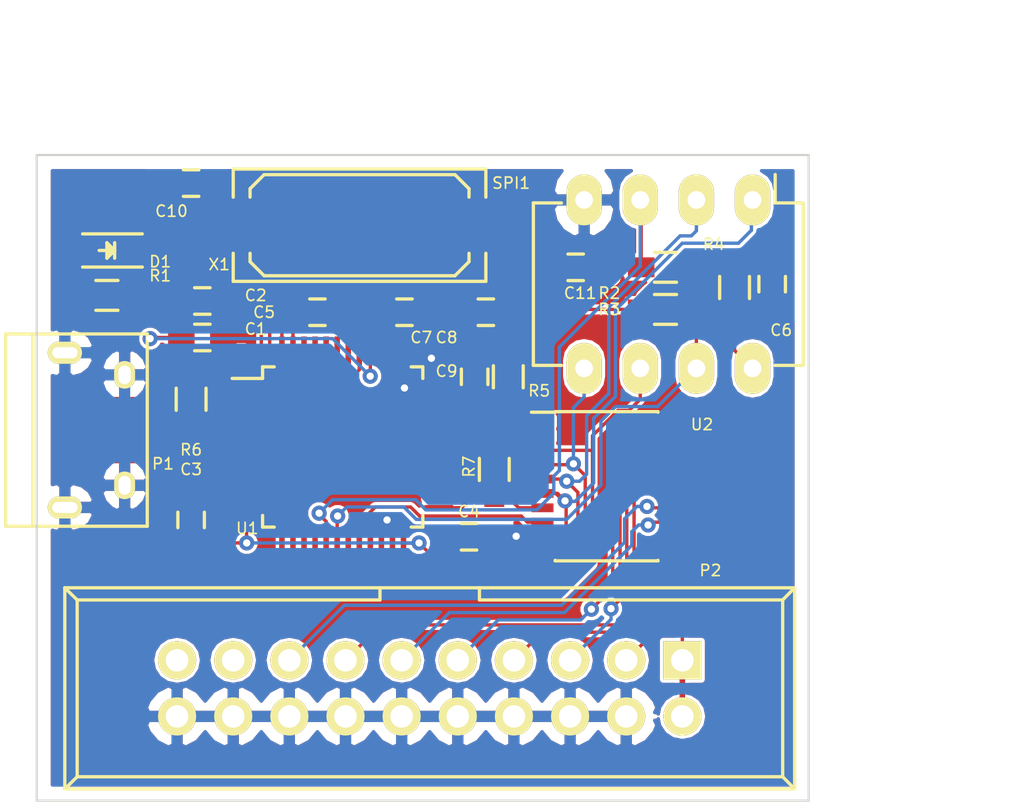
<source format=kicad_pcb>
(kicad_pcb (version 4) (host pcbnew 4.0.2+dfsg1-stable)

  (general
    (links 97)
    (no_connects 0)
    (area 139.4106 61.92 190.550715 97.840001)
    (thickness 1.6)
    (drawings 8)
    (tracks 387)
    (zones 0)
    (modules 25)
    (nets 32)
  )

  (page A4)
  (layers
    (0 F.Cu signal)
    (31 B.Cu signal)
    (32 B.Adhes user)
    (33 F.Adhes user)
    (34 B.Paste user)
    (35 F.Paste user)
    (36 B.SilkS user)
    (37 F.SilkS user hide)
    (38 B.Mask user)
    (39 F.Mask user)
    (40 Dwgs.User user)
    (41 Cmts.User user)
    (42 Eco1.User user)
    (43 Eco2.User user)
    (44 Edge.Cuts user)
    (45 Margin user)
    (46 B.CrtYd user)
    (47 F.CrtYd user)
    (48 B.Fab user)
    (49 F.Fab user)
  )

  (setup
    (last_trace_width 0.1524)
    (user_trace_width 0.1524)
    (user_trace_width 0.254)
    (user_trace_width 0.381)
    (user_trace_width 0.508)
    (trace_clearance 0.1524)
    (zone_clearance 0.1524)
    (zone_45_only no)
    (trace_min 0.1524)
    (segment_width 0.2)
    (edge_width 0.1)
    (via_size 0.6858)
    (via_drill 0.3302)
    (via_min_size 0.6858)
    (via_min_drill 0.3302)
    (uvia_size 0.3)
    (uvia_drill 0.1)
    (uvias_allowed no)
    (uvia_min_size 0)
    (uvia_min_drill 0)
    (pcb_text_width 0.3)
    (pcb_text_size 1.5 1.5)
    (mod_edge_width 0.15)
    (mod_text_size 1 1)
    (mod_text_width 0.15)
    (pad_size 5.4991 1.99898)
    (pad_drill 0)
    (pad_to_mask_clearance 0)
    (aux_axis_origin 0 0)
    (visible_elements FFFFFF7F)
    (pcbplotparams
      (layerselection 0x010f0_80000001)
      (usegerberextensions false)
      (excludeedgelayer true)
      (linewidth 0.100000)
      (plotframeref false)
      (viasonmask false)
      (mode 1)
      (useauxorigin false)
      (hpglpennumber 1)
      (hpglpenspeed 20)
      (hpglpendiameter 15)
      (hpglpenoverlay 2)
      (psnegative false)
      (psa4output false)
      (plotreference true)
      (plotvalue false)
      (plotinvisibletext false)
      (padsonsilk false)
      (subtractmaskfromsilk false)
      (outputformat 1)
      (mirror false)
      (drillshape 0)
      (scaleselection 1)
      (outputdirectory CAM/))
  )

  (net 0 "")
  (net 1 +5V)
  (net 2 GND)
  (net 3 +3V3)
  (net 4 "Net-(C7-Pad1)")
  (net 5 "Net-(C8-Pad1)")
  (net 6 /Reset)
  (net 7 "Net-(C10-Pad1)")
  (net 8 "Net-(C11-Pad1)")
  (net 9 /VCCIO)
  (net 10 /TRST)
  (net 11 /TMS)
  (net 12 /TCK)
  (net 13 /RTCK)
  (net 14 /TDO)
  (net 15 /SRST)
  (net 16 /D-)
  (net 17 /D+)
  (net 18 /DTR/OE/WP)
  (net 19 /DSR/TP/HOLD)
  (net 20 "Net-(R4-Pad2)")
  (net 21 "Net-(R6-Pad2)")
  (net 22 /SRSTo)
  (net 23 "Net-(R7-Pad2)")
  (net 24 /CTS/TMS/CS)
  (net 25 /RTS/TDO/DI)
  (net 26 /RX/TDI/DO)
  (net 27 /TX/TCK/SK)
  (net 28 /RI/RTCK/)
  (net 29 /TRSTo)
  (net 30 "Net-(D1-Pad2)")
  (net 31 /TDI)

  (net_class Default "This is the default net class."
    (clearance 0.1524)
    (trace_width 0.1524)
    (via_dia 0.6858)
    (via_drill 0.3302)
    (uvia_dia 0.3)
    (uvia_drill 0.1)
    (add_net +3V3)
    (add_net +5V)
    (add_net /CTS/TMS/CS)
    (add_net /D+)
    (add_net /D-)
    (add_net /DSR/TP/HOLD)
    (add_net /DTR/OE/WP)
    (add_net /RI/RTCK/)
    (add_net /RTCK)
    (add_net /RTS/TDO/DI)
    (add_net /RX/TDI/DO)
    (add_net /Reset)
    (add_net /SRST)
    (add_net /SRSTo)
    (add_net /TCK)
    (add_net /TDI)
    (add_net /TDO)
    (add_net /TMS)
    (add_net /TRST)
    (add_net /TRSTo)
    (add_net /TX/TCK/SK)
    (add_net /VCCIO)
    (add_net GND)
    (add_net "Net-(C10-Pad1)")
    (add_net "Net-(C11-Pad1)")
    (add_net "Net-(C7-Pad1)")
    (add_net "Net-(C8-Pad1)")
    (add_net "Net-(D1-Pad2)")
    (add_net "Net-(R4-Pad2)")
    (add_net "Net-(R6-Pad2)")
    (add_net "Net-(R7-Pad2)")
  )

  (module Capacitors_SMD:C_0603_HandSoldering (layer F.Cu) (tedit 578FB825) (tstamp 578E4258)
    (at 162.687 78.613 90)
    (descr "Capacitor SMD 0603, hand soldering")
    (tags "capacitor 0603")
    (path /575A7738)
    (attr smd)
    (fp_text reference C9 (at 0.254 -1.27 180) (layer F.SilkS)
      (effects (font (size 0.508 0.508) (thickness 0.0762)))
    )
    (fp_text value 10nF (at 0 1.9 90) (layer F.Fab) hide
      (effects (font (size 1 1) (thickness 0.15)))
    )
    (fp_line (start -1.85 -0.75) (end 1.85 -0.75) (layer F.CrtYd) (width 0.05))
    (fp_line (start -1.85 0.75) (end 1.85 0.75) (layer F.CrtYd) (width 0.05))
    (fp_line (start -1.85 -0.75) (end -1.85 0.75) (layer F.CrtYd) (width 0.05))
    (fp_line (start 1.85 -0.75) (end 1.85 0.75) (layer F.CrtYd) (width 0.05))
    (fp_line (start -0.35 -0.6) (end 0.35 -0.6) (layer F.SilkS) (width 0.15))
    (fp_line (start 0.35 0.6) (end -0.35 0.6) (layer F.SilkS) (width 0.15))
    (pad 1 smd rect (at -0.95 0 90) (size 1.2 0.75) (layers F.Cu F.Paste F.Mask)
      (net 6 /Reset))
    (pad 2 smd rect (at 0.95 0 90) (size 1.2 0.75) (layers F.Cu F.Paste F.Mask)
      (net 2 GND))
    (model Capacitors_SMD.3dshapes/C_0603_HandSoldering.wrl
      (at (xyz 0 0 0))
      (scale (xyz 1 1 1))
      (rotate (xyz 0 0 0))
    )
  )

  (module Connect:IDC_Header_Straight_20pins (layer F.Cu) (tedit 578FBE10) (tstamp 578E429B)
    (at 172.085 91.44 180)
    (descr "20 pins through hole IDC header")
    (tags "IDC header socket VASCH")
    (path /53FDF7D1)
    (fp_text reference P2 (at -1.27 4.064 180) (layer F.SilkS)
      (effects (font (size 0.508 0.508) (thickness 0.0762)))
    )
    (fp_text value CONN_10X2 (at 11.43 5.223 180) (layer F.Fab) hide
      (effects (font (size 1 1) (thickness 0.15)))
    )
    (fp_line (start -5.08 -5.82) (end 27.94 -5.82) (layer F.SilkS) (width 0.15))
    (fp_line (start -4.54 -5.27) (end 27.38 -5.27) (layer F.SilkS) (width 0.15))
    (fp_line (start -5.08 3.28) (end 27.94 3.28) (layer F.SilkS) (width 0.15))
    (fp_line (start -4.54 2.73) (end 9.18 2.73) (layer F.SilkS) (width 0.15))
    (fp_line (start 13.68 2.73) (end 27.38 2.73) (layer F.SilkS) (width 0.15))
    (fp_line (start 9.18 2.73) (end 9.18 3.28) (layer F.SilkS) (width 0.15))
    (fp_line (start 13.68 2.73) (end 13.68 3.28) (layer F.SilkS) (width 0.15))
    (fp_line (start -5.08 -5.82) (end -5.08 3.28) (layer F.SilkS) (width 0.15))
    (fp_line (start -4.54 -5.27) (end -4.54 2.73) (layer F.SilkS) (width 0.15))
    (fp_line (start 27.94 -5.82) (end 27.94 3.28) (layer F.SilkS) (width 0.15))
    (fp_line (start 27.38 -5.27) (end 27.38 2.73) (layer F.SilkS) (width 0.15))
    (fp_line (start -5.08 -5.82) (end -4.54 -5.27) (layer F.SilkS) (width 0.15))
    (fp_line (start 27.94 -5.82) (end 27.38 -5.27) (layer F.SilkS) (width 0.15))
    (fp_line (start -5.08 3.28) (end -4.54 2.73) (layer F.SilkS) (width 0.15))
    (fp_line (start 27.94 3.28) (end 27.38 2.73) (layer F.SilkS) (width 0.15))
    (fp_line (start -5.35 -6.05) (end 28.2 -6.05) (layer F.CrtYd) (width 0.05))
    (fp_line (start 28.2 -6.05) (end 28.2 3.55) (layer F.CrtYd) (width 0.05))
    (fp_line (start 28.2 3.55) (end -5.35 3.55) (layer F.CrtYd) (width 0.05))
    (fp_line (start -5.35 3.55) (end -5.35 -6.05) (layer F.CrtYd) (width 0.05))
    (pad 1 thru_hole rect (at 0 0 180) (size 1.7272 1.7272) (drill 1.016) (layers *.Cu *.Mask F.SilkS)
      (net 9 /VCCIO))
    (pad 2 thru_hole oval (at 0 -2.54 180) (size 1.7272 1.7272) (drill 1.016) (layers *.Cu *.Mask F.SilkS)
      (net 9 /VCCIO))
    (pad 3 thru_hole oval (at 2.54 0 180) (size 1.7272 1.7272) (drill 1.016) (layers *.Cu *.Mask F.SilkS)
      (net 10 /TRST))
    (pad 4 thru_hole oval (at 2.54 -2.54 180) (size 1.7272 1.7272) (drill 1.016) (layers *.Cu *.Mask F.SilkS)
      (net 2 GND))
    (pad 5 thru_hole oval (at 5.08 0 180) (size 1.7272 1.7272) (drill 1.016) (layers *.Cu *.Mask F.SilkS)
      (net 31 /TDI))
    (pad 6 thru_hole oval (at 5.08 -2.54 180) (size 1.7272 1.7272) (drill 1.016) (layers *.Cu *.Mask F.SilkS)
      (net 2 GND))
    (pad 7 thru_hole oval (at 7.62 0 180) (size 1.7272 1.7272) (drill 1.016) (layers *.Cu *.Mask F.SilkS)
      (net 11 /TMS))
    (pad 8 thru_hole oval (at 7.62 -2.54 180) (size 1.7272 1.7272) (drill 1.016) (layers *.Cu *.Mask F.SilkS)
      (net 2 GND))
    (pad 9 thru_hole oval (at 10.16 0 180) (size 1.7272 1.7272) (drill 1.016) (layers *.Cu *.Mask F.SilkS)
      (net 12 /TCK))
    (pad 10 thru_hole oval (at 10.16 -2.54 180) (size 1.7272 1.7272) (drill 1.016) (layers *.Cu *.Mask F.SilkS)
      (net 2 GND))
    (pad 11 thru_hole oval (at 12.7 0 180) (size 1.7272 1.7272) (drill 1.016) (layers *.Cu *.Mask F.SilkS)
      (net 13 /RTCK))
    (pad 12 thru_hole oval (at 12.7 -2.54 180) (size 1.7272 1.7272) (drill 1.016) (layers *.Cu *.Mask F.SilkS)
      (net 2 GND))
    (pad 13 thru_hole oval (at 15.24 0 180) (size 1.7272 1.7272) (drill 1.016) (layers *.Cu *.Mask F.SilkS)
      (net 14 /TDO))
    (pad 14 thru_hole oval (at 15.24 -2.54 180) (size 1.7272 1.7272) (drill 1.016) (layers *.Cu *.Mask F.SilkS)
      (net 2 GND))
    (pad 15 thru_hole oval (at 17.78 0 180) (size 1.7272 1.7272) (drill 1.016) (layers *.Cu *.Mask F.SilkS)
      (net 15 /SRST))
    (pad 16 thru_hole oval (at 17.78 -2.54 180) (size 1.7272 1.7272) (drill 1.016) (layers *.Cu *.Mask F.SilkS)
      (net 2 GND))
    (pad 17 thru_hole oval (at 20.32 0 180) (size 1.7272 1.7272) (drill 1.016) (layers *.Cu *.Mask F.SilkS))
    (pad 18 thru_hole oval (at 20.32 -2.54 180) (size 1.7272 1.7272) (drill 1.016) (layers *.Cu *.Mask F.SilkS)
      (net 2 GND))
    (pad 19 thru_hole oval (at 22.86 0 180) (size 1.7272 1.7272) (drill 1.016) (layers *.Cu *.Mask F.SilkS))
    (pad 20 thru_hole oval (at 22.86 -2.54 180) (size 1.7272 1.7272) (drill 1.016) (layers *.Cu *.Mask F.SilkS)
      (net 2 GND))
  )

  (module Housings_SSOP:SSOP-20_4.4x6.5mm_Pitch0.65mm (layer F.Cu) (tedit 578FBC8A) (tstamp 578E4393)
    (at 168.656 83.566)
    (descr "SSOP20: plastic shrink small outline package; 20 leads; body width 4.4 mm; (see NXP SSOP-TSSOP-VSO-REFLOW.pdf and sot266-1_po.pdf)")
    (tags "SSOP 0.65")
    (path /5758D06F)
    (attr smd)
    (fp_text reference U2 (at 4.318 -2.794) (layer F.SilkS)
      (effects (font (size 0.508 0.508) (thickness 0.0762)))
    )
    (fp_text value TXB0108 (at 0 4.3) (layer F.Fab) hide
      (effects (font (size 1 1) (thickness 0.15)))
    )
    (fp_line (start -3.65 -3.55) (end -3.65 3.55) (layer F.CrtYd) (width 0.05))
    (fp_line (start 3.65 -3.55) (end 3.65 3.55) (layer F.CrtYd) (width 0.05))
    (fp_line (start -3.65 -3.55) (end 3.65 -3.55) (layer F.CrtYd) (width 0.05))
    (fp_line (start -3.65 3.55) (end 3.65 3.55) (layer F.CrtYd) (width 0.05))
    (fp_line (start -2.325 -3.375) (end -2.325 -3.35) (layer F.SilkS) (width 0.15))
    (fp_line (start 2.325 -3.375) (end 2.325 -3.35) (layer F.SilkS) (width 0.15))
    (fp_line (start 2.325 3.375) (end 2.325 3.35) (layer F.SilkS) (width 0.15))
    (fp_line (start -2.325 3.375) (end -2.325 3.35) (layer F.SilkS) (width 0.15))
    (fp_line (start -2.325 -3.375) (end 2.325 -3.375) (layer F.SilkS) (width 0.15))
    (fp_line (start -2.325 3.375) (end 2.325 3.375) (layer F.SilkS) (width 0.15))
    (fp_line (start -2.325 -3.35) (end -3.4 -3.35) (layer F.SilkS) (width 0.15))
    (pad 1 smd rect (at -2.9 -2.925) (size 1 0.4) (layers F.Cu F.Paste F.Mask))
    (pad 2 smd rect (at -2.9 -2.275) (size 1 0.4) (layers F.Cu F.Paste F.Mask)
      (net 3 +3V3))
    (pad 3 smd rect (at -2.9 -1.625) (size 1 0.4) (layers F.Cu F.Paste F.Mask)
      (net 27 /TX/TCK/SK))
    (pad 4 smd rect (at -2.9 -0.975) (size 1 0.4) (layers F.Cu F.Paste F.Mask)
      (net 26 /RX/TDI/DO))
    (pad 5 smd rect (at -2.9 -0.325) (size 1 0.4) (layers F.Cu F.Paste F.Mask)
      (net 25 /RTS/TDO/DI))
    (pad 6 smd rect (at -2.9 0.325) (size 1 0.4) (layers F.Cu F.Paste F.Mask)
      (net 24 /CTS/TMS/CS))
    (pad 7 smd rect (at -2.9 0.975) (size 1 0.4) (layers F.Cu F.Paste F.Mask)
      (net 22 /SRSTo))
    (pad 8 smd rect (at -2.9 1.625) (size 1 0.4) (layers F.Cu F.Paste F.Mask)
      (net 28 /RI/RTCK/))
    (pad 9 smd rect (at -2.9 2.275) (size 1 0.4) (layers F.Cu F.Paste F.Mask)
      (net 29 /TRSTo))
    (pad 10 smd rect (at -2.9 2.925) (size 1 0.4) (layers F.Cu F.Paste F.Mask)
      (net 3 +3V3))
    (pad 11 smd rect (at 2.9 2.925) (size 1 0.4) (layers F.Cu F.Paste F.Mask)
      (net 2 GND))
    (pad 12 smd rect (at 2.9 2.275) (size 1 0.4) (layers F.Cu F.Paste F.Mask)
      (net 10 /TRST))
    (pad 13 smd rect (at 2.9 1.625) (size 1 0.4) (layers F.Cu F.Paste F.Mask)
      (net 13 /RTCK))
    (pad 14 smd rect (at 2.9 0.975) (size 1 0.4) (layers F.Cu F.Paste F.Mask)
      (net 15 /SRST))
    (pad 15 smd rect (at 2.9 0.325) (size 1 0.4) (layers F.Cu F.Paste F.Mask)
      (net 11 /TMS))
    (pad 16 smd rect (at 2.9 -0.325) (size 1 0.4) (layers F.Cu F.Paste F.Mask)
      (net 14 /TDO))
    (pad 17 smd rect (at 2.9 -0.975) (size 1 0.4) (layers F.Cu F.Paste F.Mask)
      (net 31 /TDI))
    (pad 18 smd rect (at 2.9 -1.625) (size 1 0.4) (layers F.Cu F.Paste F.Mask)
      (net 12 /TCK))
    (pad 19 smd rect (at 2.9 -2.275) (size 1 0.4) (layers F.Cu F.Paste F.Mask)
      (net 9 /VCCIO))
    (pad 20 smd rect (at 2.9 -2.925) (size 1 0.4) (layers F.Cu F.Paste F.Mask))
    (model Housings_SSOP.3dshapes/SSOP-20_4.4x6.5mm_Pitch0.65mm.wrl
      (at (xyz 0 0 0))
      (scale (xyz 1 1 1))
      (rotate (xyz 0 0 0))
    )
  )

  (module Capacitors_SMD:C_0603_HandSoldering (layer F.Cu) (tedit 578FC2F3) (tstamp 578E41F8)
    (at 150.368 76.835)
    (descr "Capacitor SMD 0603, hand soldering")
    (tags "capacitor 0603")
    (path /575A3C3A)
    (attr smd)
    (fp_text reference C1 (at 2.413 -0.381) (layer F.SilkS)
      (effects (font (size 0.508 0.508) (thickness 0.0762)))
    )
    (fp_text value 0.1uF (at 0 1.9) (layer F.Fab) hide
      (effects (font (size 1 1) (thickness 0.15)))
    )
    (fp_line (start -1.85 -0.75) (end 1.85 -0.75) (layer F.CrtYd) (width 0.05))
    (fp_line (start -1.85 0.75) (end 1.85 0.75) (layer F.CrtYd) (width 0.05))
    (fp_line (start -1.85 -0.75) (end -1.85 0.75) (layer F.CrtYd) (width 0.05))
    (fp_line (start 1.85 -0.75) (end 1.85 0.75) (layer F.CrtYd) (width 0.05))
    (fp_line (start -0.35 -0.6) (end 0.35 -0.6) (layer F.SilkS) (width 0.15))
    (fp_line (start 0.35 0.6) (end -0.35 0.6) (layer F.SilkS) (width 0.15))
    (pad 1 smd rect (at -0.95 0) (size 1.2 0.75) (layers F.Cu F.Paste F.Mask)
      (net 1 +5V))
    (pad 2 smd rect (at 0.95 0) (size 1.2 0.75) (layers F.Cu F.Paste F.Mask)
      (net 2 GND))
    (model Capacitors_SMD.3dshapes/C_0603_HandSoldering.wrl
      (at (xyz 0 0 0))
      (scale (xyz 1 1 1))
      (rotate (xyz 0 0 0))
    )
  )

  (module Capacitors_SMD:C_0603_HandSoldering (layer F.Cu) (tedit 578FBB90) (tstamp 578E4210)
    (at 149.86 85.09 90)
    (descr "Capacitor SMD 0603, hand soldering")
    (tags "capacitor 0603")
    (path /575A3D00)
    (attr smd)
    (fp_text reference C3 (at 2.286 0 180) (layer F.SilkS)
      (effects (font (size 0.508 0.508) (thickness 0.0762)))
    )
    (fp_text value 0.1uF (at 0 1.9 90) (layer F.Fab) hide
      (effects (font (size 1 1) (thickness 0.15)))
    )
    (fp_line (start -1.85 -0.75) (end 1.85 -0.75) (layer F.CrtYd) (width 0.05))
    (fp_line (start -1.85 0.75) (end 1.85 0.75) (layer F.CrtYd) (width 0.05))
    (fp_line (start -1.85 -0.75) (end -1.85 0.75) (layer F.CrtYd) (width 0.05))
    (fp_line (start 1.85 -0.75) (end 1.85 0.75) (layer F.CrtYd) (width 0.05))
    (fp_line (start -0.35 -0.6) (end 0.35 -0.6) (layer F.SilkS) (width 0.15))
    (fp_line (start 0.35 0.6) (end -0.35 0.6) (layer F.SilkS) (width 0.15))
    (pad 1 smd rect (at -0.95 0 90) (size 1.2 0.75) (layers F.Cu F.Paste F.Mask)
      (net 3 +3V3))
    (pad 2 smd rect (at 0.95 0 90) (size 1.2 0.75) (layers F.Cu F.Paste F.Mask)
      (net 2 GND))
    (model Capacitors_SMD.3dshapes/C_0603_HandSoldering.wrl
      (at (xyz 0 0 0))
      (scale (xyz 1 1 1))
      (rotate (xyz 0 0 0))
    )
  )

  (module Capacitors_SMD:C_0603_HandSoldering (layer F.Cu) (tedit 578FB72A) (tstamp 578E421C)
    (at 162.433 85.852)
    (descr "Capacitor SMD 0603, hand soldering")
    (tags "capacitor 0603")
    (path /575A3D51)
    (attr smd)
    (fp_text reference C4 (at 0 -1.143) (layer F.SilkS)
      (effects (font (size 0.508 0.508) (thickness 0.0762)))
    )
    (fp_text value 0.1uF (at 0 1.9) (layer F.Fab) hide
      (effects (font (size 1 1) (thickness 0.15)))
    )
    (fp_line (start -1.85 -0.75) (end 1.85 -0.75) (layer F.CrtYd) (width 0.05))
    (fp_line (start -1.85 0.75) (end 1.85 0.75) (layer F.CrtYd) (width 0.05))
    (fp_line (start -1.85 -0.75) (end -1.85 0.75) (layer F.CrtYd) (width 0.05))
    (fp_line (start 1.85 -0.75) (end 1.85 0.75) (layer F.CrtYd) (width 0.05))
    (fp_line (start -0.35 -0.6) (end 0.35 -0.6) (layer F.SilkS) (width 0.15))
    (fp_line (start 0.35 0.6) (end -0.35 0.6) (layer F.SilkS) (width 0.15))
    (pad 1 smd rect (at -0.95 0) (size 1.2 0.75) (layers F.Cu F.Paste F.Mask)
      (net 3 +3V3))
    (pad 2 smd rect (at 0.95 0) (size 1.2 0.75) (layers F.Cu F.Paste F.Mask)
      (net 2 GND))
    (model Capacitors_SMD.3dshapes/C_0603_HandSoldering.wrl
      (at (xyz 0 0 0))
      (scale (xyz 1 1 1))
      (rotate (xyz 0 0 0))
    )
  )

  (module Capacitors_SMD:C_0603_HandSoldering (layer F.Cu) (tedit 578FC2EA) (tstamp 578E4228)
    (at 155.575 75.692 180)
    (descr "Capacitor SMD 0603, hand soldering")
    (tags "capacitor 0603")
    (path /575A4FF9)
    (attr smd)
    (fp_text reference C5 (at 2.413 0 180) (layer F.SilkS)
      (effects (font (size 0.508 0.508) (thickness 0.0762)))
    )
    (fp_text value 0.1uF (at 0 1.9 180) (layer F.Fab) hide
      (effects (font (size 1 1) (thickness 0.15)))
    )
    (fp_line (start -1.85 -0.75) (end 1.85 -0.75) (layer F.CrtYd) (width 0.05))
    (fp_line (start -1.85 0.75) (end 1.85 0.75) (layer F.CrtYd) (width 0.05))
    (fp_line (start -1.85 -0.75) (end -1.85 0.75) (layer F.CrtYd) (width 0.05))
    (fp_line (start 1.85 -0.75) (end 1.85 0.75) (layer F.CrtYd) (width 0.05))
    (fp_line (start -0.35 -0.6) (end 0.35 -0.6) (layer F.SilkS) (width 0.15))
    (fp_line (start 0.35 0.6) (end -0.35 0.6) (layer F.SilkS) (width 0.15))
    (pad 1 smd rect (at -0.95 0 180) (size 1.2 0.75) (layers F.Cu F.Paste F.Mask)
      (net 3 +3V3))
    (pad 2 smd rect (at 0.95 0 180) (size 1.2 0.75) (layers F.Cu F.Paste F.Mask)
      (net 2 GND))
    (model Capacitors_SMD.3dshapes/C_0603_HandSoldering.wrl
      (at (xyz 0 0 0))
      (scale (xyz 1 1 1))
      (rotate (xyz 0 0 0))
    )
  )

  (module Capacitors_SMD:C_0603_HandSoldering (layer F.Cu) (tedit 578FD770) (tstamp 578E4234)
    (at 176.149 74.422 270)
    (descr "Capacitor SMD 0603, hand soldering")
    (tags "capacitor 0603")
    (path /575A5054)
    (attr smd)
    (fp_text reference C6 (at 2.0828 -0.4064 360) (layer F.SilkS)
      (effects (font (size 0.508 0.508) (thickness 0.0762)))
    )
    (fp_text value 0.1uF (at 0 1.9 270) (layer F.Fab) hide
      (effects (font (size 1 1) (thickness 0.15)))
    )
    (fp_line (start -1.85 -0.75) (end 1.85 -0.75) (layer F.CrtYd) (width 0.05))
    (fp_line (start -1.85 0.75) (end 1.85 0.75) (layer F.CrtYd) (width 0.05))
    (fp_line (start -1.85 -0.75) (end -1.85 0.75) (layer F.CrtYd) (width 0.05))
    (fp_line (start 1.85 -0.75) (end 1.85 0.75) (layer F.CrtYd) (width 0.05))
    (fp_line (start -0.35 -0.6) (end 0.35 -0.6) (layer F.SilkS) (width 0.15))
    (fp_line (start 0.35 0.6) (end -0.35 0.6) (layer F.SilkS) (width 0.15))
    (pad 1 smd rect (at -0.95 0 270) (size 1.2 0.75) (layers F.Cu F.Paste F.Mask)
      (net 3 +3V3))
    (pad 2 smd rect (at 0.95 0 270) (size 1.2 0.75) (layers F.Cu F.Paste F.Mask)
      (net 2 GND))
    (model Capacitors_SMD.3dshapes/C_0603_HandSoldering.wrl
      (at (xyz 0 0 0))
      (scale (xyz 1 1 1))
      (rotate (xyz 0 0 0))
    )
  )

  (module Capacitors_SMD:C_0603_HandSoldering (layer F.Cu) (tedit 578FB850) (tstamp 578E4240)
    (at 159.512 75.692 180)
    (descr "Capacitor SMD 0603, hand soldering")
    (tags "capacitor 0603")
    (path /575A5DD6)
    (attr smd)
    (fp_text reference C7 (at -0.762 -1.143 180) (layer F.SilkS)
      (effects (font (size 0.508 0.508) (thickness 0.0762)))
    )
    (fp_text value 0.1uF (at 0 1.9 180) (layer F.Fab) hide
      (effects (font (size 1 1) (thickness 0.15)))
    )
    (fp_line (start -1.85 -0.75) (end 1.85 -0.75) (layer F.CrtYd) (width 0.05))
    (fp_line (start -1.85 0.75) (end 1.85 0.75) (layer F.CrtYd) (width 0.05))
    (fp_line (start -1.85 -0.75) (end -1.85 0.75) (layer F.CrtYd) (width 0.05))
    (fp_line (start 1.85 -0.75) (end 1.85 0.75) (layer F.CrtYd) (width 0.05))
    (fp_line (start -0.35 -0.6) (end 0.35 -0.6) (layer F.SilkS) (width 0.15))
    (fp_line (start 0.35 0.6) (end -0.35 0.6) (layer F.SilkS) (width 0.15))
    (pad 1 smd rect (at -0.95 0 180) (size 1.2 0.75) (layers F.Cu F.Paste F.Mask)
      (net 4 "Net-(C7-Pad1)"))
    (pad 2 smd rect (at 0.95 0 180) (size 1.2 0.75) (layers F.Cu F.Paste F.Mask)
      (net 2 GND))
    (model Capacitors_SMD.3dshapes/C_0603_HandSoldering.wrl
      (at (xyz 0 0 0))
      (scale (xyz 1 1 1))
      (rotate (xyz 0 0 0))
    )
  )

  (module Capacitors_SMD:C_0603_HandSoldering (layer F.Cu) (tedit 578FB843) (tstamp 578E424C)
    (at 163.195 75.692)
    (descr "Capacitor SMD 0603, hand soldering")
    (tags "capacitor 0603")
    (path /575A5E55)
    (attr smd)
    (fp_text reference C8 (at -1.778 1.143) (layer F.SilkS)
      (effects (font (size 0.508 0.508) (thickness 0.0762)))
    )
    (fp_text value 0.1uF (at 0 1.9) (layer F.Fab) hide
      (effects (font (size 1 1) (thickness 0.15)))
    )
    (fp_line (start -1.85 -0.75) (end 1.85 -0.75) (layer F.CrtYd) (width 0.05))
    (fp_line (start -1.85 0.75) (end 1.85 0.75) (layer F.CrtYd) (width 0.05))
    (fp_line (start -1.85 -0.75) (end -1.85 0.75) (layer F.CrtYd) (width 0.05))
    (fp_line (start 1.85 -0.75) (end 1.85 0.75) (layer F.CrtYd) (width 0.05))
    (fp_line (start -0.35 -0.6) (end 0.35 -0.6) (layer F.SilkS) (width 0.15))
    (fp_line (start 0.35 0.6) (end -0.35 0.6) (layer F.SilkS) (width 0.15))
    (pad 1 smd rect (at -0.95 0) (size 1.2 0.75) (layers F.Cu F.Paste F.Mask)
      (net 5 "Net-(C8-Pad1)"))
    (pad 2 smd rect (at 0.95 0) (size 1.2 0.75) (layers F.Cu F.Paste F.Mask)
      (net 2 GND))
    (model Capacitors_SMD.3dshapes/C_0603_HandSoldering.wrl
      (at (xyz 0 0 0))
      (scale (xyz 1 1 1))
      (rotate (xyz 0 0 0))
    )
  )

  (module Capacitors_SMD:C_0603_HandSoldering (layer F.Cu) (tedit 578FBB74) (tstamp 578E4264)
    (at 149.86 69.85 180)
    (descr "Capacitor SMD 0603, hand soldering")
    (tags "capacitor 0603")
    (path /575A93AC)
    (attr smd)
    (fp_text reference C10 (at 0.889 -1.27 180) (layer F.SilkS)
      (effects (font (size 0.508 0.508) (thickness 0.0762)))
    )
    (fp_text value 27pF (at 0 1.9 180) (layer F.Fab) hide
      (effects (font (size 1 1) (thickness 0.15)))
    )
    (fp_line (start -1.85 -0.75) (end 1.85 -0.75) (layer F.CrtYd) (width 0.05))
    (fp_line (start -1.85 0.75) (end 1.85 0.75) (layer F.CrtYd) (width 0.05))
    (fp_line (start -1.85 -0.75) (end -1.85 0.75) (layer F.CrtYd) (width 0.05))
    (fp_line (start 1.85 -0.75) (end 1.85 0.75) (layer F.CrtYd) (width 0.05))
    (fp_line (start -0.35 -0.6) (end 0.35 -0.6) (layer F.SilkS) (width 0.15))
    (fp_line (start 0.35 0.6) (end -0.35 0.6) (layer F.SilkS) (width 0.15))
    (pad 1 smd rect (at -0.95 0 180) (size 1.2 0.75) (layers F.Cu F.Paste F.Mask)
      (net 7 "Net-(C10-Pad1)"))
    (pad 2 smd rect (at 0.95 0 180) (size 1.2 0.75) (layers F.Cu F.Paste F.Mask)
      (net 2 GND))
    (model Capacitors_SMD.3dshapes/C_0603_HandSoldering.wrl
      (at (xyz 0 0 0))
      (scale (xyz 1 1 1))
      (rotate (xyz 0 0 0))
    )
  )

  (module Capacitors_SMD:C_0603_HandSoldering (layer F.Cu) (tedit 578FD72D) (tstamp 578E4270)
    (at 167.259 73.66)
    (descr "Capacitor SMD 0603, hand soldering")
    (tags "capacitor 0603")
    (path /575A8D14)
    (attr smd)
    (fp_text reference C11 (at 0.2032 1.1684) (layer F.SilkS)
      (effects (font (size 0.508 0.508) (thickness 0.0762)))
    )
    (fp_text value 27pF (at 0 1.9) (layer F.Fab) hide
      (effects (font (size 1 1) (thickness 0.15)))
    )
    (fp_line (start -1.85 -0.75) (end 1.85 -0.75) (layer F.CrtYd) (width 0.05))
    (fp_line (start -1.85 0.75) (end 1.85 0.75) (layer F.CrtYd) (width 0.05))
    (fp_line (start -1.85 -0.75) (end -1.85 0.75) (layer F.CrtYd) (width 0.05))
    (fp_line (start 1.85 -0.75) (end 1.85 0.75) (layer F.CrtYd) (width 0.05))
    (fp_line (start -0.35 -0.6) (end 0.35 -0.6) (layer F.SilkS) (width 0.15))
    (fp_line (start 0.35 0.6) (end -0.35 0.6) (layer F.SilkS) (width 0.15))
    (pad 1 smd rect (at -0.95 0) (size 1.2 0.75) (layers F.Cu F.Paste F.Mask)
      (net 8 "Net-(C11-Pad1)"))
    (pad 2 smd rect (at 0.95 0) (size 1.2 0.75) (layers F.Cu F.Paste F.Mask)
      (net 2 GND))
    (model Capacitors_SMD.3dshapes/C_0603_HandSoldering.wrl
      (at (xyz 0 0 0))
      (scale (xyz 1 1 1))
      (rotate (xyz 0 0 0))
    )
  )

  (module Connect:USB_Micro-B (layer F.Cu) (tedit 578FBDC9) (tstamp 578E42B1)
    (at 145.288 81.026 270)
    (descr "Micro USB Type B Receptacle")
    (tags "USB USB_B USB_micro USB_OTG")
    (path /574E4D2A)
    (attr smd)
    (fp_text reference P1 (at 1.524 -3.302 360) (layer F.SilkS)
      (effects (font (size 0.508 0.508) (thickness 0.0762)))
    )
    (fp_text value USB_OTG (at 0 4.8 270) (layer F.Fab) hide
      (effects (font (size 1 1) (thickness 0.15)))
    )
    (fp_line (start -4.6 -2.8) (end 4.6 -2.8) (layer F.CrtYd) (width 0.05))
    (fp_line (start 4.6 -2.8) (end 4.6 4.05) (layer F.CrtYd) (width 0.05))
    (fp_line (start 4.6 4.05) (end -4.6 4.05) (layer F.CrtYd) (width 0.05))
    (fp_line (start -4.6 4.05) (end -4.6 -2.8) (layer F.CrtYd) (width 0.05))
    (fp_line (start -4.3509 3.81746) (end 4.3491 3.81746) (layer F.SilkS) (width 0.15))
    (fp_line (start -4.3509 -2.58754) (end 4.3491 -2.58754) (layer F.SilkS) (width 0.15))
    (fp_line (start 4.3491 -2.58754) (end 4.3491 3.81746) (layer F.SilkS) (width 0.15))
    (fp_line (start 4.3491 2.58746) (end -4.3509 2.58746) (layer F.SilkS) (width 0.15))
    (fp_line (start -4.3509 3.81746) (end -4.3509 -2.58754) (layer F.SilkS) (width 0.15))
    (pad 1 smd rect (at -1.3009 -1.56254) (size 1.35 0.4) (layers F.Cu F.Paste F.Mask)
      (net 1 +5V))
    (pad 2 smd rect (at -0.6509 -1.56254) (size 1.35 0.4) (layers F.Cu F.Paste F.Mask)
      (net 16 /D-))
    (pad 3 smd rect (at -0.0009 -1.56254) (size 1.35 0.4) (layers F.Cu F.Paste F.Mask)
      (net 17 /D+))
    (pad 4 smd rect (at 0.6491 -1.56254) (size 1.35 0.4) (layers F.Cu F.Paste F.Mask))
    (pad 5 smd rect (at 1.2991 -1.56254) (size 1.35 0.4) (layers F.Cu F.Paste F.Mask)
      (net 2 GND))
    (pad 6 thru_hole oval (at -2.5009 -1.56254) (size 0.95 1.25) (drill oval 0.55 0.85) (layers *.Cu *.Mask F.SilkS)
      (net 2 GND))
    (pad 6 thru_hole oval (at 2.4991 -1.56254) (size 0.95 1.25) (drill oval 0.55 0.85) (layers *.Cu *.Mask F.SilkS)
      (net 2 GND))
    (pad 6 thru_hole oval (at -3.5009 1.13746) (size 1.55 1) (drill oval 1.15 0.5) (layers *.Cu *.Mask F.SilkS)
      (net 2 GND))
    (pad 6 thru_hole oval (at 3.4991 1.13746) (size 1.55 1) (drill oval 1.15 0.5) (layers *.Cu *.Mask F.SilkS)
      (net 2 GND))
  )

  (module Resistors_SMD:R_0603_HandSoldering (layer F.Cu) (tedit 578FC2FA) (tstamp 578E42D0)
    (at 146.05 74.93 180)
    (descr "Resistor SMD 0603, hand soldering")
    (tags "resistor 0603")
    (path /575A3547)
    (attr smd)
    (fp_text reference R1 (at -2.413 0.889 180) (layer F.SilkS)
      (effects (font (size 0.508 0.508) (thickness 0.0762)))
    )
    (fp_text value 220R (at 0 1.9 180) (layer F.Fab) hide
      (effects (font (size 1 1) (thickness 0.15)))
    )
    (fp_line (start -2 -0.8) (end 2 -0.8) (layer F.CrtYd) (width 0.05))
    (fp_line (start -2 0.8) (end 2 0.8) (layer F.CrtYd) (width 0.05))
    (fp_line (start -2 -0.8) (end -2 0.8) (layer F.CrtYd) (width 0.05))
    (fp_line (start 2 -0.8) (end 2 0.8) (layer F.CrtYd) (width 0.05))
    (fp_line (start 0.5 0.675) (end -0.5 0.675) (layer F.SilkS) (width 0.15))
    (fp_line (start -0.5 -0.675) (end 0.5 -0.675) (layer F.SilkS) (width 0.15))
    (pad 1 smd rect (at -1.1 0 180) (size 1.2 0.9) (layers F.Cu F.Paste F.Mask)
      (net 1 +5V))
    (pad 2 smd rect (at 1.1 0 180) (size 1.2 0.9) (layers F.Cu F.Paste F.Mask)
      (net 30 "Net-(D1-Pad2)"))
    (model Resistors_SMD.3dshapes/R_0603_HandSoldering.wrl
      (at (xyz 0 0 0))
      (scale (xyz 1 1 1))
      (rotate (xyz 0 0 0))
    )
  )

  (module Resistors_SMD:R_0603_HandSoldering (layer F.Cu) (tedit 578FD718) (tstamp 578E42DC)
    (at 171.323 73.66)
    (descr "Resistor SMD 0603, hand soldering")
    (tags "resistor 0603")
    (path /575AA127)
    (attr smd)
    (fp_text reference R2 (at -2.54 1.1684) (layer F.SilkS)
      (effects (font (size 0.508 0.508) (thickness 0.0762)))
    )
    (fp_text value 4.7K (at 0 1.9) (layer F.Fab) hide
      (effects (font (size 1 1) (thickness 0.15)))
    )
    (fp_line (start -2 -0.8) (end 2 -0.8) (layer F.CrtYd) (width 0.05))
    (fp_line (start -2 0.8) (end 2 0.8) (layer F.CrtYd) (width 0.05))
    (fp_line (start -2 -0.8) (end -2 0.8) (layer F.CrtYd) (width 0.05))
    (fp_line (start 2 -0.8) (end 2 0.8) (layer F.CrtYd) (width 0.05))
    (fp_line (start 0.5 0.675) (end -0.5 0.675) (layer F.SilkS) (width 0.15))
    (fp_line (start -0.5 -0.675) (end 0.5 -0.675) (layer F.SilkS) (width 0.15))
    (pad 1 smd rect (at -1.1 0) (size 1.2 0.9) (layers F.Cu F.Paste F.Mask)
      (net 18 /DTR/OE/WP))
    (pad 2 smd rect (at 1.1 0) (size 1.2 0.9) (layers F.Cu F.Paste F.Mask)
      (net 3 +3V3))
    (model Resistors_SMD.3dshapes/R_0603_HandSoldering.wrl
      (at (xyz 0 0 0))
      (scale (xyz 1 1 1))
      (rotate (xyz 0 0 0))
    )
  )

  (module Resistors_SMD:R_0603_HandSoldering (layer F.Cu) (tedit 578FD71D) (tstamp 578E42E8)
    (at 171.323 75.565)
    (descr "Resistor SMD 0603, hand soldering")
    (tags "resistor 0603")
    (path /575A9C8D)
    (attr smd)
    (fp_text reference R3 (at -2.54 0) (layer F.SilkS)
      (effects (font (size 0.508 0.508) (thickness 0.0762)))
    )
    (fp_text value 4.7K (at 0 1.9) (layer F.Fab) hide
      (effects (font (size 1 1) (thickness 0.15)))
    )
    (fp_line (start -2 -0.8) (end 2 -0.8) (layer F.CrtYd) (width 0.05))
    (fp_line (start -2 0.8) (end 2 0.8) (layer F.CrtYd) (width 0.05))
    (fp_line (start -2 -0.8) (end -2 0.8) (layer F.CrtYd) (width 0.05))
    (fp_line (start 2 -0.8) (end 2 0.8) (layer F.CrtYd) (width 0.05))
    (fp_line (start 0.5 0.675) (end -0.5 0.675) (layer F.SilkS) (width 0.15))
    (fp_line (start -0.5 -0.675) (end 0.5 -0.675) (layer F.SilkS) (width 0.15))
    (pad 1 smd rect (at -1.1 0) (size 1.2 0.9) (layers F.Cu F.Paste F.Mask)
      (net 3 +3V3))
    (pad 2 smd rect (at 1.1 0) (size 1.2 0.9) (layers F.Cu F.Paste F.Mask)
      (net 19 /DSR/TP/HOLD))
    (model Resistors_SMD.3dshapes/R_0603_HandSoldering.wrl
      (at (xyz 0 0 0))
      (scale (xyz 1 1 1))
      (rotate (xyz 0 0 0))
    )
  )

  (module Resistors_SMD:R_0603_HandSoldering (layer F.Cu) (tedit 578FD775) (tstamp 578E42F4)
    (at 174.4472 74.5744 270)
    (descr "Resistor SMD 0603, hand soldering")
    (tags "resistor 0603")
    (path /578E51E0)
    (attr smd)
    (fp_text reference R4 (at -1.9558 0.9398 360) (layer F.SilkS)
      (effects (font (size 0.508 0.508) (thickness 0.0762)))
    )
    (fp_text value R (at 0 1.9 270) (layer F.Fab) hide
      (effects (font (size 1 1) (thickness 0.15)))
    )
    (fp_line (start -2 -0.8) (end 2 -0.8) (layer F.CrtYd) (width 0.05))
    (fp_line (start -2 0.8) (end 2 0.8) (layer F.CrtYd) (width 0.05))
    (fp_line (start -2 -0.8) (end -2 0.8) (layer F.CrtYd) (width 0.05))
    (fp_line (start 2 -0.8) (end 2 0.8) (layer F.CrtYd) (width 0.05))
    (fp_line (start 0.5 0.675) (end -0.5 0.675) (layer F.SilkS) (width 0.15))
    (fp_line (start -0.5 -0.675) (end 0.5 -0.675) (layer F.SilkS) (width 0.15))
    (pad 1 smd rect (at -1.1 0 270) (size 1.2 0.9) (layers F.Cu F.Paste F.Mask)
      (net 3 +3V3))
    (pad 2 smd rect (at 1.1 0 270) (size 1.2 0.9) (layers F.Cu F.Paste F.Mask)
      (net 20 "Net-(R4-Pad2)"))
    (model Resistors_SMD.3dshapes/R_0603_HandSoldering.wrl
      (at (xyz 0 0 0))
      (scale (xyz 1 1 1))
      (rotate (xyz 0 0 0))
    )
  )

  (module Resistors_SMD:R_0603_HandSoldering (layer F.Cu) (tedit 578FB82E) (tstamp 578E4300)
    (at 164.211 78.613 270)
    (descr "Resistor SMD 0603, hand soldering")
    (tags "resistor 0603")
    (path /575A76CD)
    (attr smd)
    (fp_text reference R5 (at 0.635 -1.397 360) (layer F.SilkS)
      (effects (font (size 0.508 0.508) (thickness 0.0762)))
    )
    (fp_text value 10K (at 0 1.9 270) (layer F.Fab) hide
      (effects (font (size 1 1) (thickness 0.15)))
    )
    (fp_line (start -2 -0.8) (end 2 -0.8) (layer F.CrtYd) (width 0.05))
    (fp_line (start -2 0.8) (end 2 0.8) (layer F.CrtYd) (width 0.05))
    (fp_line (start -2 -0.8) (end -2 0.8) (layer F.CrtYd) (width 0.05))
    (fp_line (start 2 -0.8) (end 2 0.8) (layer F.CrtYd) (width 0.05))
    (fp_line (start 0.5 0.675) (end -0.5 0.675) (layer F.SilkS) (width 0.15))
    (fp_line (start -0.5 -0.675) (end 0.5 -0.675) (layer F.SilkS) (width 0.15))
    (pad 1 smd rect (at -1.1 0 270) (size 1.2 0.9) (layers F.Cu F.Paste F.Mask)
      (net 3 +3V3))
    (pad 2 smd rect (at 1.1 0 270) (size 1.2 0.9) (layers F.Cu F.Paste F.Mask)
      (net 6 /Reset))
    (model Resistors_SMD.3dshapes/R_0603_HandSoldering.wrl
      (at (xyz 0 0 0))
      (scale (xyz 1 1 1))
      (rotate (xyz 0 0 0))
    )
  )

  (module Resistors_SMD:R_0603_HandSoldering (layer F.Cu) (tedit 578FBB96) (tstamp 578E430C)
    (at 149.86 79.629 270)
    (descr "Resistor SMD 0603, hand soldering")
    (tags "resistor 0603")
    (path /575A7EC8)
    (attr smd)
    (fp_text reference R6 (at 2.286 0 540) (layer F.SilkS)
      (effects (font (size 0.508 0.508) (thickness 0.0762)))
    )
    (fp_text value "12K 1%" (at 0 1.9 270) (layer F.Fab) hide
      (effects (font (size 1 1) (thickness 0.15)))
    )
    (fp_line (start -2 -0.8) (end 2 -0.8) (layer F.CrtYd) (width 0.05))
    (fp_line (start -2 0.8) (end 2 0.8) (layer F.CrtYd) (width 0.05))
    (fp_line (start -2 -0.8) (end -2 0.8) (layer F.CrtYd) (width 0.05))
    (fp_line (start 2 -0.8) (end 2 0.8) (layer F.CrtYd) (width 0.05))
    (fp_line (start 0.5 0.675) (end -0.5 0.675) (layer F.SilkS) (width 0.15))
    (fp_line (start -0.5 -0.675) (end 0.5 -0.675) (layer F.SilkS) (width 0.15))
    (pad 1 smd rect (at -1.1 0 270) (size 1.2 0.9) (layers F.Cu F.Paste F.Mask)
      (net 2 GND))
    (pad 2 smd rect (at 1.1 0 270) (size 1.2 0.9) (layers F.Cu F.Paste F.Mask)
      (net 21 "Net-(R6-Pad2)"))
    (model Resistors_SMD.3dshapes/R_0603_HandSoldering.wrl
      (at (xyz 0 0 0))
      (scale (xyz 1 1 1))
      (rotate (xyz 0 0 0))
    )
  )

  (module Resistors_SMD:R_0603_HandSoldering (layer F.Cu) (tedit 578FB797) (tstamp 578E4318)
    (at 163.576 82.804 90)
    (descr "Resistor SMD 0603, hand soldering")
    (tags "resistor 0603")
    (path /575A0633)
    (attr smd)
    (fp_text reference R7 (at 0.127 -1.143 270) (layer F.SilkS)
      (effects (font (size 0.508 0.508) (thickness 0.0762)))
    )
    (fp_text value 220R (at 0 1.9 90) (layer F.Fab) hide
      (effects (font (size 1 1) (thickness 0.15)))
    )
    (fp_line (start -2 -0.8) (end 2 -0.8) (layer F.CrtYd) (width 0.05))
    (fp_line (start -2 0.8) (end 2 0.8) (layer F.CrtYd) (width 0.05))
    (fp_line (start -2 -0.8) (end -2 0.8) (layer F.CrtYd) (width 0.05))
    (fp_line (start 2 -0.8) (end 2 0.8) (layer F.CrtYd) (width 0.05))
    (fp_line (start 0.5 0.675) (end -0.5 0.675) (layer F.SilkS) (width 0.15))
    (fp_line (start -0.5 -0.675) (end 0.5 -0.675) (layer F.SilkS) (width 0.15))
    (pad 1 smd rect (at -1.1 0 90) (size 1.2 0.9) (layers F.Cu F.Paste F.Mask)
      (net 22 /SRSTo))
    (pad 2 smd rect (at 1.1 0 90) (size 1.2 0.9) (layers F.Cu F.Paste F.Mask)
      (net 23 "Net-(R7-Pad2)"))
    (model Resistors_SMD.3dshapes/R_0603_HandSoldering.wrl
      (at (xyz 0 0 0))
      (scale (xyz 1 1 1))
      (rotate (xyz 0 0 0))
    )
  )

  (module Housings_DIP:DIP-8_W7.62mm_LongPads (layer F.Cu) (tedit 578FBDB0) (tstamp 578E432F)
    (at 175.26 70.612 270)
    (descr "8-lead dip package, row spacing 7.62 mm (300 mils), longer pads")
    (tags "dil dip 2.54 300")
    (path /53FE36F7)
    (fp_text reference SPI1 (at -0.762 10.922 540) (layer F.SilkS)
      (effects (font (size 0.508 0.508) (thickness 0.0762)))
    )
    (fp_text value DIP8 (at 0 -3.72 270) (layer F.Fab) hide
      (effects (font (size 1 1) (thickness 0.15)))
    )
    (fp_line (start -1.4 -2.45) (end -1.4 10.1) (layer F.CrtYd) (width 0.05))
    (fp_line (start 9 -2.45) (end 9 10.1) (layer F.CrtYd) (width 0.05))
    (fp_line (start -1.4 -2.45) (end 9 -2.45) (layer F.CrtYd) (width 0.05))
    (fp_line (start -1.4 10.1) (end 9 10.1) (layer F.CrtYd) (width 0.05))
    (fp_line (start 0.135 -2.295) (end 0.135 -1.025) (layer F.SilkS) (width 0.15))
    (fp_line (start 7.485 -2.295) (end 7.485 -1.025) (layer F.SilkS) (width 0.15))
    (fp_line (start 7.485 9.915) (end 7.485 8.645) (layer F.SilkS) (width 0.15))
    (fp_line (start 0.135 9.915) (end 0.135 8.645) (layer F.SilkS) (width 0.15))
    (fp_line (start 0.135 -2.295) (end 7.485 -2.295) (layer F.SilkS) (width 0.15))
    (fp_line (start 0.135 9.915) (end 7.485 9.915) (layer F.SilkS) (width 0.15))
    (fp_line (start 0.135 -1.025) (end -1.15 -1.025) (layer F.SilkS) (width 0.15))
    (pad 1 thru_hole oval (at 0 0 270) (size 2.3 1.6) (drill 0.8) (layers *.Cu *.Mask F.SilkS)
      (net 24 /CTS/TMS/CS))
    (pad 2 thru_hole oval (at 0 2.54 270) (size 2.3 1.6) (drill 0.8) (layers *.Cu *.Mask F.SilkS)
      (net 25 /RTS/TDO/DI))
    (pad 3 thru_hole oval (at 0 5.08 270) (size 2.3 1.6) (drill 0.8) (layers *.Cu *.Mask F.SilkS)
      (net 18 /DTR/OE/WP))
    (pad 4 thru_hole oval (at 0 7.62 270) (size 2.3 1.6) (drill 0.8) (layers *.Cu *.Mask F.SilkS)
      (net 2 GND))
    (pad 5 thru_hole oval (at 7.62 7.62 270) (size 2.3 1.6) (drill 0.8) (layers *.Cu *.Mask F.SilkS)
      (net 26 /RX/TDI/DO))
    (pad 6 thru_hole oval (at 7.62 5.08 270) (size 2.3 1.6) (drill 0.8) (layers *.Cu *.Mask F.SilkS)
      (net 27 /TX/TCK/SK))
    (pad 7 thru_hole oval (at 7.62 2.54 270) (size 2.3 1.6) (drill 0.8) (layers *.Cu *.Mask F.SilkS)
      (net 19 /DSR/TP/HOLD))
    (pad 8 thru_hole oval (at 7.62 0 270) (size 2.3 1.6) (drill 0.8) (layers *.Cu *.Mask F.SilkS)
      (net 20 "Net-(R4-Pad2)"))
    (model Housings_DIP.3dshapes/DIP-8_W7.62mm_LongPads.wrl
      (at (xyz 0 0 0))
      (scale (xyz 1 1 1))
      (rotate (xyz 0 0 0))
    )
  )

  (module Housings_QFP:LQFP-48_7x7mm_Pitch0.5mm (layer F.Cu) (tedit 578FBD30) (tstamp 578E4370)
    (at 156.718 81.788)
    (descr "48 LEAD LQFP 7x7mm (see MICREL LQFP7x7-48LD-PL-1.pdf)")
    (tags "QFP 0.5")
    (path /53FD0ECB)
    (attr smd)
    (fp_text reference U1 (at -4.318 3.683) (layer F.SilkS)
      (effects (font (size 0.508 0.508) (thickness 0.0762)))
    )
    (fp_text value FT232H (at 0 6) (layer F.Fab) hide
      (effects (font (size 1 1) (thickness 0.15)))
    )
    (fp_line (start -5.25 -5.25) (end -5.25 5.25) (layer F.CrtYd) (width 0.05))
    (fp_line (start 5.25 -5.25) (end 5.25 5.25) (layer F.CrtYd) (width 0.05))
    (fp_line (start -5.25 -5.25) (end 5.25 -5.25) (layer F.CrtYd) (width 0.05))
    (fp_line (start -5.25 5.25) (end 5.25 5.25) (layer F.CrtYd) (width 0.05))
    (fp_line (start -3.625 -3.625) (end -3.625 -3.1) (layer F.SilkS) (width 0.15))
    (fp_line (start 3.625 -3.625) (end 3.625 -3.1) (layer F.SilkS) (width 0.15))
    (fp_line (start 3.625 3.625) (end 3.625 3.1) (layer F.SilkS) (width 0.15))
    (fp_line (start -3.625 3.625) (end -3.625 3.1) (layer F.SilkS) (width 0.15))
    (fp_line (start -3.625 -3.625) (end -3.1 -3.625) (layer F.SilkS) (width 0.15))
    (fp_line (start -3.625 3.625) (end -3.1 3.625) (layer F.SilkS) (width 0.15))
    (fp_line (start 3.625 3.625) (end 3.1 3.625) (layer F.SilkS) (width 0.15))
    (fp_line (start 3.625 -3.625) (end 3.1 -3.625) (layer F.SilkS) (width 0.15))
    (fp_line (start -3.625 -3.1) (end -5 -3.1) (layer F.SilkS) (width 0.15))
    (pad 1 smd rect (at -4.35 -2.75) (size 1.3 0.25) (layers F.Cu F.Paste F.Mask)
      (net 7 "Net-(C10-Pad1)"))
    (pad 2 smd rect (at -4.35 -2.25) (size 1.3 0.25) (layers F.Cu F.Paste F.Mask)
      (net 8 "Net-(C11-Pad1)"))
    (pad 3 smd rect (at -4.35 -1.75) (size 1.3 0.25) (layers F.Cu F.Paste F.Mask)
      (net 3 +3V3))
    (pad 4 smd rect (at -4.35 -1.25) (size 1.3 0.25) (layers F.Cu F.Paste F.Mask)
      (net 2 GND))
    (pad 5 smd rect (at -4.35 -0.75) (size 1.3 0.25) (layers F.Cu F.Paste F.Mask)
      (net 21 "Net-(R6-Pad2)"))
    (pad 6 smd rect (at -4.35 -0.25) (size 1.3 0.25) (layers F.Cu F.Paste F.Mask)
      (net 16 /D-))
    (pad 7 smd rect (at -4.35 0.25) (size 1.3 0.25) (layers F.Cu F.Paste F.Mask)
      (net 17 /D+))
    (pad 8 smd rect (at -4.35 0.75) (size 1.3 0.25) (layers F.Cu F.Paste F.Mask)
      (net 3 +3V3))
    (pad 9 smd rect (at -4.35 1.25) (size 1.3 0.25) (layers F.Cu F.Paste F.Mask)
      (net 2 GND))
    (pad 10 smd rect (at -4.35 1.75) (size 1.3 0.25) (layers F.Cu F.Paste F.Mask)
      (net 2 GND))
    (pad 11 smd rect (at -4.35 2.25) (size 1.3 0.25) (layers F.Cu F.Paste F.Mask)
      (net 2 GND))
    (pad 12 smd rect (at -4.35 2.75) (size 1.3 0.25) (layers F.Cu F.Paste F.Mask)
      (net 3 +3V3))
    (pad 13 smd rect (at -2.75 4.35 90) (size 1.3 0.25) (layers F.Cu F.Paste F.Mask)
      (net 27 /TX/TCK/SK))
    (pad 14 smd rect (at -2.25 4.35 90) (size 1.3 0.25) (layers F.Cu F.Paste F.Mask)
      (net 26 /RX/TDI/DO))
    (pad 15 smd rect (at -1.75 4.35 90) (size 1.3 0.25) (layers F.Cu F.Paste F.Mask)
      (net 25 /RTS/TDO/DI))
    (pad 16 smd rect (at -1.25 4.35 90) (size 1.3 0.25) (layers F.Cu F.Paste F.Mask)
      (net 24 /CTS/TMS/CS))
    (pad 17 smd rect (at -0.75 4.35 90) (size 1.3 0.25) (layers F.Cu F.Paste F.Mask)
      (net 18 /DTR/OE/WP))
    (pad 18 smd rect (at -0.25 4.35 90) (size 1.3 0.25) (layers F.Cu F.Paste F.Mask)
      (net 19 /DSR/TP/HOLD))
    (pad 19 smd rect (at 0.25 4.35 90) (size 1.3 0.25) (layers F.Cu F.Paste F.Mask))
    (pad 20 smd rect (at 0.75 4.35 90) (size 1.3 0.25) (layers F.Cu F.Paste F.Mask)
      (net 28 /RI/RTCK/))
    (pad 21 smd rect (at 1.25 4.35 90) (size 1.3 0.25) (layers F.Cu F.Paste F.Mask)
      (net 29 /TRSTo))
    (pad 22 smd rect (at 1.75 4.35 90) (size 1.3 0.25) (layers F.Cu F.Paste F.Mask)
      (net 2 GND))
    (pad 23 smd rect (at 2.25 4.35 90) (size 1.3 0.25) (layers F.Cu F.Paste F.Mask)
      (net 2 GND))
    (pad 24 smd rect (at 2.75 4.35 90) (size 1.3 0.25) (layers F.Cu F.Paste F.Mask)
      (net 3 +3V3))
    (pad 25 smd rect (at 4.35 2.75) (size 1.3 0.25) (layers F.Cu F.Paste F.Mask)
      (net 22 /SRSTo))
    (pad 26 smd rect (at 4.35 2.25) (size 1.3 0.25) (layers F.Cu F.Paste F.Mask))
    (pad 27 smd rect (at 4.35 1.75) (size 1.3 0.25) (layers F.Cu F.Paste F.Mask))
    (pad 28 smd rect (at 4.35 1.25) (size 1.3 0.25) (layers F.Cu F.Paste F.Mask))
    (pad 29 smd rect (at 4.35 0.75) (size 1.3 0.25) (layers F.Cu F.Paste F.Mask))
    (pad 30 smd rect (at 4.35 0.25) (size 1.3 0.25) (layers F.Cu F.Paste F.Mask)
      (net 23 "Net-(R7-Pad2)"))
    (pad 31 smd rect (at 4.35 -0.25) (size 1.3 0.25) (layers F.Cu F.Paste F.Mask))
    (pad 32 smd rect (at 4.35 -0.75) (size 1.3 0.25) (layers F.Cu F.Paste F.Mask))
    (pad 33 smd rect (at 4.35 -1.25) (size 1.3 0.25) (layers F.Cu F.Paste F.Mask))
    (pad 34 smd rect (at 4.35 -1.75) (size 1.3 0.25) (layers F.Cu F.Paste F.Mask)
      (net 6 /Reset))
    (pad 35 smd rect (at 4.35 -2.25) (size 1.3 0.25) (layers F.Cu F.Paste F.Mask)
      (net 2 GND))
    (pad 36 smd rect (at 4.35 -2.75) (size 1.3 0.25) (layers F.Cu F.Paste F.Mask)
      (net 2 GND))
    (pad 37 smd rect (at 2.75 -4.35 90) (size 1.3 0.25) (layers F.Cu F.Paste F.Mask)
      (net 5 "Net-(C8-Pad1)"))
    (pad 38 smd rect (at 2.25 -4.35 90) (size 1.3 0.25) (layers F.Cu F.Paste F.Mask)
      (net 4 "Net-(C7-Pad1)"))
    (pad 39 smd rect (at 1.75 -4.35 90) (size 1.3 0.25) (layers F.Cu F.Paste F.Mask)
      (net 3 +3V3))
    (pad 40 smd rect (at 1.25 -4.35 90) (size 1.3 0.25) (layers F.Cu F.Paste F.Mask)
      (net 1 +5V))
    (pad 41 smd rect (at 0.75 -4.35 90) (size 1.3 0.25) (layers F.Cu F.Paste F.Mask)
      (net 2 GND))
    (pad 42 smd rect (at 0.25 -4.35 90) (size 1.3 0.25) (layers F.Cu F.Paste F.Mask)
      (net 2 GND))
    (pad 43 smd rect (at -0.25 -4.35 90) (size 1.3 0.25) (layers F.Cu F.Paste F.Mask))
    (pad 44 smd rect (at -0.75 -4.35 90) (size 1.3 0.25) (layers F.Cu F.Paste F.Mask))
    (pad 45 smd rect (at -1.25 -4.35 90) (size 1.3 0.25) (layers F.Cu F.Paste F.Mask))
    (pad 46 smd rect (at -1.75 -4.35 90) (size 1.3 0.25) (layers F.Cu F.Paste F.Mask))
    (pad 47 smd rect (at -2.25 -4.35 90) (size 1.3 0.25) (layers F.Cu F.Paste F.Mask)
      (net 2 GND))
    (pad 48 smd rect (at -2.75 -4.35 90) (size 1.3 0.25) (layers F.Cu F.Paste F.Mask)
      (net 2 GND))
    (model Housings_QFP.3dshapes/LQFP-48_7x7mm_Pitch0.5mm.wrl
      (at (xyz 0 0 0))
      (scale (xyz 1 1 1))
      (rotate (xyz 0 0 0))
    )
  )

  (module Crystals:Q_49U3HMS (layer F.Cu) (tedit 578FBCF7) (tstamp 578E43A9)
    (at 157.48 71.755)
    (path /53FD36BE)
    (fp_text reference X1 (at -6.35 1.778) (layer F.SilkS)
      (effects (font (size 0.508 0.508) (thickness 0.0762)))
    )
    (fp_text value "12 MHz" (at 0 1.7) (layer F.Fab) hide
      (effects (font (size 1 1) (thickness 0.15)))
    )
    (fp_line (start -4.953 -1.651) (end -4.953 -1.27) (layer F.SilkS) (width 0.15))
    (fp_line (start -4.953 1.651) (end -4.953 1.27) (layer F.SilkS) (width 0.15))
    (fp_line (start 4.953 1.651) (end 4.953 1.27) (layer F.SilkS) (width 0.15))
    (fp_line (start 4.953 -1.651) (end 4.953 -1.27) (layer F.SilkS) (width 0.15))
    (fp_line (start 5.715 -2.54) (end 5.715 -1.27) (layer F.SilkS) (width 0.15))
    (fp_line (start 5.715 2.54) (end 5.715 1.27) (layer F.SilkS) (width 0.15))
    (fp_line (start -5.715 2.54) (end -5.715 1.27) (layer F.SilkS) (width 0.15))
    (fp_line (start -5.715 -2.54) (end -5.715 -1.27) (layer F.SilkS) (width 0.15))
    (fp_line (start -4.953 1.651) (end -4.318 2.286) (layer F.SilkS) (width 0.15))
    (fp_line (start -4.318 2.286) (end 4.318 2.286) (layer F.SilkS) (width 0.15))
    (fp_line (start 4.318 2.286) (end 4.953 1.651) (layer F.SilkS) (width 0.15))
    (fp_line (start 4.953 -1.651) (end 4.318 -2.286) (layer F.SilkS) (width 0.15))
    (fp_line (start 4.318 -2.286) (end -4.318 -2.286) (layer F.SilkS) (width 0.15))
    (fp_line (start -4.318 -2.286) (end -4.953 -1.651) (layer F.SilkS) (width 0.15))
    (fp_line (start 5.715 2.54) (end -5.715 2.54) (layer F.SilkS) (width 0.15))
    (fp_line (start -5.715 -2.54) (end 5.715 -2.54) (layer F.SilkS) (width 0.15))
    (pad 1 smd rect (at -4.699 0) (size 5.4991 1.99898) (layers F.Cu F.Paste F.Mask)
      (net 7 "Net-(C10-Pad1)"))
    (pad 3 smd rect (at 4.699 0) (size 5.4991 1.99898) (layers F.Cu F.Paste F.Mask)
      (net 8 "Net-(C11-Pad1)"))
    (model Crystals.3dshapes/Q_49U3HMS.wrl
      (at (xyz 0 0 0))
      (scale (xyz 1 1 1))
      (rotate (xyz 0 0 0))
    )
  )

  (module Capacitors_SMD:C_0603_HandSoldering (layer F.Cu) (tedit 578FC2EF) (tstamp 578FBDB5)
    (at 150.368 75.184)
    (descr "Capacitor SMD 0603, hand soldering")
    (tags "capacitor 0603")
    (path /575A3CBB)
    (attr smd)
    (fp_text reference C2 (at 2.413 -0.254) (layer F.SilkS)
      (effects (font (size 0.508 0.508) (thickness 0.0762)))
    )
    (fp_text value 0.1uF (at 0 1.9) (layer F.Fab) hide
      (effects (font (size 1 1) (thickness 0.15)))
    )
    (fp_line (start -1.85 -0.75) (end 1.85 -0.75) (layer F.CrtYd) (width 0.05))
    (fp_line (start -1.85 0.75) (end 1.85 0.75) (layer F.CrtYd) (width 0.05))
    (fp_line (start -1.85 -0.75) (end -1.85 0.75) (layer F.CrtYd) (width 0.05))
    (fp_line (start 1.85 -0.75) (end 1.85 0.75) (layer F.CrtYd) (width 0.05))
    (fp_line (start -0.35 -0.6) (end 0.35 -0.6) (layer F.SilkS) (width 0.15))
    (fp_line (start 0.35 0.6) (end -0.35 0.6) (layer F.SilkS) (width 0.15))
    (pad 1 smd rect (at -0.95 0) (size 1.2 0.75) (layers F.Cu F.Paste F.Mask)
      (net 1 +5V))
    (pad 2 smd rect (at 0.95 0) (size 1.2 0.75) (layers F.Cu F.Paste F.Mask)
      (net 2 GND))
    (model Capacitors_SMD.3dshapes/C_0603_HandSoldering.wrl
      (at (xyz 0 0 0))
      (scale (xyz 1 1 1))
      (rotate (xyz 0 0 0))
    )
  )

  (module LEDs:LED_0805 (layer F.Cu) (tedit 578FBD85) (tstamp 578FBF00)
    (at 146.05 72.898 180)
    (descr "LED 0805 smd package")
    (tags "LED 0805 SMD")
    (path /575A35C7)
    (attr smd)
    (fp_text reference D1 (at -2.413 -0.508 180) (layer F.SilkS)
      (effects (font (size 0.508 0.508) (thickness 0.0762)))
    )
    (fp_text value Green (at 0 1.75 180) (layer F.Fab) hide
      (effects (font (size 1 1) (thickness 0.15)))
    )
    (fp_line (start -1.6 0.75) (end 1.1 0.75) (layer F.SilkS) (width 0.15))
    (fp_line (start -1.6 -0.75) (end 1.1 -0.75) (layer F.SilkS) (width 0.15))
    (fp_line (start -0.1 0.15) (end -0.1 -0.1) (layer F.SilkS) (width 0.15))
    (fp_line (start -0.1 -0.1) (end -0.25 0.05) (layer F.SilkS) (width 0.15))
    (fp_line (start -0.35 -0.35) (end -0.35 0.35) (layer F.SilkS) (width 0.15))
    (fp_line (start 0 0) (end 0.35 0) (layer F.SilkS) (width 0.15))
    (fp_line (start -0.35 0) (end 0 -0.35) (layer F.SilkS) (width 0.15))
    (fp_line (start 0 -0.35) (end 0 0.35) (layer F.SilkS) (width 0.15))
    (fp_line (start 0 0.35) (end -0.35 0) (layer F.SilkS) (width 0.15))
    (fp_line (start 1.9 -0.95) (end 1.9 0.95) (layer F.CrtYd) (width 0.05))
    (fp_line (start 1.9 0.95) (end -1.9 0.95) (layer F.CrtYd) (width 0.05))
    (fp_line (start -1.9 0.95) (end -1.9 -0.95) (layer F.CrtYd) (width 0.05))
    (fp_line (start -1.9 -0.95) (end 1.9 -0.95) (layer F.CrtYd) (width 0.05))
    (pad 2 smd rect (at 1.04902 0) (size 1.19888 1.19888) (layers F.Cu F.Paste F.Mask)
      (net 30 "Net-(D1-Pad2)"))
    (pad 1 smd rect (at -1.04902 0) (size 1.19888 1.19888) (layers F.Cu F.Paste F.Mask)
      (net 2 GND))
    (model LEDs.3dshapes/LED_0805.wrl
      (at (xyz 0 0 0))
      (scale (xyz 1 1 1))
      (rotate (xyz 0 0 0))
    )
  )

  (gr_text Power (at 146.05 71.1454) (layer F.Mask)
    (effects (font (size 0.762 0.762) (thickness 0.127)))
  )
  (gr_text FTAG (at 146.05 86.741) (layer F.Mask)
    (effects (font (size 1.27 1.27) (thickness 0.254)))
  )
  (dimension 29.21 (width 0.3) (layer Dwgs.User)
    (gr_text "1.1500 in" (at 184.865 83.185 270) (layer Dwgs.User)
      (effects (font (size 1.5 1.5) (thickness 0.3)))
    )
    (feature1 (pts (xy 177.8 97.79) (xy 186.215 97.79)))
    (feature2 (pts (xy 177.8 68.58) (xy 186.215 68.58)))
    (crossbar (pts (xy 183.515 68.58) (xy 183.515 97.79)))
    (arrow1a (pts (xy 183.515 97.79) (xy 182.928579 96.663496)))
    (arrow1b (pts (xy 183.515 97.79) (xy 184.101421 96.663496)))
    (arrow2a (pts (xy 183.515 68.58) (xy 182.928579 69.706504)))
    (arrow2b (pts (xy 183.515 68.58) (xy 184.101421 69.706504)))
  )
  (dimension 34.925 (width 0.3) (layer Dwgs.User)
    (gr_text "1.3750 in" (at 160.3375 63.42) (layer Dwgs.User)
      (effects (font (size 1.5 1.5) (thickness 0.3)))
    )
    (feature1 (pts (xy 177.8 68.58) (xy 177.8 62.07)))
    (feature2 (pts (xy 142.875 68.58) (xy 142.875 62.07)))
    (crossbar (pts (xy 142.875 64.77) (xy 177.8 64.77)))
    (arrow1a (pts (xy 177.8 64.77) (xy 176.673496 65.356421)))
    (arrow1b (pts (xy 177.8 64.77) (xy 176.673496 64.183579)))
    (arrow2a (pts (xy 142.875 64.77) (xy 144.001504 65.356421)))
    (arrow2b (pts (xy 142.875 64.77) (xy 144.001504 64.183579)))
  )
  (gr_line (start 142.875 97.79) (end 142.875 68.58) (angle 90) (layer Edge.Cuts) (width 0.1))
  (gr_line (start 177.8 97.79) (end 142.875 97.79) (angle 90) (layer Edge.Cuts) (width 0.1))
  (gr_line (start 177.8 68.58) (end 177.8 97.79) (angle 90) (layer Edge.Cuts) (width 0.1))
  (gr_line (start 142.875 68.58) (end 177.8 68.58) (angle 90) (layer Edge.Cuts) (width 0.1))

  (segment (start 147.15 74.93) (end 147.15 76.243) (width 0.1524) (layer F.Cu) (net 1))
  (segment (start 147.15 76.243) (end 145.796 77.597) (width 0.1524) (layer F.Cu) (net 1) (tstamp 578FC20F))
  (segment (start 157.968 77.438) (end 157.968 78.5822) (width 0.1524) (layer F.Cu) (net 1))
  (segment (start 148.0566 76.835) (end 149.418 76.835) (width 0.1524) (layer F.Cu) (net 1) (tstamp 578FC6BE))
  (segment (start 148.0058 76.8858) (end 148.0566 76.835) (width 0.1524) (layer F.Cu) (net 1) (tstamp 578FC6BD))
  (via (at 148.0058 76.8858) (size 0.6858) (drill 0.3302) (layers F.Cu B.Cu) (net 1))
  (segment (start 156.2608 76.8858) (end 148.0058 76.8858) (width 0.1524) (layer B.Cu) (net 1) (tstamp 578FC69F))
  (segment (start 157.9626 78.5876) (end 156.2608 76.8858) (width 0.1524) (layer B.Cu) (net 1) (tstamp 578FC69E))
  (via (at 157.9626 78.5876) (size 0.6858) (drill 0.3302) (layers F.Cu B.Cu) (net 1))
  (segment (start 157.968 78.5822) (end 157.9626 78.5876) (width 0.1524) (layer F.Cu) (net 1) (tstamp 578FC699))
  (segment (start 146.1461 79.7251) (end 146.85054 79.7251) (width 0.1524) (layer F.Cu) (net 1) (tstamp 578FC213))
  (segment (start 145.796 77.597) (end 145.796 79.375) (width 0.1524) (layer F.Cu) (net 1) (tstamp 578FC211))
  (segment (start 145.796 79.375) (end 146.1461 79.7251) (width 0.1524) (layer F.Cu) (net 1) (tstamp 578FC212))
  (segment (start 149.418 75.184) (end 148.336 75.184) (width 0.1524) (layer F.Cu) (net 1))
  (segment (start 148.082 74.93) (end 147.15 74.93) (width 0.1524) (layer F.Cu) (net 1) (tstamp 578FC130))
  (segment (start 148.336 75.184) (end 148.082 74.93) (width 0.1524) (layer F.Cu) (net 1) (tstamp 578FC12F))
  (segment (start 149.418 76.835) (end 149.418 75.184) (width 0.1524) (layer F.Cu) (net 1))
  (segment (start 159.8236 79.038) (end 159.595 79.038) (width 0.1524) (layer F.Cu) (net 2))
  (segment (start 160.843 77.663) (end 162.687 77.663) (width 0.1524) (layer F.Cu) (net 2) (tstamp 579105DB))
  (segment (start 160.7312 77.7748) (end 160.843 77.663) (width 0.1524) (layer F.Cu) (net 2) (tstamp 579105DA))
  (via (at 160.7312 77.7748) (size 0.6858) (drill 0.3302) (layers F.Cu B.Cu) (net 2))
  (segment (start 160.7312 77.9018) (end 160.7312 77.7748) (width 0.1524) (layer B.Cu) (net 2) (tstamp 579105D8))
  (segment (start 159.512 79.121) (end 160.7312 77.9018) (width 0.1524) (layer B.Cu) (net 2) (tstamp 579105D7))
  (via (at 159.512 79.121) (size 0.6858) (drill 0.3302) (layers F.Cu B.Cu) (net 2))
  (segment (start 159.595 79.038) (end 159.512 79.121) (width 0.1524) (layer F.Cu) (net 2) (tstamp 579105D2))
  (segment (start 161.068 79.538) (end 159.8316 79.538) (width 0.1524) (layer F.Cu) (net 2))
  (segment (start 159.8236 79.038) (end 161.068 79.038) (width 0.1524) (layer F.Cu) (net 2) (tstamp 579105C6))
  (segment (start 159.6644 79.1972) (end 159.8236 79.038) (width 0.1524) (layer F.Cu) (net 2) (tstamp 579105C5))
  (segment (start 159.6644 79.3708) (end 159.6644 79.1972) (width 0.1524) (layer F.Cu) (net 2) (tstamp 579105C4))
  (segment (start 159.8316 79.538) (end 159.6644 79.3708) (width 0.1524) (layer F.Cu) (net 2) (tstamp 579105C3))
  (segment (start 153.968 77.438) (end 153.968 76.498) (width 0.1524) (layer F.Cu) (net 2))
  (segment (start 154.012 76.454) (end 154.468 76.454) (width 0.1524) (layer F.Cu) (net 2) (tstamp 579105A7))
  (segment (start 153.968 76.498) (end 154.012 76.454) (width 0.1524) (layer F.Cu) (net 2) (tstamp 579105A6))
  (segment (start 154.468 77.438) (end 154.468 76.454) (width 0.1524) (layer F.Cu) (net 2))
  (segment (start 154.468 76.454) (end 154.468 75.849) (width 0.1524) (layer F.Cu) (net 2) (tstamp 579105AA))
  (segment (start 154.468 75.849) (end 154.625 75.692) (width 0.1524) (layer F.Cu) (net 2) (tstamp 579105A2))
  (segment (start 154.468 77.438) (end 154.468 78.5622) (width 0.1524) (layer F.Cu) (net 2))
  (segment (start 154.432 78.613) (end 154.432 78.5622) (width 0.1524) (layer F.Cu) (net 2) (tstamp 5791059C))
  (segment (start 154.432 78.5982) (end 154.432 78.613) (width 0.1524) (layer F.Cu) (net 2) (tstamp 5791059B))
  (segment (start 154.468 78.5622) (end 154.432 78.5982) (width 0.1524) (layer F.Cu) (net 2) (tstamp 5791059A))
  (segment (start 156.968 77.438) (end 156.968 78.5622) (width 0.1524) (layer F.Cu) (net 2))
  (segment (start 156.972 78.5368) (end 156.972 78.5622) (width 0.1524) (layer F.Cu) (net 2) (tstamp 57910597))
  (segment (start 156.972 78.5582) (end 156.972 78.5368) (width 0.1524) (layer F.Cu) (net 2) (tstamp 57910596))
  (segment (start 156.968 78.5622) (end 156.972 78.5582) (width 0.1524) (layer F.Cu) (net 2) (tstamp 57910593))
  (segment (start 157.468 77.438) (end 157.468 78.2948) (width 0.1524) (layer F.Cu) (net 2))
  (segment (start 153.968 78.403) (end 153.968 77.438) (width 0.1524) (layer F.Cu) (net 2) (tstamp 5791058F))
  (segment (start 154.1272 78.5622) (end 153.968 78.403) (width 0.1524) (layer F.Cu) (net 2) (tstamp 5791058D))
  (segment (start 157.2006 78.5622) (end 156.972 78.5622) (width 0.1524) (layer F.Cu) (net 2) (tstamp 5791058B))
  (segment (start 156.972 78.5622) (end 154.432 78.5622) (width 0.1524) (layer F.Cu) (net 2) (tstamp 57910598))
  (segment (start 154.432 78.5622) (end 154.1272 78.5622) (width 0.1524) (layer F.Cu) (net 2) (tstamp 5791059D))
  (segment (start 157.468 78.2948) (end 157.2006 78.5622) (width 0.1524) (layer F.Cu) (net 2) (tstamp 5791058A))
  (segment (start 158.468 86.138) (end 158.468 85.3466) (width 0.1524) (layer F.Cu) (net 2))
  (segment (start 158.468 85.3466) (end 158.7246 85.09) (width 0.1524) (layer F.Cu) (net 2) (tstamp 5791053F))
  (segment (start 158.968 86.138) (end 158.968 85.3334) (width 0.1524) (layer F.Cu) (net 2))
  (segment (start 158.968 85.3334) (end 158.7246 85.09) (width 0.1524) (layer F.Cu) (net 2) (tstamp 5791053A))
  (segment (start 164.5412 85.852) (end 163.383 85.852) (width 0.1524) (layer F.Cu) (net 2) (tstamp 5791052E))
  (via (at 158.7246 85.09) (size 0.6858) (drill 0.3302) (layers F.Cu B.Cu) (net 2))
  (segment (start 158.7246 85.09) (end 159.1056 85.471) (width 0.1524) (layer B.Cu) (net 2) (tstamp 5791051D))
  (segment (start 159.1056 85.471) (end 164.211 85.471) (width 0.1524) (layer B.Cu) (net 2) (tstamp 5791051E))
  (segment (start 164.211 85.471) (end 164.5666 85.8266) (width 0.1524) (layer B.Cu) (net 2) (tstamp 57910522))
  (via (at 164.5666 85.8266) (size 0.6858) (drill 0.3302) (layers F.Cu B.Cu) (net 2))
  (segment (start 164.5666 85.8266) (end 164.5412 85.852) (width 0.1524) (layer F.Cu) (net 2) (tstamp 5791052D))
  (segment (start 152.368 83.538) (end 150.9776 83.538) (width 0.1524) (layer F.Cu) (net 2))
  (segment (start 151.0284 83.566) (end 150.9776 83.566) (width 0.1524) (layer F.Cu) (net 2) (tstamp 579104AE))
  (segment (start 151.0056 83.566) (end 151.0284 83.566) (width 0.1524) (layer F.Cu) (net 2) (tstamp 579104AD))
  (segment (start 150.9776 83.538) (end 151.0056 83.566) (width 0.1524) (layer F.Cu) (net 2) (tstamp 579104AC))
  (segment (start 152.368 84.038) (end 150.9882 84.038) (width 0.1524) (layer F.Cu) (net 2))
  (segment (start 150.9882 84.038) (end 150.9776 84.0486) (width 0.1524) (layer F.Cu) (net 2) (tstamp 579104A9))
  (segment (start 152.368 83.038) (end 151.0084 83.038) (width 0.1524) (layer F.Cu) (net 2))
  (segment (start 150.8862 84.14) (end 149.86 84.14) (width 0.1524) (layer F.Cu) (net 2) (tstamp 579104A6))
  (segment (start 150.9776 84.0486) (end 150.8862 84.14) (width 0.1524) (layer F.Cu) (net 2) (tstamp 579104A5))
  (segment (start 150.9776 83.0688) (end 150.9776 83.566) (width 0.1524) (layer F.Cu) (net 2) (tstamp 579104A2))
  (segment (start 150.9776 83.566) (end 150.9776 84.0486) (width 0.1524) (layer F.Cu) (net 2) (tstamp 579104AF))
  (segment (start 151.0084 83.038) (end 150.9776 83.0688) (width 0.1524) (layer F.Cu) (net 2) (tstamp 579104A0))
  (segment (start 174.4472 73.4744) (end 176.1466 73.4744) (width 0.1524) (layer F.Cu) (net 3))
  (segment (start 176.1466 73.4744) (end 176.149 73.472) (width 0.1524) (layer F.Cu) (net 3) (tstamp 578FD7D4))
  (segment (start 172.423 73.66) (end 173.355 73.66) (width 0.1524) (layer F.Cu) (net 3))
  (segment (start 173.5406 73.4744) (end 174.4472 73.4744) (width 0.1524) (layer F.Cu) (net 3) (tstamp 578FD7D1))
  (segment (start 173.355 73.66) (end 173.5406 73.4744) (width 0.1524) (layer F.Cu) (net 3) (tstamp 578FD7D0))
  (segment (start 160.3248 78.486) (end 162.0012 78.486) (width 0.1524) (layer F.Cu) (net 3))
  (segment (start 162.179 78.6638) (end 164.9984 78.6638) (width 0.1524) (layer F.Cu) (net 3) (tstamp 578FD653))
  (segment (start 162.0012 78.486) (end 162.179 78.6638) (width 0.1524) (layer F.Cu) (net 3) (tstamp 578FD651))
  (segment (start 158.5722 78.486) (end 160.3248 78.486) (width 0.1524) (layer F.Cu) (net 3))
  (segment (start 164.211 77.513) (end 164.9984 77.513) (width 0.1524) (layer F.Cu) (net 3))
  (segment (start 164.9984 77.513) (end 164.9984 77.5208) (width 0.1524) (layer F.Cu) (net 3) (tstamp 578FD5F1))
  (segment (start 170.223 75.565) (end 166.5478 75.565) (width 0.1524) (layer F.Cu) (net 3))
  (segment (start 164.9984 77.1144) (end 164.9984 77.5208) (width 0.1524) (layer F.Cu) (net 3) (tstamp 578FD5DD))
  (segment (start 164.9984 77.5208) (end 164.9984 78.3004) (width 0.1524) (layer F.Cu) (net 3) (tstamp 578FD5F6))
  (segment (start 164.9984 78.6638) (end 164.9984 78.3004) (width 0.1524) (layer F.Cu) (net 3) (tstamp 578FD657))
  (segment (start 166.5478 75.565) (end 164.9984 77.1144) (width 0.1524) (layer F.Cu) (net 3) (tstamp 578FD5DB))
  (segment (start 165.756 81.291) (end 165.0856 81.291) (width 0.1524) (layer F.Cu) (net 3))
  (segment (start 164.9984 81.2038) (end 164.9984 78.6638) (width 0.1524) (layer F.Cu) (net 3) (tstamp 578FD5C7))
  (segment (start 165.0856 81.291) (end 164.9984 81.2038) (width 0.1524) (layer F.Cu) (net 3) (tstamp 578FD5C6))
  (segment (start 149.86 86.04) (end 150.937 86.04) (width 0.1524) (layer F.Cu) (net 3))
  (segment (start 151.0284 86.1314) (end 152.3746 86.1314) (width 0.1524) (layer F.Cu) (net 3) (tstamp 578FD505))
  (segment (start 150.937 86.04) (end 151.0284 86.1314) (width 0.1524) (layer F.Cu) (net 3) (tstamp 578FD503))
  (segment (start 161.483 86.741) (end 160.782 86.741) (width 0.1524) (layer F.Cu) (net 3))
  (segment (start 160.782 86.741) (end 160.1724 86.1314) (width 0.1524) (layer F.Cu) (net 3) (tstamp 578FD4FE))
  (segment (start 152.368 84.538) (end 152.368 86.1248) (width 0.1524) (layer F.Cu) (net 3))
  (segment (start 152.368 86.1248) (end 152.3746 86.1314) (width 0.1524) (layer F.Cu) (net 3) (tstamp 578FD4E0))
  (via (at 152.3746 86.1314) (size 0.6858) (drill 0.3302) (layers F.Cu B.Cu) (net 3))
  (segment (start 152.3746 86.1314) (end 160.1724 86.1314) (width 0.1524) (layer B.Cu) (net 3) (tstamp 578FD4EB))
  (via (at 160.1724 86.1314) (size 0.6858) (drill 0.3302) (layers F.Cu B.Cu) (net 3))
  (segment (start 160.1658 86.138) (end 159.468 86.138) (width 0.1524) (layer F.Cu) (net 3) (tstamp 578FD4F4))
  (segment (start 160.1724 86.1314) (end 160.1658 86.138) (width 0.1524) (layer F.Cu) (net 3) (tstamp 578FD4F3))
  (segment (start 170.223 75.565) (end 170.223 74.9378) (width 0.1524) (layer F.Cu) (net 3))
  (segment (start 172.423 74.2872) (end 172.423 73.66) (width 0.1524) (layer F.Cu) (net 3) (tstamp 578FC838))
  (segment (start 172.085 74.6252) (end 172.423 74.2872) (width 0.1524) (layer F.Cu) (net 3) (tstamp 578FC836))
  (segment (start 170.5356 74.6252) (end 172.085 74.6252) (width 0.1524) (layer F.Cu) (net 3) (tstamp 578FC835))
  (segment (start 170.223 74.9378) (end 170.5356 74.6252) (width 0.1524) (layer F.Cu) (net 3) (tstamp 578FC834))
  (segment (start 152.368 82.538) (end 153.6954 82.538) (width 0.1524) (layer F.Cu) (net 3))
  (segment (start 153.67 82.5246) (end 153.6954 82.5246) (width 0.1524) (layer F.Cu) (net 3) (tstamp 578FC738))
  (segment (start 153.682 82.5246) (end 153.67 82.5246) (width 0.1524) (layer F.Cu) (net 3) (tstamp 578FC737))
  (segment (start 153.6954 82.538) (end 153.682 82.5246) (width 0.1524) (layer F.Cu) (net 3) (tstamp 578FC735))
  (segment (start 153.6954 82.2452) (end 153.6954 82.5246) (width 0.1524) (layer F.Cu) (net 3))
  (segment (start 153.6954 82.5246) (end 153.6954 84.2772) (width 0.1524) (layer F.Cu) (net 3) (tstamp 578FC739))
  (segment (start 153.6954 84.2772) (end 153.4346 84.538) (width 0.1524) (layer F.Cu) (net 3) (tstamp 578FC726))
  (segment (start 153.4346 84.538) (end 152.368 84.538) (width 0.1524) (layer F.Cu) (net 3) (tstamp 578FC729))
  (segment (start 152.368 80.038) (end 153.6954 80.038) (width 0.1524) (layer F.Cu) (net 3))
  (segment (start 153.67 80.0354) (end 153.6954 80.0354) (width 0.1524) (layer F.Cu) (net 3) (tstamp 578FC719))
  (segment (start 153.6928 80.0354) (end 153.67 80.0354) (width 0.1524) (layer F.Cu) (net 3) (tstamp 578FC718))
  (segment (start 153.6954 80.038) (end 153.6928 80.0354) (width 0.1524) (layer F.Cu) (net 3) (tstamp 578FC716))
  (segment (start 158.468 77.438) (end 158.468 78.2802) (width 0.1524) (layer F.Cu) (net 3))
  (segment (start 153.6954 79.7814) (end 153.6954 80.0354) (width 0.1524) (layer F.Cu) (net 3) (tstamp 578FC704))
  (segment (start 153.6954 80.0354) (end 153.6954 82.2452) (width 0.1524) (layer F.Cu) (net 3) (tstamp 578FC71A))
  (segment (start 154.0256 79.4512) (end 153.6954 79.7814) (width 0.1524) (layer F.Cu) (net 3) (tstamp 578FC6FE))
  (segment (start 158.0642 79.4512) (end 154.0256 79.4512) (width 0.1524) (layer F.Cu) (net 3) (tstamp 578FC6FB))
  (segment (start 158.5722 78.9432) (end 158.0642 79.4512) (width 0.1524) (layer F.Cu) (net 3) (tstamp 578FC6F9))
  (segment (start 158.5722 78.3844) (end 158.5722 78.486) (width 0.1524) (layer F.Cu) (net 3) (tstamp 578FC6F6))
  (segment (start 158.5722 78.486) (end 158.5722 78.9432) (width 0.1524) (layer F.Cu) (net 3) (tstamp 578FD611))
  (segment (start 158.468 78.2802) (end 158.5722 78.3844) (width 0.1524) (layer F.Cu) (net 3) (tstamp 578FC6F2))
  (segment (start 161.483 85.852) (end 161.483 86.741) (width 0.1524) (layer F.Cu) (net 3))
  (segment (start 161.483 86.741) (end 161.544 86.741) (width 0.1524) (layer F.Cu) (net 3) (tstamp 578FC44D))
  (segment (start 165.756 86.491) (end 164.969 86.491) (width 0.1524) (layer F.Cu) (net 3))
  (segment (start 164.719 86.741) (end 161.544 86.741) (width 0.1524) (layer F.Cu) (net 3) (tstamp 578FC441))
  (segment (start 164.969 86.491) (end 164.719 86.741) (width 0.1524) (layer F.Cu) (net 3) (tstamp 578FC440))
  (segment (start 158.468 77.438) (end 158.468 76.68) (width 0.1524) (layer F.Cu) (net 3))
  (segment (start 156.525 76.134) (end 156.525 75.692) (width 0.1524) (layer F.Cu) (net 3) (tstamp 578FC2A6))
  (segment (start 156.845 76.454) (end 156.525 76.134) (width 0.1524) (layer F.Cu) (net 3) (tstamp 578FC2A5))
  (segment (start 158.242 76.454) (end 156.845 76.454) (width 0.1524) (layer F.Cu) (net 3) (tstamp 578FC2A4))
  (segment (start 158.468 76.68) (end 158.242 76.454) (width 0.1524) (layer F.Cu) (net 3) (tstamp 578FC2A3))
  (segment (start 158.968 77.438) (end 158.968 76.617) (width 0.1524) (layer F.Cu) (net 4))
  (segment (start 159.7 76.454) (end 160.462 75.692) (width 0.1524) (layer F.Cu) (net 4) (tstamp 578FB950))
  (segment (start 159.131 76.454) (end 159.7 76.454) (width 0.1524) (layer F.Cu) (net 4) (tstamp 578FB94F))
  (segment (start 158.968 76.617) (end 159.131 76.454) (width 0.1524) (layer F.Cu) (net 4) (tstamp 578FB94E))
  (segment (start 162.245 75.692) (end 162.245 76.134) (width 0.1524) (layer F.Cu) (net 5))
  (segment (start 159.798 77.438) (end 159.468 77.438) (width 0.1524) (layer F.Cu) (net 5) (tstamp 578FB958))
  (segment (start 160.782 76.454) (end 159.798 77.438) (width 0.1524) (layer F.Cu) (net 5) (tstamp 578FB956))
  (segment (start 161.925 76.454) (end 160.782 76.454) (width 0.1524) (layer F.Cu) (net 5) (tstamp 578FB955))
  (segment (start 162.245 76.134) (end 161.925 76.454) (width 0.1524) (layer F.Cu) (net 5) (tstamp 578FB954))
  (segment (start 162.687 79.563) (end 163.3322 79.563) (width 0.1524) (layer F.Cu) (net 6))
  (segment (start 163.4744 79.7052) (end 164.2032 79.7052) (width 0.1524) (layer F.Cu) (net 6) (tstamp 578FC815))
  (segment (start 163.3322 79.563) (end 163.4744 79.7052) (width 0.1524) (layer F.Cu) (net 6) (tstamp 578FC814))
  (segment (start 164.2032 79.7052) (end 164.211 79.713) (width 0.1524) (layer F.Cu) (net 6) (tstamp 578FC817))
  (segment (start 162.687 79.563) (end 162.1942 79.563) (width 0.1524) (layer F.Cu) (net 6))
  (segment (start 161.9224 80.038) (end 161.068 80.038) (width 0.1524) (layer F.Cu) (net 6) (tstamp 578FC811))
  (segment (start 162.0266 79.9338) (end 161.9224 80.038) (width 0.1524) (layer F.Cu) (net 6) (tstamp 578FC810))
  (segment (start 162.0266 79.7306) (end 162.0266 79.9338) (width 0.1524) (layer F.Cu) (net 6) (tstamp 578FC80E))
  (segment (start 162.1942 79.563) (end 162.0266 79.7306) (width 0.1524) (layer F.Cu) (net 6) (tstamp 578FC80D))
  (segment (start 150.81 69.85) (end 152.273 69.85) (width 0.1524) (layer F.Cu) (net 7))
  (segment (start 152.781 70.358) (end 152.781 71.755) (width 0.1524) (layer F.Cu) (net 7) (tstamp 578FC19C))
  (segment (start 152.273 69.85) (end 152.781 70.358) (width 0.1524) (layer F.Cu) (net 7) (tstamp 578FC19B))
  (segment (start 152.368 79.038) (end 152.368 78.645) (width 0.1524) (layer F.Cu) (net 7))
  (segment (start 152.781 73.152) (end 152.781 71.755) (width 0.1524) (layer F.Cu) (net 7) (tstamp 578FC198))
  (segment (start 153.035 73.406) (end 152.781 73.152) (width 0.1524) (layer F.Cu) (net 7) (tstamp 578FC192))
  (segment (start 153.035 77.978) (end 153.035 73.406) (width 0.1524) (layer F.Cu) (net 7) (tstamp 578FC18E))
  (segment (start 152.368 78.645) (end 153.035 77.978) (width 0.1524) (layer F.Cu) (net 7) (tstamp 578FC18C))
  (segment (start 162.179 71.755) (end 165.1 71.755) (width 0.1524) (layer F.Cu) (net 8))
  (segment (start 166.309 72.964) (end 166.309 73.66) (width 0.1524) (layer F.Cu) (net 8) (tstamp 578FC17D))
  (segment (start 165.1 71.755) (end 166.309 72.964) (width 0.1524) (layer F.Cu) (net 8) (tstamp 578FC17C))
  (segment (start 160.655 73.279) (end 161.671 73.279) (width 0.1524) (layer F.Cu) (net 8))
  (segment (start 162.179 72.771) (end 162.179 71.755) (width 0.1524) (layer F.Cu) (net 8) (tstamp 578FC16F))
  (segment (start 161.671 73.279) (end 162.179 72.771) (width 0.1524) (layer F.Cu) (net 8) (tstamp 578FC16D))
  (segment (start 152.368 79.538) (end 153.126 79.538) (width 0.1524) (layer F.Cu) (net 8))
  (segment (start 153.67 73.279) (end 160.655 73.279) (width 0.1524) (layer F.Cu) (net 8) (tstamp 578FC154))
  (segment (start 153.416 73.533) (end 153.67 73.279) (width 0.1524) (layer F.Cu) (net 8) (tstamp 578FC151))
  (segment (start 153.416 79.248) (end 153.416 73.533) (width 0.1524) (layer F.Cu) (net 8) (tstamp 578FC14F))
  (segment (start 153.126 79.538) (end 153.416 79.248) (width 0.1524) (layer F.Cu) (net 8) (tstamp 578FC14E))
  (segment (start 172.085 91.44) (end 172.085 89.3318) (width 0.1524) (layer F.Cu) (net 9))
  (segment (start 172.477 81.291) (end 171.556 81.291) (width 0.1524) (layer F.Cu) (net 9) (tstamp 5791076C))
  (segment (start 172.974 81.788) (end 172.477 81.291) (width 0.1524) (layer F.Cu) (net 9) (tstamp 57910764))
  (segment (start 172.974 88.4428) (end 172.974 81.788) (width 0.1524) (layer F.Cu) (net 9) (tstamp 57910763))
  (segment (start 172.085 89.3318) (end 172.974 88.4428) (width 0.1524) (layer F.Cu) (net 9) (tstamp 57910760))
  (segment (start 172.085 93.98) (end 172.085 91.44) (width 0.254) (layer F.Cu) (net 9))
  (segment (start 171.556 85.841) (end 170.8006 85.841) (width 0.1524) (layer F.Cu) (net 10))
  (segment (start 170.5102 86.1314) (end 170.5102 90.4748) (width 0.1524) (layer F.Cu) (net 10) (tstamp 5790FF2E))
  (segment (start 170.8006 85.841) (end 170.5102 86.1314) (width 0.1524) (layer F.Cu) (net 10) (tstamp 5790FF2B))
  (segment (start 170.5102 90.4748) (end 169.545 91.44) (width 0.1524) (layer F.Cu) (net 10) (tstamp 5790FF30))
  (segment (start 171.556 83.891) (end 170.2614 83.891) (width 0.1524) (layer F.Cu) (net 11))
  (segment (start 165.735 90.17) (end 164.465 91.44) (width 0.1524) (layer F.Cu) (net 11) (tstamp 5790FF5E))
  (segment (start 169.2148 90.17) (end 165.735 90.17) (width 0.1524) (layer F.Cu) (net 11) (tstamp 5790FF5A))
  (segment (start 169.9006 89.4842) (end 169.2148 90.17) (width 0.1524) (layer F.Cu) (net 11) (tstamp 5790FF59))
  (segment (start 169.9006 84.2518) (end 169.9006 89.4842) (width 0.1524) (layer F.Cu) (net 11) (tstamp 5790FF53))
  (segment (start 170.2614 83.891) (end 169.9006 84.2518) (width 0.1524) (layer F.Cu) (net 11) (tstamp 5790FF50))
  (segment (start 161.925 91.44) (end 161.925 91.44) (width 0.1524) (layer B.Cu) (net 12))
  (segment (start 170.916 81.941) (end 171.556 81.941) (width 0.1524) (layer F.Cu) (net 12) (tstamp 5791024E))
  (segment (start 168.9354 83.9216) (end 170.916 81.941) (width 0.1524) (layer F.Cu) (net 12) (tstamp 57910245))
  (segment (start 168.9354 88.1634) (end 168.9354 83.9216) (width 0.1524) (layer F.Cu) (net 12) (tstamp 57910238))
  (segment (start 167.9702 89.1286) (end 168.9354 88.1634) (width 0.1524) (layer F.Cu) (net 12) (tstamp 57910237))
  (via (at 167.9702 89.1286) (size 0.6858) (drill 0.3302) (layers F.Cu B.Cu) (net 12))
  (segment (start 167.4876 89.6112) (end 167.9702 89.1286) (width 0.1524) (layer B.Cu) (net 12) (tstamp 5791022E))
  (segment (start 163.7538 89.6112) (end 167.4876 89.6112) (width 0.1524) (layer B.Cu) (net 12) (tstamp 57910224))
  (segment (start 161.925 91.44) (end 163.7538 89.6112) (width 0.1524) (layer B.Cu) (net 12) (tstamp 57910220))
  (segment (start 170.5356 85.3186) (end 170.1038 85.3186) (width 0.1524) (layer B.Cu) (net 13))
  (segment (start 169.799 85.6234) (end 169.799 86.233) (width 0.1524) (layer B.Cu) (net 13) (tstamp 57910340))
  (segment (start 170.1038 85.3186) (end 169.799 85.6234) (width 0.1524) (layer B.Cu) (net 13) (tstamp 5791033F))
  (segment (start 159.385 91.44) (end 159.385 91.44) (width 0.1524) (layer B.Cu) (net 13) (tstamp 57910096))
  (segment (start 161.544 89.281) (end 159.385 91.44) (width 0.1524) (layer B.Cu) (net 13) (tstamp 5791008F))
  (segment (start 171.556 85.191) (end 170.6632 85.191) (width 0.1524) (layer F.Cu) (net 13))
  (segment (start 166.751 89.281) (end 161.544 89.281) (width 0.1524) (layer B.Cu) (net 13) (tstamp 5791008D))
  (segment (start 169.799 86.233) (end 166.751 89.281) (width 0.1524) (layer B.Cu) (net 13) (tstamp 57910344))
  (via (at 170.5356 85.3186) (size 0.6858) (drill 0.3302) (layers F.Cu B.Cu) (net 13))
  (segment (start 170.6632 85.191) (end 170.5356 85.3186) (width 0.1524) (layer F.Cu) (net 13) (tstamp 5791007F))
  (segment (start 171.556 83.241) (end 170.4796 83.241) (width 0.1524) (layer F.Cu) (net 14))
  (segment (start 158.4452 89.8398) (end 156.845 91.44) (width 0.1524) (layer F.Cu) (net 14) (tstamp 5790FF84))
  (segment (start 169.1132 89.8398) (end 158.4452 89.8398) (width 0.1524) (layer F.Cu) (net 14) (tstamp 5790FF80))
  (segment (start 169.5704 89.3826) (end 169.1132 89.8398) (width 0.1524) (layer F.Cu) (net 14) (tstamp 5790FF7C))
  (segment (start 169.5704 84.1502) (end 169.5704 89.3826) (width 0.1524) (layer F.Cu) (net 14) (tstamp 5790FF7B))
  (segment (start 170.4796 83.241) (end 169.5704 84.1502) (width 0.1524) (layer F.Cu) (net 14) (tstamp 5790FF7A))
  (segment (start 170.4848 84.4804) (end 170.0276 84.4804) (width 0.1524) (layer B.Cu) (net 15))
  (segment (start 154.305 91.44) (end 154.305 91.44) (width 0.1524) (layer B.Cu) (net 15) (tstamp 579102BD))
  (segment (start 156.7942 88.9508) (end 154.305 91.44) (width 0.1524) (layer B.Cu) (net 15) (tstamp 579102B8))
  (segment (start 166.624 88.9508) (end 156.7942 88.9508) (width 0.1524) (layer B.Cu) (net 15) (tstamp 579102B3))
  (segment (start 169.4688 86.106) (end 166.624 88.9508) (width 0.1524) (layer B.Cu) (net 15) (tstamp 579102B1))
  (segment (start 169.4688 85.0392) (end 169.4688 86.106) (width 0.1524) (layer B.Cu) (net 15) (tstamp 579102AE))
  (segment (start 170.0276 84.4804) (end 169.4688 85.0392) (width 0.1524) (layer B.Cu) (net 15) (tstamp 579102AC))
  (segment (start 171.556 84.541) (end 170.5454 84.541) (width 0.1524) (layer F.Cu) (net 15))
  (via (at 170.4848 84.4804) (size 0.6858) (drill 0.3302) (layers F.Cu B.Cu) (net 15))
  (segment (start 170.5454 84.541) (end 170.4848 84.4804) (width 0.1524) (layer F.Cu) (net 15) (tstamp 579100AE))
  (segment (start 154.305 90.678) (end 154.305 91.3892) (width 0.1524) (layer B.Cu) (net 15) (tstamp 579100D0))
  (segment (start 152.368 81.538) (end 151.507 81.538) (width 0.1524) (layer F.Cu) (net 16))
  (segment (start 147.6851 80.3751) (end 146.85054 80.3751) (width 0.1524) (layer F.Cu) (net 16) (tstamp 578FC09C))
  (segment (start 148.59 81.28) (end 147.6851 80.3751) (width 0.1524) (layer F.Cu) (net 16) (tstamp 578FC09B))
  (segment (start 148.59 81.28) (end 148.59 81.28) (width 0.1524) (layer F.Cu) (net 16) (tstamp 578FC09A))
  (segment (start 148.971 81.661) (end 148.59 81.28) (width 0.1524) (layer F.Cu) (net 16) (tstamp 578FC097))
  (segment (start 151.384 81.661) (end 148.971 81.661) (width 0.1524) (layer F.Cu) (net 16) (tstamp 578FC096))
  (segment (start 151.507 81.538) (end 151.384 81.661) (width 0.1524) (layer F.Cu) (net 16) (tstamp 578FC095))
  (segment (start 146.85054 81.0251) (end 147.8271 81.0251) (width 0.1524) (layer F.Cu) (net 17))
  (segment (start 151.134 82.038) (end 152.368 82.038) (width 0.1524) (layer F.Cu) (net 17) (tstamp 578FC0BE))
  (segment (start 151.13 82.042) (end 151.134 82.038) (width 0.1524) (layer F.Cu) (net 17) (tstamp 578FC0BD))
  (segment (start 148.844 82.042) (end 151.13 82.042) (width 0.1524) (layer F.Cu) (net 17) (tstamp 578FC0BA))
  (segment (start 148.209 81.407) (end 148.844 82.042) (width 0.1524) (layer F.Cu) (net 17) (tstamp 578FC0B9))
  (segment (start 148.209 81.407) (end 148.209 81.407) (width 0.1524) (layer F.Cu) (net 17) (tstamp 578FC0B7))
  (segment (start 147.8271 81.0251) (end 148.209 81.407) (width 0.1524) (layer F.Cu) (net 17) (tstamp 578FC0B6))
  (segment (start 160.1724 84.328) (end 160.4772 84.6328) (width 0.1524) (layer B.Cu) (net 18))
  (segment (start 165.5064 84.6328) (end 165.8112 84.328) (width 0.1524) (layer B.Cu) (net 18) (tstamp 578FD58B))
  (segment (start 160.4772 84.6328) (end 165.5064 84.6328) (width 0.1524) (layer B.Cu) (net 18) (tstamp 578FD586))
  (segment (start 160.1724 84.328) (end 160.02 84.1756) (width 0.1524) (layer B.Cu) (net 18))
  (segment (start 156.2608 84.1756) (end 155.6512 84.7852) (width 0.1524) (layer B.Cu) (net 18) (tstamp 578FD552))
  (segment (start 160.02 84.1756) (end 156.2608 84.1756) (width 0.1524) (layer B.Cu) (net 18) (tstamp 578FD550))
  (segment (start 166.2684 83.8708) (end 166.2684 83.1088) (width 0.1524) (layer B.Cu) (net 18) (tstamp 578FD485))
  (segment (start 165.8112 84.328) (end 166.2684 83.8708) (width 0.1524) (layer B.Cu) (net 18) (tstamp 578FD483))
  (segment (start 155.968 86.138) (end 155.968 85.1528) (width 0.1524) (layer F.Cu) (net 18))
  (segment (start 170.18 73.6092) (end 170.18 70.612) (width 0.1524) (layer B.Cu) (net 18) (tstamp 578FD38C))
  (segment (start 166.5224 77.2668) (end 170.18 73.6092) (width 0.1524) (layer B.Cu) (net 18) (tstamp 578FD37D))
  (segment (start 166.5224 82.8548) (end 166.5224 77.2668) (width 0.1524) (layer B.Cu) (net 18) (tstamp 578FD375))
  (segment (start 166.2684 83.1088) (end 166.5224 82.8548) (width 0.1524) (layer B.Cu) (net 18) (tstamp 578FD489))
  (segment (start 155.6512 84.7852) (end 155.6512 84.7852) (width 0.1524) (layer B.Cu) (net 18) (tstamp 578FD36A))
  (via (at 155.6512 84.7852) (size 0.6858) (drill 0.3302) (layers F.Cu B.Cu) (net 18))
  (segment (start 155.6512 84.836) (end 155.6512 84.7852) (width 0.1524) (layer F.Cu) (net 18) (tstamp 578FD35F))
  (segment (start 155.968 85.1528) (end 155.6512 84.836) (width 0.1524) (layer F.Cu) (net 18) (tstamp 578FD35E))
  (segment (start 170.223 73.66) (end 170.223 70.655) (width 0.1524) (layer F.Cu) (net 18))
  (segment (start 170.223 70.655) (end 170.18 70.612) (width 0.1524) (layer F.Cu) (net 18) (tstamp 578FC82B))
  (segment (start 160.3248 85.0646) (end 160.0454 85.0646) (width 0.1524) (layer B.Cu) (net 19))
  (segment (start 156.8958 84.5058) (end 156.4894 84.9122) (width 0.1524) (layer B.Cu) (net 19) (tstamp 578FD546))
  (segment (start 159.4866 84.5058) (end 156.8958 84.5058) (width 0.1524) (layer B.Cu) (net 19) (tstamp 578FD545))
  (segment (start 160.0454 85.0646) (end 159.4866 84.5058) (width 0.1524) (layer B.Cu) (net 19) (tstamp 578FD544))
  (segment (start 156.468 86.138) (end 156.468 84.9336) (width 0.1524) (layer F.Cu) (net 19))
  (via (at 156.4894 84.9122) (size 0.6858) (drill 0.3302) (layers F.Cu B.Cu) (net 19))
  (segment (start 156.468 84.9336) (end 156.4894 84.9122) (width 0.1524) (layer F.Cu) (net 19) (tstamp 578FD405))
  (segment (start 170.9674 79.9592) (end 169.0624 79.9592) (width 0.1524) (layer B.Cu) (net 19) (tstamp 578FD29E))
  (segment (start 169.0624 79.9592) (end 168.402 80.6196) (width 0.1524) (layer B.Cu) (net 19) (tstamp 578FD2A3))
  (segment (start 168.402 80.6196) (end 168.402 83.5152) (width 0.1524) (layer B.Cu) (net 19) (tstamp 578FD2AB))
  (segment (start 168.402 83.5152) (end 166.8526 85.0646) (width 0.1524) (layer B.Cu) (net 19) (tstamp 578FD2B1))
  (segment (start 166.8526 85.0646) (end 160.3248 85.0646) (width 0.1524) (layer B.Cu) (net 19) (tstamp 578FD2B9))
  (segment (start 172.6946 78.232) (end 170.9674 79.9592) (width 0.1524) (layer B.Cu) (net 19) (tstamp 578FD298))
  (segment (start 172.72 78.232) (end 172.6946 78.232) (width 0.1524) (layer B.Cu) (net 19))
  (segment (start 172.72 78.232) (end 172.72 76.8604) (width 0.1524) (layer F.Cu) (net 19))
  (segment (start 172.423 76.5634) (end 172.423 75.565) (width 0.1524) (layer F.Cu) (net 19) (tstamp 578FC831))
  (segment (start 172.72 76.8604) (end 172.423 76.5634) (width 0.1524) (layer F.Cu) (net 19) (tstamp 578FC830))
  (segment (start 174.4472 75.6744) (end 174.4472 77.4192) (width 0.1524) (layer F.Cu) (net 20))
  (segment (start 174.4472 77.4192) (end 175.26 78.232) (width 0.1524) (layer F.Cu) (net 20) (tstamp 578FD7CC))
  (segment (start 149.86 80.729) (end 150.579 80.729) (width 0.1524) (layer F.Cu) (net 21))
  (segment (start 150.888 81.038) (end 152.368 81.038) (width 0.1524) (layer F.Cu) (net 21) (tstamp 578FC0F9))
  (segment (start 150.579 80.729) (end 150.888 81.038) (width 0.1524) (layer F.Cu) (net 21) (tstamp 578FC0F7))
  (segment (start 163.576 83.904) (end 164.041 83.904) (width 0.1524) (layer F.Cu) (net 22))
  (segment (start 164.678 84.541) (end 165.756 84.541) (width 0.1524) (layer F.Cu) (net 22) (tstamp 578FB549))
  (segment (start 164.041 83.904) (end 164.678 84.541) (width 0.1524) (layer F.Cu) (net 22) (tstamp 578FB548))
  (segment (start 161.068 84.538) (end 162.096 84.538) (width 0.1524) (layer F.Cu) (net 22))
  (segment (start 162.73 83.904) (end 163.576 83.904) (width 0.1524) (layer F.Cu) (net 22) (tstamp 578FB251))
  (segment (start 162.096 84.538) (end 162.73 83.904) (width 0.1524) (layer F.Cu) (net 22) (tstamp 578FB24F))
  (segment (start 161.068 82.038) (end 162.556 82.038) (width 0.1524) (layer F.Cu) (net 23))
  (segment (start 162.89 81.704) (end 163.576 81.704) (width 0.1524) (layer F.Cu) (net 23) (tstamp 578FB256))
  (segment (start 162.556 82.038) (end 162.89 81.704) (width 0.1524) (layer F.Cu) (net 23) (tstamp 578FB255))
  (segment (start 163.496 82.038) (end 163.576 81.958) (width 0.1524) (layer F.Cu) (net 23) (tstamp 578FB21B))
  (segment (start 168.0718 83.4136) (end 168.0718 80.4926) (width 0.1524) (layer B.Cu) (net 24))
  (segment (start 168.0718 80.4926) (end 169.062402 79.501998) (width 0.1524) (layer B.Cu) (net 24) (tstamp 578FD1F9))
  (segment (start 165.756 83.891) (end 166.441 83.891) (width 0.1524) (layer F.Cu) (net 24))
  (segment (start 175.2092 71.9836) (end 175.2092 71.1454) (width 0.1524) (layer B.Cu) (net 24) (tstamp 578FD191))
  (segment (start 174.625 72.5678) (end 175.2092 71.9836) (width 0.1524) (layer B.Cu) (net 24) (tstamp 578FD190))
  (segment (start 172.085 72.5678) (end 174.625 72.5678) (width 0.1524) (layer B.Cu) (net 24) (tstamp 578FD183))
  (segment (start 169.062402 75.590398) (end 172.085 72.5678) (width 0.1524) (layer B.Cu) (net 24) (tstamp 578FD17A))
  (segment (start 169.062402 79.501998) (end 169.062402 75.590398) (width 0.1524) (layer B.Cu) (net 24) (tstamp 578FD1FE))
  (segment (start 167.2336 84.2518) (end 168.0718 83.4136) (width 0.1524) (layer B.Cu) (net 24) (tstamp 578FD16B))
  (segment (start 166.8018 84.2518) (end 167.2336 84.2518) (width 0.1524) (layer B.Cu) (net 24) (tstamp 578FD165))
  (segment (start 166.7764 84.2264) (end 166.8018 84.2518) (width 0.1524) (layer B.Cu) (net 24) (tstamp 578FD164))
  (via (at 166.7764 84.2264) (size 0.6858) (drill 0.3302) (layers F.Cu B.Cu) (net 24))
  (segment (start 166.441 83.891) (end 166.7764 84.2264) (width 0.1524) (layer F.Cu) (net 24) (tstamp 578FD15D))
  (segment (start 175.4124 70.7644) (end 175.26 70.612) (width 0.1524) (layer B.Cu) (net 24) (tstamp 578FD192))
  (segment (start 155.468 86.138) (end 155.468 87.015) (width 0.1524) (layer F.Cu) (net 24))
  (segment (start 166.3648 83.891) (end 165.756 83.891) (width 0.1524) (layer F.Cu) (net 24) (tstamp 578FC3F6))
  (segment (start 166.8272 84.3534) (end 166.3648 83.891) (width 0.1524) (layer F.Cu) (net 24) (tstamp 578FC3F5))
  (segment (start 166.8272 86.995) (end 166.8272 84.3534) (width 0.1524) (layer F.Cu) (net 24) (tstamp 578FC3F4))
  (segment (start 166.395398 87.426802) (end 166.8272 86.995) (width 0.1524) (layer F.Cu) (net 24) (tstamp 578FC3F1))
  (segment (start 155.879802 87.426802) (end 166.395398 87.426802) (width 0.1524) (layer F.Cu) (net 24) (tstamp 578FC3EF))
  (segment (start 155.468 87.015) (end 155.879802 87.426802) (width 0.1524) (layer F.Cu) (net 24) (tstamp 578FC3ED))
  (segment (start 165.743 83.904) (end 165.756 83.891) (width 0.1524) (layer F.Cu) (net 24) (tstamp 578FB24C))
  (segment (start 167.7543 83.0199) (end 167.7543 80.3783) (width 0.1524) (layer B.Cu) (net 25))
  (segment (start 167.7543 80.3783) (end 168.7576 79.375) (width 0.1524) (layer B.Cu) (net 25) (tstamp 578FD1EF))
  (segment (start 167.1574 87.0966) (end 167.3606 86.8934) (width 0.1524) (layer F.Cu) (net 25))
  (segment (start 167.3606 83.8454) (end 166.8526 83.3374) (width 0.1524) (layer F.Cu) (net 25) (tstamp 578FD153))
  (segment (start 167.3606 86.8934) (end 167.3606 83.8454) (width 0.1524) (layer F.Cu) (net 25) (tstamp 578FD14F))
  (segment (start 165.756 83.241) (end 166.7562 83.241) (width 0.1524) (layer F.Cu) (net 25))
  (segment (start 166.7562 83.241) (end 166.8526 83.3374) (width 0.1524) (layer F.Cu) (net 25) (tstamp 578FD078))
  (segment (start 172.72 72.009) (end 172.72 70.612) (width 0.1524) (layer B.Cu) (net 25) (tstamp 578FD0A3))
  (via (at 166.8526 83.3374) (size 0.6858) (drill 0.3302) (layers F.Cu B.Cu) (net 25))
  (segment (start 166.8526 83.3374) (end 167.4368 83.3374) (width 0.1524) (layer B.Cu) (net 25) (tstamp 578FD07C))
  (segment (start 167.4368 83.3374) (end 167.7543 83.0199) (width 0.1524) (layer B.Cu) (net 25) (tstamp 578FD07D))
  (segment (start 168.7576 79.375) (end 168.7576 75.4634) (width 0.1524) (layer B.Cu) (net 25) (tstamp 578FD1F3))
  (segment (start 168.7576 75.4634) (end 171.9834 72.2376) (width 0.1524) (layer B.Cu) (net 25) (tstamp 578FD08F))
  (segment (start 171.9834 72.2376) (end 172.4914 72.2376) (width 0.1524) (layer B.Cu) (net 25) (tstamp 578FD09B))
  (segment (start 172.4914 72.2376) (end 172.72 72.009) (width 0.1524) (layer B.Cu) (net 25) (tstamp 578FD09F))
  (segment (start 154.968 86.138) (end 154.968 86.9976) (width 0.1524) (layer F.Cu) (net 25))
  (segment (start 166.497 87.757) (end 167.1574 87.0966) (width 0.1524) (layer F.Cu) (net 25) (tstamp 578FC466))
  (segment (start 155.7274 87.757) (end 166.497 87.757) (width 0.1524) (layer F.Cu) (net 25) (tstamp 578FC463))
  (segment (start 154.968 86.9976) (end 155.7274 87.757) (width 0.1524) (layer F.Cu) (net 25) (tstamp 578FC461))
  (segment (start 167.1574 82.55) (end 167.1574 80.01) (width 0.1524) (layer B.Cu) (net 26))
  (segment (start 167.1574 80.01) (end 167.64 79.5274) (width 0.1524) (layer B.Cu) (net 26) (tstamp 578FD21F))
  (segment (start 167.4876 87.1982) (end 167.6908 86.995) (width 0.1524) (layer F.Cu) (net 26))
  (segment (start 167.6908 83.0834) (end 167.1574 82.55) (width 0.1524) (layer F.Cu) (net 26) (tstamp 578FD134))
  (segment (start 167.6908 86.995) (end 167.6908 83.0834) (width 0.1524) (layer F.Cu) (net 26) (tstamp 578FD131))
  (segment (start 154.468 86.138) (end 154.468 87.0056) (width 0.1524) (layer F.Cu) (net 26))
  (segment (start 166.5986 88.0872) (end 167.4876 87.1982) (width 0.1524) (layer F.Cu) (net 26) (tstamp 578FC4B4))
  (segment (start 155.5496 88.0872) (end 166.5986 88.0872) (width 0.1524) (layer F.Cu) (net 26) (tstamp 578FC4B0))
  (segment (start 154.468 87.0056) (end 155.5496 88.0872) (width 0.1524) (layer F.Cu) (net 26) (tstamp 578FC4AB))
  (segment (start 165.756 82.591) (end 167.1164 82.591) (width 0.1524) (layer F.Cu) (net 26))
  (segment (start 167.1164 82.591) (end 167.1574 82.55) (width 0.1524) (layer F.Cu) (net 26) (tstamp 578FD044))
  (segment (start 167.64 79.5274) (end 167.64 78.232) (width 0.1524) (layer B.Cu) (net 26) (tstamp 578FD225))
  (via (at 167.1574 82.55) (size 0.6858) (drill 0.3302) (layers F.Cu B.Cu) (net 26))
  (segment (start 165.756 81.941) (end 168.021 81.941) (width 0.1524) (layer F.Cu) (net 27))
  (segment (start 168.021 81.941) (end 168.021 81.9404) (width 0.1524) (layer F.Cu) (net 27) (tstamp 578FD271))
  (segment (start 168.021 82.4484) (end 168.021 81.9404) (width 0.1524) (layer F.Cu) (net 27))
  (segment (start 168.021 81.9404) (end 168.021 81.28) (width 0.1524) (layer F.Cu) (net 27) (tstamp 578FD276))
  (segment (start 168.021 87.0966) (end 167.8178 87.2998) (width 0.1524) (layer F.Cu) (net 27) (tstamp 578FD10F))
  (segment (start 168.021 82.4484) (end 168.021 87.0966) (width 0.1524) (layer F.Cu) (net 27) (tstamp 578FD10C))
  (segment (start 169.672 80.137) (end 170.18 79.629) (width 0.1524) (layer F.Cu) (net 27) (tstamp 578FCFF3))
  (segment (start 169.164 80.137) (end 169.672 80.137) (width 0.1524) (layer F.Cu) (net 27) (tstamp 578FCFF0))
  (segment (start 168.021 81.28) (end 169.164 80.137) (width 0.1524) (layer F.Cu) (net 27) (tstamp 578FD26D))
  (segment (start 170.18 79.629) (end 170.18 78.232) (width 0.1524) (layer F.Cu) (net 27) (tstamp 578FCFE7))
  (segment (start 153.968 86.9882) (end 153.968 86.138) (width 0.1524) (layer F.Cu) (net 27) (tstamp 578FC517))
  (segment (start 167.8178 87.2998) (end 166.7002 88.4174) (width 0.1524) (layer F.Cu) (net 27) (tstamp 578FC501))
  (segment (start 166.7002 88.4174) (end 155.3972 88.4174) (width 0.1524) (layer F.Cu) (net 27) (tstamp 578FC502))
  (segment (start 155.3972 88.4174) (end 153.968 86.9882) (width 0.1524) (layer F.Cu) (net 27) (tstamp 578FC506))
  (segment (start 157.468 86.138) (end 157.468 85.229) (width 0.1524) (layer F.Cu) (net 28))
  (segment (start 159.7914 84.5058) (end 160.1978 84.9122) (width 0.1524) (layer F.Cu) (net 28) (tstamp 578FC595))
  (segment (start 158.1912 84.5058) (end 159.7914 84.5058) (width 0.1524) (layer F.Cu) (net 28) (tstamp 578FC594))
  (segment (start 157.468 85.229) (end 158.1912 84.5058) (width 0.1524) (layer F.Cu) (net 28) (tstamp 578FC593))
  (segment (start 160.1978 84.9122) (end 164.7952 84.9122) (width 0.1524) (layer F.Cu) (net 28) (tstamp 578FC59B))
  (segment (start 165.074 85.191) (end 165.756 85.191) (width 0.1524) (layer F.Cu) (net 28) (tstamp 578FC36A))
  (segment (start 164.7952 84.9122) (end 165.074 85.191) (width 0.1524) (layer F.Cu) (net 28) (tstamp 578FC367))
  (segment (start 165.756 85.841) (end 166.359 85.841) (width 0.1524) (layer F.Cu) (net 29))
  (segment (start 157.968 86.848) (end 157.968 86.138) (width 0.1524) (layer F.Cu) (net 29) (tstamp 578FC3A7))
  (segment (start 158.242 87.122) (end 157.968 86.848) (width 0.1524) (layer F.Cu) (net 29) (tstamp 578FC3A4))
  (segment (start 166.243 87.122) (end 158.242 87.122) (width 0.1524) (layer F.Cu) (net 29) (tstamp 578FC39E))
  (segment (start 166.497 86.868) (end 166.243 87.122) (width 0.1524) (layer F.Cu) (net 29) (tstamp 578FC39C))
  (segment (start 166.497 85.979) (end 166.497 86.868) (width 0.1524) (layer F.Cu) (net 29) (tstamp 578FC39B))
  (segment (start 166.359 85.841) (end 166.497 85.979) (width 0.1524) (layer F.Cu) (net 29) (tstamp 578FC399))
  (segment (start 145.00098 72.898) (end 145.00098 74.87902) (width 0.1524) (layer F.Cu) (net 30))
  (segment (start 145.00098 74.87902) (end 144.95 74.93) (width 0.1524) (layer F.Cu) (net 30) (tstamp 578FC129))
  (segment (start 167.005 91.44) (end 167.005 91.44) (width 0.1524) (layer B.Cu) (net 31))
  (segment (start 167.005 91.44) (end 168.8592 89.5858) (width 0.1524) (layer B.Cu) (net 31) (tstamp 579101AF))
  (segment (start 168.8592 89.5858) (end 168.8592 89.1032) (width 0.1524) (layer B.Cu) (net 31) (tstamp 579101B6))
  (via (at 168.8592 89.1032) (size 0.6858) (drill 0.3302) (layers F.Cu B.Cu) (net 31))
  (segment (start 168.8592 89.1032) (end 169.265598 88.696802) (width 0.1524) (layer F.Cu) (net 31) (tstamp 579101BC))
  (segment (start 169.265598 88.696802) (end 169.265598 84.023202) (width 0.1524) (layer F.Cu) (net 31) (tstamp 579101BD))
  (segment (start 169.265598 84.023202) (end 170.6978 82.591) (width 0.1524) (layer F.Cu) (net 31) (tstamp 579101BE))
  (segment (start 170.6978 82.591) (end 171.556 82.591) (width 0.1524) (layer F.Cu) (net 31) (tstamp 579101C5))

  (zone (net 2) (net_name GND) (layer F.Cu) (tstamp 579103EB) (hatch edge 0.508)
    (connect_pads (clearance 0.1524))
    (min_thickness 0.1524)
    (fill yes (arc_segments 16) (thermal_gap 0.508) (thermal_bridge_width 0.508))
    (polygon
      (pts
        (xy 177.165 97.155) (xy 143.51 97.155) (xy 143.51 69.215) (xy 177.165 69.215) (xy 177.165 97.155)
      )
    )
    (filled_polygon
      (pts
        (xy 147.7258 69.358796) (xy 147.7258 69.52615) (xy 147.87185 69.6722) (xy 148.7322 69.6722) (xy 148.7322 69.6522)
        (xy 149.0878 69.6522) (xy 149.0878 69.6722) (xy 149.1078 69.6722) (xy 149.1078 70.0278) (xy 149.0878 70.0278)
        (xy 149.0878 70.66315) (xy 149.23385 70.8092) (xy 149.626205 70.8092) (xy 149.802268 70.736273) (xy 149.798372 70.75551)
        (xy 149.798372 72.75449) (xy 149.814312 72.839204) (xy 149.864378 72.917008) (xy 149.94077 72.969205) (xy 150.03145 72.987568)
        (xy 152.4762 72.987568) (xy 152.4762 73.152) (xy 152.499402 73.268642) (xy 152.565474 73.367526) (xy 152.7302 73.532252)
        (xy 152.7302 77.851748) (xy 152.152474 78.429474) (xy 152.086402 78.528358) (xy 152.0632 78.645) (xy 152.0632 78.679922)
        (xy 151.718 78.679922) (xy 151.633286 78.695862) (xy 151.555482 78.745928) (xy 151.503285 78.82232) (xy 151.484922 78.913)
        (xy 151.484922 79.163) (xy 151.500862 79.247714) (xy 151.526761 79.287962) (xy 151.503285 79.32232) (xy 151.484922 79.413)
        (xy 151.484922 79.663) (xy 151.500862 79.747714) (xy 151.526761 79.787962) (xy 151.503285 79.82232) (xy 151.492833 79.873933)
        (xy 151.387077 79.917739) (xy 151.222739 80.082078) (xy 151.1338 80.296796) (xy 151.1338 80.32945) (xy 151.27985 80.4755)
        (xy 152.1902 80.4755) (xy 152.1902 80.413) (xy 152.5458 80.413) (xy 152.5458 80.4755) (xy 152.5658 80.4755)
        (xy 152.5658 80.6005) (xy 152.5458 80.6005) (xy 152.5458 80.663) (xy 152.1902 80.663) (xy 152.1902 80.6005)
        (xy 151.27985 80.6005) (xy 151.14715 80.7332) (xy 151.014252 80.7332) (xy 150.794526 80.513474) (xy 150.695642 80.447402)
        (xy 150.579 80.4242) (xy 150.543078 80.4242) (xy 150.543078 80.129) (xy 150.527138 80.044286) (xy 150.477072 79.966482)
        (xy 150.40068 79.914285) (xy 150.31 79.895922) (xy 149.41 79.895922) (xy 149.325286 79.911862) (xy 149.247482 79.961928)
        (xy 149.195285 80.03832) (xy 149.176922 80.129) (xy 149.176922 81.329) (xy 149.18204 81.3562) (xy 149.097252 81.3562)
        (xy 147.900626 80.159574) (xy 147.801742 80.093502) (xy 147.736307 80.080486) (xy 147.716779 80.050138) (xy 147.740255 80.01578)
        (xy 147.758618 79.9251) (xy 147.758618 79.5251) (xy 147.742678 79.440386) (xy 147.692612 79.362582) (xy 147.654084 79.336256)
        (xy 147.737142 79.251015) (xy 147.890046 78.867888) (xy 147.878317 78.85285) (xy 148.8258 78.85285) (xy 148.8258 79.245205)
        (xy 148.914739 79.459923) (xy 149.079078 79.624261) (xy 149.293796 79.7132) (xy 149.53615 79.7132) (xy 149.6822 79.56715)
        (xy 149.6822 78.7068) (xy 150.0378 78.7068) (xy 150.0378 79.56715) (xy 150.18385 79.7132) (xy 150.426204 79.7132)
        (xy 150.640922 79.624261) (xy 150.805261 79.459923) (xy 150.8942 79.245205) (xy 150.8942 78.85285) (xy 150.74815 78.7068)
        (xy 150.0378 78.7068) (xy 149.6822 78.7068) (xy 148.97185 78.7068) (xy 148.8258 78.85285) (xy 147.878317 78.85285)
        (xy 147.761357 78.7029) (xy 147.02834 78.7029) (xy 147.02834 78.7229) (xy 146.67274 78.7229) (xy 146.67274 78.7029)
        (xy 146.65274 78.7029) (xy 146.65274 78.3473) (xy 146.67274 78.3473) (xy 146.67274 77.479427) (xy 147.02834 77.479427)
        (xy 147.02834 78.3473) (xy 147.761357 78.3473) (xy 147.890046 78.182312) (xy 147.737142 77.799185) (xy 147.44926 77.503736)
        (xy 147.189495 77.3716) (xy 147.02834 77.479427) (xy 146.67274 77.479427) (xy 146.511585 77.3716) (xy 146.391231 77.432821)
        (xy 147.365526 76.458526) (xy 147.431598 76.359642) (xy 147.4548 76.243) (xy 147.4548 75.613078) (xy 147.75 75.613078)
        (xy 147.834714 75.597138) (xy 147.912518 75.547072) (xy 147.964715 75.47068) (xy 147.983078 75.38) (xy 147.983078 75.26213)
        (xy 148.120474 75.399526) (xy 148.219358 75.465598) (xy 148.336 75.4888) (xy 148.584922 75.4888) (xy 148.584922 75.559)
        (xy 148.600862 75.643714) (xy 148.650928 75.721518) (xy 148.72732 75.773715) (xy 148.818 75.792078) (xy 149.1132 75.792078)
        (xy 149.1132 76.226922) (xy 148.818 76.226922) (xy 148.733286 76.242862) (xy 148.655482 76.292928) (xy 148.603285 76.36932)
        (xy 148.584922 76.46) (xy 148.584922 76.5302) (xy 148.458338 76.5302) (xy 148.329951 76.401589) (xy 148.119977 76.3144)
        (xy 147.89262 76.314201) (xy 147.682494 76.401024) (xy 147.521589 76.561649) (xy 147.4344 76.771623) (xy 147.434201 76.99898)
        (xy 147.521024 77.209106) (xy 147.681649 77.370011) (xy 147.891623 77.4572) (xy 148.11898 77.457399) (xy 148.329106 77.370576)
        (xy 148.490011 77.209951) (xy 148.51914 77.1398) (xy 148.584922 77.1398) (xy 148.584922 77.21) (xy 148.600862 77.294714)
        (xy 148.650928 77.372518) (xy 148.72732 77.424715) (xy 148.818 77.443078) (xy 149.069739 77.443078) (xy 148.914739 77.598077)
        (xy 148.8258 77.812795) (xy 148.8258 78.20515) (xy 148.97185 78.3512) (xy 149.6822 78.3512) (xy 149.6822 78.3312)
        (xy 150.0378 78.3312) (xy 150.0378 78.3512) (xy 150.74815 78.3512) (xy 150.8942 78.20515) (xy 150.8942 77.812795)
        (xy 150.886498 77.7942) (xy 150.99415 77.7942) (xy 151.1402 77.64815) (xy 151.1402 77.0128) (xy 151.4958 77.0128)
        (xy 151.4958 77.64815) (xy 151.64185 77.7942) (xy 152.034205 77.7942) (xy 152.248923 77.705261) (xy 152.413261 77.540922)
        (xy 152.5022 77.326204) (xy 152.5022 77.15885) (xy 152.35615 77.0128) (xy 151.4958 77.0128) (xy 151.1402 77.0128)
        (xy 151.1202 77.0128) (xy 151.1202 76.6572) (xy 151.1402 76.6572) (xy 151.1402 76.02185) (xy 151.12785 76.0095)
        (xy 151.1402 75.99715) (xy 151.1402 75.3618) (xy 151.4958 75.3618) (xy 151.4958 75.99715) (xy 151.50815 76.0095)
        (xy 151.4958 76.02185) (xy 151.4958 76.6572) (xy 152.35615 76.6572) (xy 152.5022 76.51115) (xy 152.5022 76.343796)
        (xy 152.413261 76.129078) (xy 152.293684 76.0095) (xy 152.413261 75.889922) (xy 152.5022 75.675204) (xy 152.5022 75.50785)
        (xy 152.35615 75.3618) (xy 151.4958 75.3618) (xy 151.1402 75.3618) (xy 151.1202 75.3618) (xy 151.1202 75.0062)
        (xy 151.1402 75.0062) (xy 151.1402 74.37085) (xy 151.4958 74.37085) (xy 151.4958 75.0062) (xy 152.35615 75.0062)
        (xy 152.5022 74.86015) (xy 152.5022 74.692796) (xy 152.413261 74.478078) (xy 152.248923 74.313739) (xy 152.034205 74.2248)
        (xy 151.64185 74.2248) (xy 151.4958 74.37085) (xy 151.1402 74.37085) (xy 150.99415 74.2248) (xy 150.601795 74.2248)
        (xy 150.387077 74.313739) (xy 150.222739 74.478078) (xy 150.160062 74.629393) (xy 150.10868 74.594285) (xy 150.018 74.575922)
        (xy 148.818 74.575922) (xy 148.733286 74.591862) (xy 148.655482 74.641928) (xy 148.603285 74.71832) (xy 148.584922 74.809)
        (xy 148.584922 74.8792) (xy 148.462252 74.8792) (xy 148.297526 74.714474) (xy 148.198642 74.648402) (xy 148.082 74.6252)
        (xy 147.983078 74.6252) (xy 147.983078 74.48) (xy 147.967138 74.395286) (xy 147.917072 74.317482) (xy 147.84068 74.265285)
        (xy 147.75 74.246922) (xy 146.55 74.246922) (xy 146.465286 74.262862) (xy 146.387482 74.312928) (xy 146.335285 74.38932)
        (xy 146.316922 74.48) (xy 146.316922 75.38) (xy 146.332862 75.464714) (xy 146.382928 75.542518) (xy 146.45932 75.594715)
        (xy 146.55 75.613078) (xy 146.8452 75.613078) (xy 146.8452 76.116748) (xy 145.580474 77.381474) (xy 145.514402 77.480358)
        (xy 145.50974 77.503795) (xy 145.50974 77.347298) (xy 145.346688 77.347298) (xy 145.45408 77.182179) (xy 145.251959 76.804526)
        (xy 144.9133 76.543119) (xy 144.500384 76.43121) (xy 144.32834 76.579019) (xy 144.32834 77.3473) (xy 144.34834 77.3473)
        (xy 144.34834 77.7029) (xy 144.32834 77.7029) (xy 144.32834 78.471181) (xy 144.500384 78.61899) (xy 144.9133 78.507081)
        (xy 145.251959 78.245674) (xy 145.45408 77.868021) (xy 145.346688 77.702902) (xy 145.4912 77.702902) (xy 145.4912 79.375)
        (xy 145.514402 79.491642) (xy 145.580474 79.590526) (xy 145.930574 79.940626) (xy 145.947513 79.951944) (xy 145.958402 80.009814)
        (xy 145.984301 80.050062) (xy 145.960825 80.08442) (xy 145.942462 80.1751) (xy 145.942462 80.5751) (xy 145.958402 80.659814)
        (xy 145.984301 80.700062) (xy 145.960825 80.73442) (xy 145.942462 80.8251) (xy 145.942462 81.2251) (xy 145.958402 81.309814)
        (xy 145.984301 81.350062) (xy 145.960825 81.38442) (xy 145.942462 81.4751) (xy 145.942462 81.58931) (xy 145.844617 81.629839)
        (xy 145.680279 81.794178) (xy 145.59134 82.008896) (xy 145.59134 82.07905) (xy 145.73739 82.2251) (xy 146.67274 82.2251)
        (xy 146.67274 82.1273) (xy 147.02834 82.1273) (xy 147.02834 82.2251) (xy 147.96369 82.2251) (xy 148.10974 82.07905)
        (xy 148.10974 82.008896) (xy 148.020801 81.794178) (xy 147.856463 81.629839) (xy 147.758618 81.58931) (xy 147.758618 81.4751)
        (xy 147.742678 81.390386) (xy 147.716779 81.350138) (xy 147.718527 81.347579) (xy 148.628474 82.257526) (xy 148.727358 82.323598)
        (xy 148.844 82.3468) (xy 151.13 82.3468) (xy 151.150109 82.3428) (xy 151.499138 82.3428) (xy 151.492833 82.373933)
        (xy 151.387077 82.417739) (xy 151.222739 82.582078) (xy 151.1338 82.796796) (xy 151.1338 82.82945) (xy 151.27985 82.9755)
        (xy 151.329316 82.9755) (xy 151.222739 83.082078) (xy 151.169329 83.211021) (xy 151.1338 83.24655) (xy 151.1338 83.279204)
        (xy 151.137443 83.288) (xy 151.1338 83.296796) (xy 151.1338 83.32945) (xy 151.169329 83.364979) (xy 151.222739 83.493922)
        (xy 151.266817 83.538) (xy 151.222739 83.582078) (xy 151.169329 83.711021) (xy 151.1338 83.74655) (xy 151.1338 83.779204)
        (xy 151.137443 83.788) (xy 151.1338 83.796796) (xy 151.1338 83.82945) (xy 151.169329 83.864979) (xy 151.222739 83.993922)
        (xy 151.329316 84.1005) (xy 151.27985 84.1005) (xy 151.1338 84.24655) (xy 151.1338 84.279204) (xy 151.222739 84.493922)
        (xy 151.387077 84.658261) (xy 151.492226 84.701815) (xy 151.500862 84.747714) (xy 151.550928 84.825518) (xy 151.62732 84.877715)
        (xy 151.718 84.896078) (xy 152.0632 84.896078) (xy 152.0632 85.641705) (xy 152.051294 85.646624) (xy 151.890389 85.807249)
        (xy 151.882354 85.8266) (xy 151.154652 85.8266) (xy 151.152526 85.824474) (xy 151.053642 85.758402) (xy 150.937 85.7352)
        (xy 150.468078 85.7352) (xy 150.468078 85.44) (xy 150.452138 85.355286) (xy 150.415103 85.297732) (xy 150.565922 85.235261)
        (xy 150.730261 85.070923) (xy 150.8192 84.856205) (xy 150.8192 84.46385) (xy 150.67315 84.3178) (xy 150.0378 84.3178)
        (xy 150.0378 84.3378) (xy 149.6822 84.3378) (xy 149.6822 84.3178) (xy 149.04685 84.3178) (xy 148.9008 84.46385)
        (xy 148.9008 84.856205) (xy 148.989739 85.070923) (xy 149.154078 85.235261) (xy 149.305393 85.297938) (xy 149.270285 85.34932)
        (xy 149.251922 85.44) (xy 149.251922 86.64) (xy 149.267862 86.724714) (xy 149.317928 86.802518) (xy 149.39432 86.854715)
        (xy 149.485 86.873078) (xy 150.235 86.873078) (xy 150.319714 86.857138) (xy 150.397518 86.807072) (xy 150.449715 86.73068)
        (xy 150.468078 86.64) (xy 150.468078 86.3448) (xy 150.810748 86.3448) (xy 150.812874 86.346926) (xy 150.911758 86.412998)
        (xy 151.0284 86.4362) (xy 151.882177 86.4362) (xy 151.889824 86.454706) (xy 152.050449 86.615611) (xy 152.260423 86.7028)
        (xy 152.48778 86.702999) (xy 152.697906 86.616176) (xy 152.858811 86.455551) (xy 152.946 86.245577) (xy 152.946199 86.01822)
        (xy 152.859376 85.808094) (xy 152.698751 85.647189) (xy 152.6728 85.636413) (xy 152.6728 84.896078) (xy 153.018 84.896078)
        (xy 153.102714 84.880138) (xy 153.160738 84.8428) (xy 153.4346 84.8428) (xy 153.551242 84.819598) (xy 153.650126 84.753526)
        (xy 153.910926 84.492726) (xy 153.919162 84.4804) (xy 153.976998 84.393842) (xy 154.0002 84.2772) (xy 154.0002 79.907652)
        (xy 154.151852 79.756) (xy 158.0642 79.756) (xy 158.180842 79.732798) (xy 158.279726 79.666726) (xy 158.787726 79.158726)
        (xy 158.853798 79.059842) (xy 158.860075 79.028286) (xy 158.877 78.9432) (xy 158.877 78.7908) (xy 159.836284 78.7908)
        (xy 159.8338 78.796796) (xy 159.8338 78.82945) (xy 159.97985 78.9755) (xy 160.029316 78.9755) (xy 159.922739 79.082078)
        (xy 159.869329 79.211021) (xy 159.8338 79.24655) (xy 159.8338 79.279204) (xy 159.837443 79.288) (xy 159.8338 79.296796)
        (xy 159.8338 79.32945) (xy 159.869329 79.364979) (xy 159.922739 79.493922) (xy 160.029316 79.6005) (xy 159.97985 79.6005)
        (xy 159.8338 79.74655) (xy 159.8338 79.779204) (xy 159.922739 79.993922) (xy 160.087077 80.158261) (xy 160.192226 80.201815)
        (xy 160.200862 80.247714) (xy 160.226761 80.287962) (xy 160.203285 80.32232) (xy 160.184922 80.413) (xy 160.184922 80.663)
        (xy 160.200862 80.747714) (xy 160.226761 80.787962) (xy 160.203285 80.82232) (xy 160.184922 80.913) (xy 160.184922 81.163)
        (xy 160.200862 81.247714) (xy 160.226761 81.287962) (xy 160.203285 81.32232) (xy 160.184922 81.413) (xy 160.184922 81.663)
        (xy 160.200862 81.747714) (xy 160.226761 81.787962) (xy 160.203285 81.82232) (xy 160.184922 81.913) (xy 160.184922 82.163)
        (xy 160.200862 82.247714) (xy 160.226761 82.287962) (xy 160.203285 82.32232) (xy 160.184922 82.413) (xy 160.184922 82.663)
        (xy 160.200862 82.747714) (xy 160.226761 82.787962) (xy 160.203285 82.82232) (xy 160.184922 82.913) (xy 160.184922 83.163)
        (xy 160.200862 83.247714) (xy 160.226761 83.287962) (xy 160.203285 83.32232) (xy 160.184922 83.413) (xy 160.184922 83.663)
        (xy 160.200862 83.747714) (xy 160.226761 83.787962) (xy 160.203285 83.82232) (xy 160.184922 83.913) (xy 160.184922 84.163)
        (xy 160.200862 84.247714) (xy 160.226761 84.287962) (xy 160.203285 84.32232) (xy 160.184922 84.413) (xy 160.184922 84.46827)
        (xy 160.006926 84.290274) (xy 159.908042 84.224202) (xy 159.7914 84.201) (xy 158.1912 84.201) (xy 158.074558 84.224202)
        (xy 157.975674 84.290274) (xy 157.252474 85.013474) (xy 157.186402 85.112358) (xy 157.1632 85.229) (xy 157.1632 85.269138)
        (xy 157.093 85.254922) (xy 156.955008 85.254922) (xy 156.973611 85.236351) (xy 157.0608 85.026377) (xy 157.060999 84.79902)
        (xy 156.974176 84.588894) (xy 156.813551 84.427989) (xy 156.603577 84.3408) (xy 156.37622 84.340601) (xy 156.166094 84.427424)
        (xy 156.133774 84.459688) (xy 155.975351 84.300989) (xy 155.765377 84.2138) (xy 155.53802 84.213601) (xy 155.327894 84.300424)
        (xy 155.166989 84.461049) (xy 155.0798 84.671023) (xy 155.079601 84.89838) (xy 155.166424 85.108506) (xy 155.317395 85.25974)
        (xy 155.258286 85.270862) (xy 155.218038 85.296761) (xy 155.18368 85.273285) (xy 155.093 85.254922) (xy 154.843 85.254922)
        (xy 154.758286 85.270862) (xy 154.718038 85.296761) (xy 154.68368 85.273285) (xy 154.593 85.254922) (xy 154.343 85.254922)
        (xy 154.258286 85.270862) (xy 154.218038 85.296761) (xy 154.18368 85.273285) (xy 154.093 85.254922) (xy 153.843 85.254922)
        (xy 153.758286 85.270862) (xy 153.680482 85.320928) (xy 153.628285 85.39732) (xy 153.609922 85.488) (xy 153.609922 86.788)
        (xy 153.625862 86.872714) (xy 153.6632 86.930738) (xy 153.6632 86.9882) (xy 153.686402 87.104842) (xy 153.752474 87.203726)
        (xy 155.181674 88.632926) (xy 155.280558 88.698998) (xy 155.3972 88.7222) (xy 166.7002 88.7222) (xy 166.816842 88.698998)
        (xy 166.915726 88.632926) (xy 168.236526 87.312126) (xy 168.302598 87.213242) (xy 168.3258 87.0966) (xy 168.3258 81.406252)
        (xy 169.290252 80.4418) (xy 169.672 80.4418) (xy 169.788642 80.418598) (xy 169.887526 80.352526) (xy 170.395526 79.844526)
        (xy 170.461598 79.745642) (xy 170.468091 79.713) (xy 170.4848 79.629) (xy 170.4848 79.576979) (xy 170.573628 79.55931)
        (xy 170.90733 79.336338) (xy 171.130302 79.002636) (xy 171.2086 78.609008) (xy 171.2086 77.854992) (xy 171.130302 77.461364)
        (xy 170.90733 77.127662) (xy 170.573628 76.90469) (xy 170.18 76.826392) (xy 169.786372 76.90469) (xy 169.45267 77.127662)
        (xy 169.229698 77.461364) (xy 169.1514 77.854992) (xy 169.1514 78.609008) (xy 169.229698 79.002636) (xy 169.45267 79.336338)
        (xy 169.786372 79.55931) (xy 169.813285 79.564663) (xy 169.545748 79.8322) (xy 169.164 79.8322) (xy 169.047358 79.855402)
        (xy 168.948474 79.921474) (xy 167.805474 81.064474) (xy 167.739402 81.163358) (xy 167.7162 81.28) (xy 167.7162 81.6362)
        (xy 166.460213 81.6362) (xy 166.447239 81.616038) (xy 166.470715 81.58168) (xy 166.489078 81.491) (xy 166.489078 81.091)
        (xy 166.473138 81.006286) (xy 166.447239 80.966038) (xy 166.470715 80.93168) (xy 166.489078 80.841) (xy 166.489078 80.441)
        (xy 166.473138 80.356286) (xy 166.423072 80.278482) (xy 166.34668 80.226285) (xy 166.256 80.207922) (xy 165.3032 80.207922)
        (xy 165.3032 77.854992) (xy 166.6114 77.854992) (xy 166.6114 78.609008) (xy 166.689698 79.002636) (xy 166.91267 79.336338)
        (xy 167.246372 79.55931) (xy 167.64 79.637608) (xy 168.033628 79.55931) (xy 168.36733 79.336338) (xy 168.590302 79.002636)
        (xy 168.6686 78.609008) (xy 168.6686 77.854992) (xy 168.590302 77.461364) (xy 168.36733 77.127662) (xy 168.033628 76.90469)
        (xy 167.64 76.826392) (xy 167.246372 76.90469) (xy 166.91267 77.127662) (xy 166.689698 77.461364) (xy 166.6114 77.854992)
        (xy 165.3032 77.854992) (xy 165.3032 77.240652) (xy 166.674052 75.8698) (xy 169.389922 75.8698) (xy 169.389922 76.015)
        (xy 169.405862 76.099714) (xy 169.455928 76.177518) (xy 169.53232 76.229715) (xy 169.623 76.248078) (xy 170.823 76.248078)
        (xy 170.907714 76.232138) (xy 170.985518 76.182072) (xy 171.037715 76.10568) (xy 171.056078 76.015) (xy 171.056078 75.115)
        (xy 171.040138 75.030286) (xy 170.990072 74.952482) (xy 170.957169 74.93) (xy 171.688343 74.93) (xy 171.660482 74.947928)
        (xy 171.608285 75.02432) (xy 171.589922 75.115) (xy 171.589922 76.015) (xy 171.605862 76.099714) (xy 171.655928 76.177518)
        (xy 171.73232 76.229715) (xy 171.823 76.248078) (xy 172.1182 76.248078) (xy 172.1182 76.5634) (xy 172.141402 76.680042)
        (xy 172.207474 76.778926) (xy 172.332099 76.903551) (xy 172.326372 76.90469) (xy 171.99267 77.127662) (xy 171.769698 77.461364)
        (xy 171.6914 77.854992) (xy 171.6914 78.609008) (xy 171.769698 79.002636) (xy 171.99267 79.336338) (xy 172.326372 79.55931)
        (xy 172.72 79.637608) (xy 173.113628 79.55931) (xy 173.44733 79.336338) (xy 173.670302 79.002636) (xy 173.7486 78.609008)
        (xy 173.7486 77.854992) (xy 173.670302 77.461364) (xy 173.44733 77.127662) (xy 173.113628 76.90469) (xy 173.0248 76.887021)
        (xy 173.0248 76.8604) (xy 173.001598 76.743758) (xy 172.935526 76.644874) (xy 172.7278 76.437148) (xy 172.7278 76.248078)
        (xy 173.023 76.248078) (xy 173.107714 76.232138) (xy 173.185518 76.182072) (xy 173.237715 76.10568) (xy 173.256078 76.015)
        (xy 173.256078 75.115) (xy 173.248439 75.0744) (xy 173.764122 75.0744) (xy 173.764122 76.2744) (xy 173.780062 76.359114)
        (xy 173.830128 76.436918) (xy 173.90652 76.489115) (xy 173.9972 76.507478) (xy 174.1424 76.507478) (xy 174.1424 77.4192)
        (xy 174.165602 77.535842) (xy 174.231674 77.634726) (xy 174.26799 77.671042) (xy 174.2314 77.854992) (xy 174.2314 78.609008)
        (xy 174.309698 79.002636) (xy 174.53267 79.336338) (xy 174.866372 79.55931) (xy 175.26 79.637608) (xy 175.653628 79.55931)
        (xy 175.98733 79.336338) (xy 176.210302 79.002636) (xy 176.2886 78.609008) (xy 176.2886 77.854992) (xy 176.210302 77.461364)
        (xy 175.98733 77.127662) (xy 175.653628 76.90469) (xy 175.26 76.826392) (xy 174.866372 76.90469) (xy 174.752 76.981111)
        (xy 174.752 76.507478) (xy 174.8972 76.507478) (xy 174.981914 76.491538) (xy 175.059718 76.441472) (xy 175.111915 76.36508)
        (xy 175.130278 76.2744) (xy 175.130278 75.69585) (xy 175.1898 75.69585) (xy 175.1898 76.088205) (xy 175.278739 76.302923)
        (xy 175.443078 76.467261) (xy 175.657796 76.5562) (xy 175.82515 76.5562) (xy 175.9712 76.41015) (xy 175.9712 75.5498)
        (xy 175.33585 75.5498) (xy 175.1898 75.69585) (xy 175.130278 75.69585) (xy 175.130278 75.0744) (xy 175.114338 74.989686)
        (xy 175.064272 74.911882) (xy 174.98788 74.859685) (xy 174.8972 74.841322) (xy 173.9972 74.841322) (xy 173.912486 74.857262)
        (xy 173.834682 74.907328) (xy 173.782485 74.98372) (xy 173.764122 75.0744) (xy 173.248439 75.0744) (xy 173.240138 75.030286)
        (xy 173.190072 74.952482) (xy 173.11368 74.900285) (xy 173.023 74.881922) (xy 172.238872 74.881922) (xy 172.300526 74.840726)
        (xy 172.638526 74.502726) (xy 172.704598 74.403842) (xy 172.716685 74.343078) (xy 173.023 74.343078) (xy 173.107714 74.327138)
        (xy 173.185518 74.277072) (xy 173.237715 74.20068) (xy 173.256078 74.11) (xy 173.256078 73.9648) (xy 173.355 73.9648)
        (xy 173.471642 73.941598) (xy 173.570526 73.875526) (xy 173.666852 73.7792) (xy 173.764122 73.7792) (xy 173.764122 74.0744)
        (xy 173.780062 74.159114) (xy 173.830128 74.236918) (xy 173.90652 74.289115) (xy 173.9972 74.307478) (xy 174.8972 74.307478)
        (xy 174.981914 74.291538) (xy 175.059718 74.241472) (xy 175.111915 74.16508) (xy 175.130278 74.0744) (xy 175.130278 73.7792)
        (xy 175.540922 73.7792) (xy 175.540922 74.072) (xy 175.556862 74.156714) (xy 175.593897 74.214268) (xy 175.443078 74.276739)
        (xy 175.278739 74.441077) (xy 175.1898 74.655795) (xy 175.1898 75.04815) (xy 175.33585 75.1942) (xy 175.9712 75.1942)
        (xy 175.9712 75.1742) (xy 176.3268 75.1742) (xy 176.3268 75.1942) (xy 176.3468 75.1942) (xy 176.3468 75.5498)
        (xy 176.3268 75.5498) (xy 176.3268 76.41015) (xy 176.47285 76.5562) (xy 176.640204 76.5562) (xy 176.854922 76.467261)
        (xy 177.019261 76.302923) (xy 177.0888 76.135041) (xy 177.0888 97.0788) (xy 143.5862 97.0788) (xy 143.5862 94.380382)
        (xy 147.833663 94.380382) (xy 147.958052 94.680719) (xy 148.322646 95.11222) (xy 148.824615 95.371351) (xy 149.0472 95.270805)
        (xy 149.0472 94.1578) (xy 149.4028 94.1578) (xy 149.4028 95.270805) (xy 149.625385 95.371351) (xy 150.127354 95.11222)
        (xy 150.491948 94.680719) (xy 150.495 94.67335) (xy 150.498052 94.680719) (xy 150.862646 95.11222) (xy 151.364615 95.371351)
        (xy 151.5872 95.270805) (xy 151.5872 94.1578) (xy 151.9428 94.1578) (xy 151.9428 95.270805) (xy 152.165385 95.371351)
        (xy 152.667354 95.11222) (xy 153.031948 94.680719) (xy 153.035 94.67335) (xy 153.038052 94.680719) (xy 153.402646 95.11222)
        (xy 153.904615 95.371351) (xy 154.1272 95.270805) (xy 154.1272 94.1578) (xy 154.4828 94.1578) (xy 154.4828 95.270805)
        (xy 154.705385 95.371351) (xy 155.207354 95.11222) (xy 155.571948 94.680719) (xy 155.575 94.67335) (xy 155.578052 94.680719)
        (xy 155.942646 95.11222) (xy 156.444615 95.371351) (xy 156.6672 95.270805) (xy 156.6672 94.1578) (xy 157.0228 94.1578)
        (xy 157.0228 95.270805) (xy 157.245385 95.371351) (xy 157.747354 95.11222) (xy 158.111948 94.680719) (xy 158.115 94.67335)
        (xy 158.118052 94.680719) (xy 158.482646 95.11222) (xy 158.984615 95.371351) (xy 159.2072 95.270805) (xy 159.2072 94.1578)
        (xy 159.5628 94.1578) (xy 159.5628 95.270805) (xy 159.785385 95.371351) (xy 160.287354 95.11222) (xy 160.651948 94.680719)
        (xy 160.655 94.67335) (xy 160.658052 94.680719) (xy 161.022646 95.11222) (xy 161.524615 95.371351) (xy 161.7472 95.270805)
        (xy 161.7472 94.1578) (xy 162.1028 94.1578) (xy 162.1028 95.270805) (xy 162.325385 95.371351) (xy 162.827354 95.11222)
        (xy 163.191948 94.680719) (xy 163.195 94.67335) (xy 163.198052 94.680719) (xy 163.562646 95.11222) (xy 164.064615 95.371351)
        (xy 164.2872 95.270805) (xy 164.2872 94.1578) (xy 164.6428 94.1578) (xy 164.6428 95.270805) (xy 164.865385 95.371351)
        (xy 165.367354 95.11222) (xy 165.731948 94.680719) (xy 165.735 94.67335) (xy 165.738052 94.680719) (xy 166.102646 95.11222)
        (xy 166.604615 95.371351) (xy 166.8272 95.270805) (xy 166.8272 94.1578) (xy 167.1828 94.1578) (xy 167.1828 95.270805)
        (xy 167.405385 95.371351) (xy 167.907354 95.11222) (xy 168.271948 94.680719) (xy 168.275 94.67335) (xy 168.278052 94.680719)
        (xy 168.642646 95.11222) (xy 169.144615 95.371351) (xy 169.3672 95.270805) (xy 169.3672 94.1578) (xy 167.1828 94.1578)
        (xy 166.8272 94.1578) (xy 164.6428 94.1578) (xy 164.2872 94.1578) (xy 162.1028 94.1578) (xy 161.7472 94.1578)
        (xy 159.5628 94.1578) (xy 159.2072 94.1578) (xy 157.0228 94.1578) (xy 156.6672 94.1578) (xy 154.4828 94.1578)
        (xy 154.1272 94.1578) (xy 151.9428 94.1578) (xy 151.5872 94.1578) (xy 149.4028 94.1578) (xy 149.0472 94.1578)
        (xy 147.93545 94.1578) (xy 147.833663 94.380382) (xy 143.5862 94.380382) (xy 143.5862 93.579618) (xy 147.833663 93.579618)
        (xy 147.93545 93.8022) (xy 149.0472 93.8022) (xy 149.0472 92.689195) (xy 149.4028 92.689195) (xy 149.4028 93.8022)
        (xy 151.5872 93.8022) (xy 151.5872 92.689195) (xy 151.9428 92.689195) (xy 151.9428 93.8022) (xy 154.1272 93.8022)
        (xy 154.1272 92.689195) (xy 154.4828 92.689195) (xy 154.4828 93.8022) (xy 156.6672 93.8022) (xy 156.6672 92.689195)
        (xy 157.0228 92.689195) (xy 157.0228 93.8022) (xy 159.2072 93.8022) (xy 159.2072 92.689195) (xy 159.5628 92.689195)
        (xy 159.5628 93.8022) (xy 161.7472 93.8022) (xy 161.7472 92.689195) (xy 162.1028 92.689195) (xy 162.1028 93.8022)
        (xy 164.2872 93.8022) (xy 164.2872 92.689195) (xy 164.6428 92.689195) (xy 164.6428 93.8022) (xy 166.8272 93.8022)
        (xy 166.8272 92.689195) (xy 167.1828 92.689195) (xy 167.1828 93.8022) (xy 169.3672 93.8022) (xy 169.3672 92.689195)
        (xy 169.144615 92.588649) (xy 168.642646 92.84778) (xy 168.278052 93.279281) (xy 168.275 93.28665) (xy 168.271948 93.279281)
        (xy 167.907354 92.84778) (xy 167.405385 92.588649) (xy 167.1828 92.689195) (xy 166.8272 92.689195) (xy 166.604615 92.588649)
        (xy 166.102646 92.84778) (xy 165.738052 93.279281) (xy 165.735 93.28665) (xy 165.731948 93.279281) (xy 165.367354 92.84778)
        (xy 164.865385 92.588649) (xy 164.6428 92.689195) (xy 164.2872 92.689195) (xy 164.064615 92.588649) (xy 163.562646 92.84778)
        (xy 163.198052 93.279281) (xy 163.195 93.28665) (xy 163.191948 93.279281) (xy 162.827354 92.84778) (xy 162.325385 92.588649)
        (xy 162.1028 92.689195) (xy 161.7472 92.689195) (xy 161.524615 92.588649) (xy 161.022646 92.84778) (xy 160.658052 93.279281)
        (xy 160.655 93.28665) (xy 160.651948 93.279281) (xy 160.287354 92.84778) (xy 159.785385 92.588649) (xy 159.5628 92.689195)
        (xy 159.2072 92.689195) (xy 158.984615 92.588649) (xy 158.482646 92.84778) (xy 158.118052 93.279281) (xy 158.115 93.28665)
        (xy 158.111948 93.279281) (xy 157.747354 92.84778) (xy 157.245385 92.588649) (xy 157.0228 92.689195) (xy 156.6672 92.689195)
        (xy 156.444615 92.588649) (xy 155.942646 92.84778) (xy 155.578052 93.279281) (xy 155.575 93.28665) (xy 155.571948 93.279281)
        (xy 155.207354 92.84778) (xy 154.705385 92.588649) (xy 154.4828 92.689195) (xy 154.1272 92.689195) (xy 153.904615 92.588649)
        (xy 153.402646 92.84778) (xy 153.038052 93.279281) (xy 153.035 93.28665) (xy 153.031948 93.279281) (xy 152.667354 92.84778)
        (xy 152.165385 92.588649) (xy 151.9428 92.689195) (xy 151.5872 92.689195) (xy 151.364615 92.588649) (xy 150.862646 92.84778)
        (xy 150.498052 93.279281) (xy 150.495 93.28665) (xy 150.491948 93.279281) (xy 150.127354 92.84778) (xy 149.625385 92.588649)
        (xy 149.4028 92.689195) (xy 149.0472 92.689195) (xy 148.824615 92.588649) (xy 148.322646 92.84778) (xy 147.958052 93.279281)
        (xy 147.833663 93.579618) (xy 143.5862 93.579618) (xy 143.5862 91.44) (xy 148.111403 91.44) (xy 148.194542 91.857967)
        (xy 148.431301 92.212302) (xy 148.785636 92.449061) (xy 149.203603 92.5322) (xy 149.246397 92.5322) (xy 149.664364 92.449061)
        (xy 150.018699 92.212302) (xy 150.255458 91.857967) (xy 150.338597 91.44) (xy 150.651403 91.44) (xy 150.734542 91.857967)
        (xy 150.971301 92.212302) (xy 151.325636 92.449061) (xy 151.743603 92.5322) (xy 151.786397 92.5322) (xy 152.204364 92.449061)
        (xy 152.558699 92.212302) (xy 152.795458 91.857967) (xy 152.878597 91.44) (xy 153.191403 91.44) (xy 153.274542 91.857967)
        (xy 153.511301 92.212302) (xy 153.865636 92.449061) (xy 154.283603 92.5322) (xy 154.326397 92.5322) (xy 154.744364 92.449061)
        (xy 155.098699 92.212302) (xy 155.335458 91.857967) (xy 155.418597 91.44) (xy 155.731403 91.44) (xy 155.814542 91.857967)
        (xy 156.051301 92.212302) (xy 156.405636 92.449061) (xy 156.823603 92.5322) (xy 156.866397 92.5322) (xy 157.284364 92.449061)
        (xy 157.638699 92.212302) (xy 157.875458 91.857967) (xy 157.958597 91.44) (xy 158.271403 91.44) (xy 158.354542 91.857967)
        (xy 158.591301 92.212302) (xy 158.945636 92.449061) (xy 159.363603 92.5322) (xy 159.406397 92.5322) (xy 159.824364 92.449061)
        (xy 160.178699 92.212302) (xy 160.415458 91.857967) (xy 160.498597 91.44) (xy 160.811403 91.44) (xy 160.894542 91.857967)
        (xy 161.131301 92.212302) (xy 161.485636 92.449061) (xy 161.903603 92.5322) (xy 161.946397 92.5322) (xy 162.364364 92.449061)
        (xy 162.718699 92.212302) (xy 162.955458 91.857967) (xy 163.038597 91.44) (xy 162.955458 91.022033) (xy 162.718699 90.667698)
        (xy 162.364364 90.430939) (xy 161.946397 90.3478) (xy 161.903603 90.3478) (xy 161.485636 90.430939) (xy 161.131301 90.667698)
        (xy 160.894542 91.022033) (xy 160.811403 91.44) (xy 160.498597 91.44) (xy 160.415458 91.022033) (xy 160.178699 90.667698)
        (xy 159.824364 90.430939) (xy 159.406397 90.3478) (xy 159.363603 90.3478) (xy 158.945636 90.430939) (xy 158.591301 90.667698)
        (xy 158.354542 91.022033) (xy 158.271403 91.44) (xy 157.958597 91.44) (xy 157.875458 91.022033) (xy 157.802784 90.913268)
        (xy 158.571452 90.1446) (xy 165.329348 90.1446) (xy 164.987476 90.486472) (xy 164.904364 90.430939) (xy 164.486397 90.3478)
        (xy 164.443603 90.3478) (xy 164.025636 90.430939) (xy 163.671301 90.667698) (xy 163.434542 91.022033) (xy 163.351403 91.44)
        (xy 163.434542 91.857967) (xy 163.671301 92.212302) (xy 164.025636 92.449061) (xy 164.443603 92.5322) (xy 164.486397 92.5322)
        (xy 164.904364 92.449061) (xy 165.258699 92.212302) (xy 165.495458 91.857967) (xy 165.578597 91.44) (xy 165.495458 91.022033)
        (xy 165.422784 90.913268) (xy 165.861252 90.4748) (xy 166.499993 90.4748) (xy 166.211301 90.667698) (xy 165.974542 91.022033)
        (xy 165.891403 91.44) (xy 165.974542 91.857967) (xy 166.211301 92.212302) (xy 166.565636 92.449061) (xy 166.983603 92.5322)
        (xy 167.026397 92.5322) (xy 167.444364 92.449061) (xy 167.798699 92.212302) (xy 168.035458 91.857967) (xy 168.118597 91.44)
        (xy 168.035458 91.022033) (xy 167.798699 90.667698) (xy 167.510007 90.4748) (xy 169.039993 90.4748) (xy 168.751301 90.667698)
        (xy 168.514542 91.022033) (xy 168.431403 91.44) (xy 168.514542 91.857967) (xy 168.751301 92.212302) (xy 169.105636 92.449061)
        (xy 169.523603 92.5322) (xy 169.566397 92.5322) (xy 169.984364 92.449061) (xy 170.338699 92.212302) (xy 170.575458 91.857967)
        (xy 170.658597 91.44) (xy 170.575458 91.022033) (xy 170.502784 90.913268) (xy 170.725726 90.690326) (xy 170.791798 90.591442)
        (xy 170.815 90.4748) (xy 170.815 87.223508) (xy 170.939795 87.2752) (xy 171.23215 87.2752) (xy 171.3782 87.12915)
        (xy 171.3782 86.591) (xy 171.7338 86.591) (xy 171.7338 87.12915) (xy 171.87985 87.2752) (xy 172.172205 87.2752)
        (xy 172.386923 87.186261) (xy 172.551261 87.021922) (xy 172.6402 86.807204) (xy 172.6402 86.73705) (xy 172.49415 86.591)
        (xy 171.7338 86.591) (xy 171.3782 86.591) (xy 171.3582 86.591) (xy 171.3582 86.391) (xy 171.3782 86.391)
        (xy 171.3782 86.2932) (xy 171.7338 86.2932) (xy 171.7338 86.391) (xy 172.49415 86.391) (xy 172.6402 86.24495)
        (xy 172.6402 86.174796) (xy 172.551261 85.960078) (xy 172.386923 85.795739) (xy 172.289078 85.75521) (xy 172.289078 85.641)
        (xy 172.273138 85.556286) (xy 172.247239 85.516038) (xy 172.270715 85.48168) (xy 172.289078 85.391) (xy 172.289078 84.991)
        (xy 172.273138 84.906286) (xy 172.247239 84.866038) (xy 172.270715 84.83168) (xy 172.289078 84.741) (xy 172.289078 84.341)
        (xy 172.273138 84.256286) (xy 172.247239 84.216038) (xy 172.270715 84.18168) (xy 172.289078 84.091) (xy 172.289078 83.691)
        (xy 172.273138 83.606286) (xy 172.247239 83.566038) (xy 172.270715 83.53168) (xy 172.289078 83.441) (xy 172.289078 83.041)
        (xy 172.273138 82.956286) (xy 172.247239 82.916038) (xy 172.270715 82.88168) (xy 172.289078 82.791) (xy 172.289078 82.391)
        (xy 172.273138 82.306286) (xy 172.247239 82.266038) (xy 172.270715 82.23168) (xy 172.289078 82.141) (xy 172.289078 81.741)
        (xy 172.273138 81.656286) (xy 172.247239 81.616038) (xy 172.261067 81.5958) (xy 172.350748 81.5958) (xy 172.6692 81.914252)
        (xy 172.6692 88.316548) (xy 171.869474 89.116274) (xy 171.803402 89.215158) (xy 171.7802 89.3318) (xy 171.7802 90.343322)
        (xy 171.2214 90.343322) (xy 171.136686 90.359262) (xy 171.058882 90.409328) (xy 171.006685 90.48572) (xy 170.988322 90.5764)
        (xy 170.988322 92.3036) (xy 171.004262 92.388314) (xy 171.054328 92.466118) (xy 171.13072 92.518315) (xy 171.2214 92.536678)
        (xy 171.7294 92.536678) (xy 171.7294 92.954277) (xy 171.645636 92.970939) (xy 171.291301 93.207698) (xy 171.054542 93.562033)
        (xy 170.9928 93.87243) (xy 170.9928 93.802198) (xy 170.834551 93.802198) (xy 170.936337 93.579618) (xy 170.811948 93.279281)
        (xy 170.447354 92.84778) (xy 169.945385 92.588649) (xy 169.7228 92.689195) (xy 169.7228 93.8022) (xy 169.7428 93.8022)
        (xy 169.7428 94.1578) (xy 169.7228 94.1578) (xy 169.7228 95.270805) (xy 169.945385 95.371351) (xy 170.447354 95.11222)
        (xy 170.811948 94.680719) (xy 170.936337 94.380382) (xy 170.834551 94.157802) (xy 170.9928 94.157802) (xy 170.9928 94.08757)
        (xy 171.054542 94.397967) (xy 171.291301 94.752302) (xy 171.645636 94.989061) (xy 172.063603 95.0722) (xy 172.106397 95.0722)
        (xy 172.524364 94.989061) (xy 172.878699 94.752302) (xy 173.115458 94.397967) (xy 173.198597 93.98) (xy 173.115458 93.562033)
        (xy 172.878699 93.207698) (xy 172.524364 92.970939) (xy 172.4406 92.954277) (xy 172.4406 92.536678) (xy 172.9486 92.536678)
        (xy 173.033314 92.520738) (xy 173.111118 92.470672) (xy 173.163315 92.39428) (xy 173.181678 92.3036) (xy 173.181678 90.5764)
        (xy 173.165738 90.491686) (xy 173.115672 90.413882) (xy 173.03928 90.361685) (xy 172.9486 90.343322) (xy 172.3898 90.343322)
        (xy 172.3898 89.458052) (xy 173.189526 88.658326) (xy 173.21581 88.618989) (xy 173.255598 88.559442) (xy 173.2788 88.4428)
        (xy 173.2788 81.788) (xy 173.255598 81.671358) (xy 173.189526 81.572474) (xy 172.692526 81.075474) (xy 172.593642 81.009402)
        (xy 172.477 80.9862) (xy 172.260213 80.9862) (xy 172.247239 80.966038) (xy 172.270715 80.93168) (xy 172.289078 80.841)
        (xy 172.289078 80.441) (xy 172.273138 80.356286) (xy 172.223072 80.278482) (xy 172.14668 80.226285) (xy 172.056 80.207922)
        (xy 171.056 80.207922) (xy 170.971286 80.223862) (xy 170.893482 80.273928) (xy 170.841285 80.35032) (xy 170.822922 80.441)
        (xy 170.822922 80.841) (xy 170.838862 80.925714) (xy 170.864761 80.965962) (xy 170.841285 81.00032) (xy 170.822922 81.091)
        (xy 170.822922 81.491) (xy 170.838862 81.575714) (xy 170.864761 81.615962) (xy 170.841285 81.65032) (xy 170.841128 81.651093)
        (xy 170.799358 81.659402) (xy 170.700474 81.725474) (xy 168.719874 83.706074) (xy 168.653802 83.804958) (xy 168.6306 83.9216)
        (xy 168.6306 88.037148) (xy 168.102869 88.564879) (xy 168.084377 88.5572) (xy 167.85702 88.557001) (xy 167.646894 88.643824)
        (xy 167.485989 88.804449) (xy 167.3988 89.014423) (xy 167.398601 89.24178) (xy 167.485424 89.451906) (xy 167.568373 89.535)
        (xy 158.4452 89.535) (xy 158.328559 89.558201) (xy 158.229674 89.624274) (xy 157.367476 90.486472) (xy 157.284364 90.430939)
        (xy 156.866397 90.3478) (xy 156.823603 90.3478) (xy 156.405636 90.430939) (xy 156.051301 90.667698) (xy 155.814542 91.022033)
        (xy 155.731403 91.44) (xy 155.418597 91.44) (xy 155.335458 91.022033) (xy 155.098699 90.667698) (xy 154.744364 90.430939)
        (xy 154.326397 90.3478) (xy 154.283603 90.3478) (xy 153.865636 90.430939) (xy 153.511301 90.667698) (xy 153.274542 91.022033)
        (xy 153.191403 91.44) (xy 152.878597 91.44) (xy 152.795458 91.022033) (xy 152.558699 90.667698) (xy 152.204364 90.430939)
        (xy 151.786397 90.3478) (xy 151.743603 90.3478) (xy 151.325636 90.430939) (xy 150.971301 90.667698) (xy 150.734542 91.022033)
        (xy 150.651403 91.44) (xy 150.338597 91.44) (xy 150.255458 91.022033) (xy 150.018699 90.667698) (xy 149.664364 90.430939)
        (xy 149.246397 90.3478) (xy 149.203603 90.3478) (xy 148.785636 90.430939) (xy 148.431301 90.667698) (xy 148.194542 91.022033)
        (xy 148.111403 91.44) (xy 143.5862 91.44) (xy 143.5862 85.560857) (xy 143.800696 85.61899) (xy 143.97274 85.471181)
        (xy 143.97274 84.7029) (xy 144.32834 84.7029) (xy 144.32834 85.471181) (xy 144.500384 85.61899) (xy 144.9133 85.507081)
        (xy 145.251959 85.245674) (xy 145.45408 84.868021) (xy 145.346687 84.7029) (xy 144.32834 84.7029) (xy 143.97274 84.7029)
        (xy 143.95274 84.7029) (xy 143.95274 84.3473) (xy 143.97274 84.3473) (xy 143.97274 83.579019) (xy 144.32834 83.579019)
        (xy 144.32834 84.3473) (xy 145.346687 84.3473) (xy 145.45408 84.182179) (xy 145.285871 83.867888) (xy 145.811034 83.867888)
        (xy 145.963938 84.251015) (xy 146.25182 84.546464) (xy 146.511585 84.6786) (xy 146.67274 84.570773) (xy 146.67274 83.7029)
        (xy 147.02834 83.7029) (xy 147.02834 84.570773) (xy 147.189495 84.6786) (xy 147.44926 84.546464) (xy 147.737142 84.251015)
        (xy 147.890046 83.867888) (xy 147.761357 83.7029) (xy 147.02834 83.7029) (xy 146.67274 83.7029) (xy 145.939723 83.7029)
        (xy 145.811034 83.867888) (xy 145.285871 83.867888) (xy 145.251959 83.804526) (xy 144.9133 83.543119) (xy 144.500384 83.43121)
        (xy 144.32834 83.579019) (xy 143.97274 83.579019) (xy 143.800696 83.43121) (xy 143.5862 83.489343) (xy 143.5862 83.423795)
        (xy 148.9008 83.423795) (xy 148.9008 83.81615) (xy 149.04685 83.9622) (xy 149.6822 83.9622) (xy 149.6822 83.10185)
        (xy 150.0378 83.10185) (xy 150.0378 83.9622) (xy 150.67315 83.9622) (xy 150.8192 83.81615) (xy 150.8192 83.423795)
        (xy 150.730261 83.209077) (xy 150.565922 83.044739) (xy 150.351204 82.9558) (xy 150.18385 82.9558) (xy 150.0378 83.10185)
        (xy 149.6822 83.10185) (xy 149.53615 82.9558) (xy 149.368796 82.9558) (xy 149.154078 83.044739) (xy 148.989739 83.209077)
        (xy 148.9008 83.423795) (xy 143.5862 83.423795) (xy 143.5862 82.57115) (xy 145.59134 82.57115) (xy 145.59134 82.641304)
        (xy 145.680279 82.856022) (xy 145.844617 83.020361) (xy 145.871263 83.031398) (xy 145.811034 83.182312) (xy 145.939723 83.3473)
        (xy 146.67274 83.3473) (xy 146.67274 82.4251) (xy 147.02834 82.4251) (xy 147.02834 83.3473) (xy 147.761357 83.3473)
        (xy 147.890046 83.182312) (xy 147.829817 83.031398) (xy 147.856463 83.020361) (xy 148.020801 82.856022) (xy 148.10974 82.641304)
        (xy 148.10974 82.57115) (xy 147.96369 82.4251) (xy 147.29467 82.4251) (xy 147.189495 82.3716) (xy 147.109536 82.4251)
        (xy 147.02834 82.4251) (xy 146.67274 82.4251) (xy 146.591544 82.4251) (xy 146.511585 82.3716) (xy 146.40641 82.4251)
        (xy 145.73739 82.4251) (xy 145.59134 82.57115) (xy 143.5862 82.57115) (xy 143.5862 78.560857) (xy 143.800696 78.61899)
        (xy 143.97274 78.471181) (xy 143.97274 77.7029) (xy 143.95274 77.7029) (xy 143.95274 77.3473) (xy 143.97274 77.3473)
        (xy 143.97274 76.579019) (xy 143.800696 76.43121) (xy 143.5862 76.489343) (xy 143.5862 74.48) (xy 144.116922 74.48)
        (xy 144.116922 75.38) (xy 144.132862 75.464714) (xy 144.182928 75.542518) (xy 144.25932 75.594715) (xy 144.35 75.613078)
        (xy 145.55 75.613078) (xy 145.634714 75.597138) (xy 145.712518 75.547072) (xy 145.764715 75.47068) (xy 145.783078 75.38)
        (xy 145.783078 74.48) (xy 145.767138 74.395286) (xy 145.717072 74.317482) (xy 145.64068 74.265285) (xy 145.55 74.246922)
        (xy 145.30578 74.246922) (xy 145.30578 73.730518) (xy 145.60042 73.730518) (xy 145.685134 73.714578) (xy 145.762938 73.664512)
        (xy 145.815135 73.58812) (xy 145.833498 73.49744) (xy 145.833498 73.22185) (xy 145.91538 73.22185) (xy 145.91538 73.613644)
        (xy 146.004319 73.828362) (xy 146.168657 73.992701) (xy 146.383375 74.08164) (xy 146.77517 74.08164) (xy 146.92122 73.93559)
        (xy 146.92122 73.0758) (xy 147.27682 73.0758) (xy 147.27682 73.93559) (xy 147.42287 74.08164) (xy 147.814665 74.08164)
        (xy 148.029383 73.992701) (xy 148.193721 73.828362) (xy 148.28266 73.613644) (xy 148.28266 73.22185) (xy 148.13661 73.0758)
        (xy 147.27682 73.0758) (xy 146.92122 73.0758) (xy 146.06143 73.0758) (xy 145.91538 73.22185) (xy 145.833498 73.22185)
        (xy 145.833498 72.29856) (xy 145.817558 72.213846) (xy 145.797295 72.182356) (xy 145.91538 72.182356) (xy 145.91538 72.57415)
        (xy 146.06143 72.7202) (xy 146.92122 72.7202) (xy 146.92122 71.86041) (xy 147.27682 71.86041) (xy 147.27682 72.7202)
        (xy 148.13661 72.7202) (xy 148.28266 72.57415) (xy 148.28266 72.182356) (xy 148.193721 71.967638) (xy 148.029383 71.803299)
        (xy 147.814665 71.71436) (xy 147.42287 71.71436) (xy 147.27682 71.86041) (xy 146.92122 71.86041) (xy 146.77517 71.71436)
        (xy 146.383375 71.71436) (xy 146.168657 71.803299) (xy 146.004319 71.967638) (xy 145.91538 72.182356) (xy 145.797295 72.182356)
        (xy 145.767492 72.136042) (xy 145.6911 72.083845) (xy 145.60042 72.065482) (xy 144.40154 72.065482) (xy 144.316826 72.081422)
        (xy 144.239022 72.131488) (xy 144.186825 72.20788) (xy 144.168462 72.29856) (xy 144.168462 73.49744) (xy 144.184402 73.582154)
        (xy 144.234468 73.659958) (xy 144.31086 73.712155) (xy 144.40154 73.730518) (xy 144.69618 73.730518) (xy 144.69618 74.246922)
        (xy 144.35 74.246922) (xy 144.265286 74.262862) (xy 144.187482 74.312928) (xy 144.135285 74.38932) (xy 144.116922 74.48)
        (xy 143.5862 74.48) (xy 143.5862 70.17385) (xy 147.7258 70.17385) (xy 147.7258 70.341204) (xy 147.814739 70.555922)
        (xy 147.979077 70.720261) (xy 148.193795 70.8092) (xy 148.58615 70.8092) (xy 148.7322 70.66315) (xy 148.7322 70.0278)
        (xy 147.87185 70.0278) (xy 147.7258 70.17385) (xy 143.5862 70.17385) (xy 143.5862 69.2912) (xy 147.753799 69.2912)
      )
    )
    (filled_polygon
      (pts
        (xy 164.858474 85.406526) (xy 164.957358 85.472598) (xy 165.048526 85.490733) (xy 165.064761 85.515962) (xy 165.041285 85.55032)
        (xy 165.022922 85.641) (xy 165.022922 86.041) (xy 165.038862 86.125714) (xy 165.064761 86.165962) (xy 165.050933 86.1862)
        (xy 164.969 86.1862) (xy 164.852358 86.209402) (xy 164.753474 86.275474) (xy 164.592748 86.4362) (xy 164.52868 86.4362)
        (xy 164.5672 86.343204) (xy 164.5672 86.17585) (xy 164.42115 86.0298) (xy 163.5608 86.0298) (xy 163.5608 86.0498)
        (xy 163.2052 86.0498) (xy 163.2052 86.0298) (xy 163.1852 86.0298) (xy 163.1852 85.6742) (xy 163.2052 85.6742)
        (xy 163.2052 85.6542) (xy 163.5608 85.6542) (xy 163.5608 85.6742) (xy 164.42115 85.6742) (xy 164.5672 85.52815)
        (xy 164.5672 85.360796) (xy 164.507638 85.217) (xy 164.668948 85.217)
      )
    )
    (filled_polygon
      (pts
        (xy 152.5458 83.663) (xy 152.1902 83.663) (xy 152.1902 83.413) (xy 152.5458 83.413)
      )
    )
    (filled_polygon
      (pts
        (xy 156.25232 78.302715) (xy 156.303933 78.313167) (xy 156.347739 78.418923) (xy 156.512078 78.583261) (xy 156.726796 78.6722)
        (xy 156.75945 78.6722) (xy 156.9055 78.52615) (xy 156.9055 78.476684) (xy 157.012078 78.583261) (xy 157.141021 78.636671)
        (xy 157.17655 78.6722) (xy 157.209204 78.6722) (xy 157.218 78.668557) (xy 157.226796 78.6722) (xy 157.25945 78.6722)
        (xy 157.290198 78.641452) (xy 157.290198 78.6722) (xy 157.391026 78.6722) (xy 157.391001 78.70078) (xy 157.477824 78.910906)
        (xy 157.638449 79.071811) (xy 157.818079 79.1464) (xy 154.0256 79.1464) (xy 153.908958 79.169602) (xy 153.810074 79.235674)
        (xy 153.701693 79.344055) (xy 153.7208 79.248) (xy 153.7208 78.669716) (xy 153.726796 78.6722) (xy 153.75945 78.6722)
        (xy 153.9055 78.52615) (xy 153.9055 78.476684) (xy 154.012078 78.583261) (xy 154.141021 78.636671) (xy 154.17655 78.6722)
        (xy 154.209204 78.6722) (xy 154.218 78.668557) (xy 154.226796 78.6722) (xy 154.25945 78.6722) (xy 154.294979 78.636671)
        (xy 154.423922 78.583261) (xy 154.5305 78.476684) (xy 154.5305 78.52615) (xy 154.67655 78.6722) (xy 154.709204 78.6722)
        (xy 154.923922 78.583261) (xy 155.088261 78.418923) (xy 155.131815 78.313774) (xy 155.177714 78.305138) (xy 155.217962 78.279239)
        (xy 155.25232 78.302715) (xy 155.343 78.321078) (xy 155.593 78.321078) (xy 155.677714 78.305138) (xy 155.717962 78.279239)
        (xy 155.75232 78.302715) (xy 155.843 78.321078) (xy 156.093 78.321078) (xy 156.177714 78.305138) (xy 156.217962 78.279239)
      )
    )
    (filled_polygon
      (pts
        (xy 161.2458 79.163) (xy 160.8902 79.163) (xy 160.8902 78.913) (xy 161.2458 78.913)
      )
    )
    (filled_polygon
      (pts
        (xy 163.049739 76.397922) (xy 163.130617 76.4788) (xy 163.01085 76.4788) (xy 162.8648 76.62485) (xy 162.8648 77.4852)
        (xy 162.8848 77.4852) (xy 162.8848 77.8408) (xy 162.8648 77.8408) (xy 162.8648 77.8608) (xy 162.5092 77.8608)
        (xy 162.5092 77.8408) (xy 161.87385 77.8408) (xy 161.7278 77.98685) (xy 161.7278 78.1812) (xy 159.805993 78.1812)
        (xy 159.807715 78.17868) (xy 159.826078 78.088) (xy 159.826078 77.737215) (xy 159.914642 77.719598) (xy 160.013526 77.653526)
        (xy 160.908252 76.7588) (xy 161.80567 76.7588) (xy 161.7278 76.946795) (xy 161.7278 77.33915) (xy 161.87385 77.4852)
        (xy 162.5092 77.4852) (xy 162.5092 76.62485) (xy 162.36315 76.4788) (xy 162.331252 76.4788) (xy 162.460526 76.349526)
        (xy 162.493566 76.300078) (xy 162.845 76.300078) (xy 162.929714 76.284138) (xy 162.987268 76.247103)
      )
    )
    (filled_polygon
      (pts
        (xy 154.093 77.6158) (xy 153.843 77.6158) (xy 153.843 77.2602) (xy 154.093 77.2602)
      )
    )
    (filled_polygon
      (pts
        (xy 166.36042 69.679833) (xy 166.235037 70.213822) (xy 166.390848 70.4342) (xy 167.4622 70.4342) (xy 167.4622 70.4142)
        (xy 167.8178 70.4142) (xy 167.8178 70.4342) (xy 168.889152 70.4342) (xy 169.044963 70.213822) (xy 168.91958 69.679833)
        (xy 168.640175 69.2912) (xy 169.776629 69.2912) (xy 169.45267 69.507662) (xy 169.229698 69.841364) (xy 169.1514 70.234992)
        (xy 169.1514 70.989008) (xy 169.229698 71.382636) (xy 169.45267 71.716338) (xy 169.786372 71.93931) (xy 169.9182 71.965532)
        (xy 169.9182 72.976922) (xy 169.623 72.976922) (xy 169.538286 72.992862) (xy 169.460482 73.042928) (xy 169.408285 73.11932)
        (xy 169.3932 73.193813) (xy 169.3932 73.168796) (xy 169.304261 72.954078) (xy 169.139923 72.789739) (xy 168.925205 72.7008)
        (xy 168.53285 72.7008) (xy 168.3868 72.84685) (xy 168.3868 73.4822) (xy 168.4068 73.4822) (xy 168.4068 73.8378)
        (xy 168.3868 73.8378) (xy 168.3868 74.47315) (xy 168.53285 74.6192) (xy 168.925205 74.6192) (xy 169.139923 74.530261)
        (xy 169.304261 74.365922) (xy 169.3932 74.151204) (xy 169.3932 74.127421) (xy 169.405862 74.194714) (xy 169.455928 74.272518)
        (xy 169.53232 74.324715) (xy 169.623 74.343078) (xy 170.421592 74.343078) (xy 170.418958 74.343602) (xy 170.320074 74.409674)
        (xy 170.007474 74.722274) (xy 169.941402 74.821158) (xy 169.929315 74.881922) (xy 169.623 74.881922) (xy 169.538286 74.897862)
        (xy 169.460482 74.947928) (xy 169.408285 75.02432) (xy 169.389922 75.115) (xy 169.389922 75.2602) (xy 166.5478 75.2602)
        (xy 166.431158 75.283402) (xy 166.332274 75.349474) (xy 164.868476 76.813272) (xy 164.828072 76.750482) (xy 164.75168 76.698285)
        (xy 164.661 76.679922) (xy 163.761 76.679922) (xy 163.676286 76.695862) (xy 163.598482 76.745928) (xy 163.57639 76.77826)
        (xy 163.557261 76.732077) (xy 163.476384 76.6512) (xy 163.82115 76.6512) (xy 163.9672 76.50515) (xy 163.9672 75.8698)
        (xy 164.3228 75.8698) (xy 164.3228 76.50515) (xy 164.46885 76.6512) (xy 164.861205 76.6512) (xy 165.075923 76.562261)
        (xy 165.240261 76.397922) (xy 165.3292 76.183204) (xy 165.3292 76.01585) (xy 165.18315 75.8698) (xy 164.3228 75.8698)
        (xy 163.9672 75.8698) (xy 163.9472 75.8698) (xy 163.9472 75.5142) (xy 163.9672 75.5142) (xy 163.9672 74.87885)
        (xy 164.3228 74.87885) (xy 164.3228 75.5142) (xy 165.18315 75.5142) (xy 165.3292 75.36815) (xy 165.3292 75.200796)
        (xy 165.240261 74.986078) (xy 165.075923 74.821739) (xy 164.861205 74.7328) (xy 164.46885 74.7328) (xy 164.3228 74.87885)
        (xy 163.9672 74.87885) (xy 163.82115 74.7328) (xy 163.428795 74.7328) (xy 163.214077 74.821739) (xy 163.049739 74.986078)
        (xy 162.987062 75.137393) (xy 162.93568 75.102285) (xy 162.845 75.083922) (xy 161.645 75.083922) (xy 161.560286 75.099862)
        (xy 161.482482 75.149928) (xy 161.430285 75.22632) (xy 161.411922 75.317) (xy 161.411922 76.067) (xy 161.427389 76.1492)
        (xy 161.278432 76.1492) (xy 161.295078 76.067) (xy 161.295078 75.317) (xy 161.279138 75.232286) (xy 161.229072 75.154482)
        (xy 161.15268 75.102285) (xy 161.062 75.083922) (xy 159.862 75.083922) (xy 159.777286 75.099862) (xy 159.719732 75.136897)
        (xy 159.657261 74.986078) (xy 159.492923 74.821739) (xy 159.278205 74.7328) (xy 158.88585 74.7328) (xy 158.7398 74.87885)
        (xy 158.7398 75.5142) (xy 158.7598 75.5142) (xy 158.7598 75.8698) (xy 158.7398 75.8698) (xy 158.7398 75.8898)
        (xy 158.3842 75.8898) (xy 158.3842 75.8698) (xy 157.52385 75.8698) (xy 157.3778 76.01585) (xy 157.3778 76.1492)
        (xy 157.341432 76.1492) (xy 157.358078 76.067) (xy 157.358078 75.317) (xy 157.342138 75.232286) (xy 157.321875 75.200796)
        (xy 157.3778 75.200796) (xy 157.3778 75.36815) (xy 157.52385 75.5142) (xy 158.3842 75.5142) (xy 158.3842 74.87885)
        (xy 158.23815 74.7328) (xy 157.845795 74.7328) (xy 157.631077 74.821739) (xy 157.466739 74.986078) (xy 157.3778 75.200796)
        (xy 157.321875 75.200796) (xy 157.292072 75.154482) (xy 157.21568 75.102285) (xy 157.125 75.083922) (xy 155.925 75.083922)
        (xy 155.840286 75.099862) (xy 155.782732 75.136897) (xy 155.720261 74.986078) (xy 155.555923 74.821739) (xy 155.341205 74.7328)
        (xy 154.94885 74.7328) (xy 154.8028 74.87885) (xy 154.8028 75.5142) (xy 154.8228 75.5142) (xy 154.8228 75.8698)
        (xy 154.8028 75.8698) (xy 154.8028 75.8898) (xy 154.4472 75.8898) (xy 154.4472 75.8698) (xy 154.4272 75.8698)
        (xy 154.4272 75.5142) (xy 154.4472 75.5142) (xy 154.4472 74.87885) (xy 154.30115 74.7328) (xy 153.908795 74.7328)
        (xy 153.7208 74.81067) (xy 153.7208 73.659252) (xy 153.796252 73.5838) (xy 161.671 73.5838) (xy 161.787642 73.560598)
        (xy 161.886526 73.494526) (xy 162.393484 72.987568) (xy 164.92855 72.987568) (xy 165.013264 72.971628) (xy 165.091068 72.921562)
        (xy 165.143265 72.84517) (xy 165.161628 72.75449) (xy 165.161628 72.24768) (xy 165.96587 73.051922) (xy 165.709 73.051922)
        (xy 165.624286 73.067862) (xy 165.546482 73.117928) (xy 165.494285 73.19432) (xy 165.475922 73.285) (xy 165.475922 74.035)
        (xy 165.491862 74.119714) (xy 165.541928 74.197518) (xy 165.61832 74.249715) (xy 165.709 74.268078) (xy 166.909 74.268078)
        (xy 166.993714 74.252138) (xy 167.051268 74.215103) (xy 167.113739 74.365922) (xy 167.278077 74.530261) (xy 167.492795 74.6192)
        (xy 167.88515 74.6192) (xy 168.0312 74.47315) (xy 168.0312 73.8378) (xy 168.0112 73.8378) (xy 168.0112 73.4822)
        (xy 168.0312 73.4822) (xy 168.0312 72.84685) (xy 167.88515 72.7008) (xy 167.492795 72.7008) (xy 167.278077 72.789739)
        (xy 167.113739 72.954078) (xy 167.051062 73.105393) (xy 166.99968 73.070285) (xy 166.909 73.051922) (xy 166.6138 73.051922)
        (xy 166.6138 72.964) (xy 166.590598 72.847358) (xy 166.524526 72.748474) (xy 165.315526 71.539474) (xy 165.216642 71.473402)
        (xy 165.161628 71.462459) (xy 165.161628 71.010178) (xy 166.235037 71.010178) (xy 166.36042 71.544167) (xy 166.680608 71.989526)
        (xy 167.146855 72.278454) (xy 167.249646 72.290018) (xy 167.4622 72.187317) (xy 167.4622 70.7898) (xy 167.8178 70.7898)
        (xy 167.8178 72.187317) (xy 168.030354 72.290018) (xy 168.133145 72.278454) (xy 168.599392 71.989526) (xy 168.91958 71.544167)
        (xy 169.044963 71.010178) (xy 168.889152 70.7898) (xy 167.8178 70.7898) (xy 167.4622 70.7898) (xy 166.390848 70.7898)
        (xy 166.235037 71.010178) (xy 165.161628 71.010178) (xy 165.161628 70.75551) (xy 165.145688 70.670796) (xy 165.095622 70.592992)
        (xy 165.01923 70.540795) (xy 164.92855 70.522432) (xy 159.42945 70.522432) (xy 159.344736 70.538372) (xy 159.266932 70.588438)
        (xy 159.214735 70.66483) (xy 159.196372 70.75551) (xy 159.196372 72.75449) (xy 159.212312 72.839204) (xy 159.262378 72.917008)
        (xy 159.33877 72.969205) (xy 159.363436 72.9742) (xy 155.601595 72.9742) (xy 155.615264 72.971628) (xy 155.693068 72.921562)
        (xy 155.745265 72.84517) (xy 155.763628 72.75449) (xy 155.763628 70.75551) (xy 155.747688 70.670796) (xy 155.697622 70.592992)
        (xy 155.62123 70.540795) (xy 155.53055 70.522432) (xy 153.0858 70.522432) (xy 153.0858 70.358) (xy 153.062598 70.241358)
        (xy 152.996526 70.142474) (xy 152.488526 69.634474) (xy 152.389642 69.568402) (xy 152.273 69.5452) (xy 151.643078 69.5452)
        (xy 151.643078 69.475) (xy 151.627138 69.390286) (xy 151.577072 69.312482) (xy 151.545925 69.2912) (xy 166.639825 69.2912)
      )
    )
  )
  (zone (net 2) (net_name GND) (layer B.Cu) (tstamp 579103EB) (hatch edge 0.508)
    (connect_pads (clearance 0.1524))
    (min_thickness 0.1524)
    (fill yes (arc_segments 16) (thermal_gap 0.508) (thermal_bridge_width 0.508))
    (polygon
      (pts
        (xy 177.165 97.155) (xy 143.51 97.155) (xy 143.51 69.215) (xy 177.165 69.215) (xy 177.165 97.155)
      )
    )
    (filled_polygon
      (pts
        (xy 166.36042 69.679833) (xy 166.235037 70.213822) (xy 166.390848 70.4342) (xy 167.4622 70.4342) (xy 167.4622 70.4142)
        (xy 167.8178 70.4142) (xy 167.8178 70.4342) (xy 168.889152 70.4342) (xy 169.044963 70.213822) (xy 168.91958 69.679833)
        (xy 168.640175 69.2912) (xy 169.776629 69.2912) (xy 169.45267 69.507662) (xy 169.229698 69.841364) (xy 169.1514 70.234992)
        (xy 169.1514 70.989008) (xy 169.229698 71.382636) (xy 169.45267 71.716338) (xy 169.786372 71.93931) (xy 169.8752 71.956979)
        (xy 169.8752 73.482948) (xy 166.306874 77.051274) (xy 166.240802 77.150158) (xy 166.2176 77.2668) (xy 166.2176 82.728548)
        (xy 166.052874 82.893274) (xy 165.986802 82.992158) (xy 165.9636 83.1088) (xy 165.9636 83.744548) (xy 165.380148 84.328)
        (xy 160.603452 84.328) (xy 160.235526 83.960074) (xy 160.136642 83.894002) (xy 160.02 83.8708) (xy 156.2608 83.8708)
        (xy 156.144158 83.894002) (xy 156.102855 83.9216) (xy 156.045274 83.960074) (xy 155.783869 84.221479) (xy 155.765377 84.2138)
        (xy 155.53802 84.213601) (xy 155.327894 84.300424) (xy 155.166989 84.461049) (xy 155.0798 84.671023) (xy 155.079601 84.89838)
        (xy 155.166424 85.108506) (xy 155.327049 85.269411) (xy 155.537023 85.3566) (xy 155.76438 85.356799) (xy 155.974506 85.269976)
        (xy 156.006826 85.237712) (xy 156.165249 85.396411) (xy 156.375223 85.4836) (xy 156.60258 85.483799) (xy 156.812706 85.396976)
        (xy 156.973611 85.236351) (xy 157.0608 85.026377) (xy 157.060989 84.8106) (xy 159.360348 84.8106) (xy 159.829874 85.280126)
        (xy 159.928759 85.346199) (xy 160.0454 85.3694) (xy 166.8526 85.3694) (xy 166.969242 85.346198) (xy 167.068126 85.280126)
        (xy 168.617526 83.730726) (xy 168.683598 83.631842) (xy 168.686153 83.618998) (xy 168.7068 83.5152) (xy 168.7068 80.745852)
        (xy 169.188652 80.264) (xy 170.9674 80.264) (xy 171.084042 80.240798) (xy 171.182926 80.174726) (xy 172.009841 79.347811)
        (xy 172.326372 79.55931) (xy 172.72 79.637608) (xy 173.113628 79.55931) (xy 173.44733 79.336338) (xy 173.670302 79.002636)
        (xy 173.7486 78.609008) (xy 173.7486 77.854992) (xy 174.2314 77.854992) (xy 174.2314 78.609008) (xy 174.309698 79.002636)
        (xy 174.53267 79.336338) (xy 174.866372 79.55931) (xy 175.26 79.637608) (xy 175.653628 79.55931) (xy 175.98733 79.336338)
        (xy 176.210302 79.002636) (xy 176.2886 78.609008) (xy 176.2886 77.854992) (xy 176.210302 77.461364) (xy 175.98733 77.127662)
        (xy 175.653628 76.90469) (xy 175.26 76.826392) (xy 174.866372 76.90469) (xy 174.53267 77.127662) (xy 174.309698 77.461364)
        (xy 174.2314 77.854992) (xy 173.7486 77.854992) (xy 173.670302 77.461364) (xy 173.44733 77.127662) (xy 173.113628 76.90469)
        (xy 172.72 76.826392) (xy 172.326372 76.90469) (xy 171.99267 77.127662) (xy 171.769698 77.461364) (xy 171.6914 77.854992)
        (xy 171.6914 78.609008) (xy 171.723776 78.771772) (xy 170.841148 79.6544) (xy 169.320106 79.6544) (xy 169.344 79.61864)
        (xy 169.367202 79.501998) (xy 169.367202 79.208426) (xy 169.45267 79.336338) (xy 169.786372 79.55931) (xy 170.18 79.637608)
        (xy 170.573628 79.55931) (xy 170.90733 79.336338) (xy 171.130302 79.002636) (xy 171.2086 78.609008) (xy 171.2086 77.854992)
        (xy 171.130302 77.461364) (xy 170.90733 77.127662) (xy 170.573628 76.90469) (xy 170.18 76.826392) (xy 169.786372 76.90469)
        (xy 169.45267 77.127662) (xy 169.367202 77.255574) (xy 169.367202 75.71665) (xy 172.211252 72.8726) (xy 174.625 72.8726)
        (xy 174.741642 72.849398) (xy 174.840526 72.783326) (xy 175.424726 72.199126) (xy 175.490799 72.100241) (xy 175.514 71.9836)
        (xy 175.514 71.967084) (xy 175.653628 71.93931) (xy 175.98733 71.716338) (xy 176.210302 71.382636) (xy 176.2886 70.989008)
        (xy 176.2886 70.234992) (xy 176.210302 69.841364) (xy 175.98733 69.507662) (xy 175.663371 69.2912) (xy 177.0888 69.2912)
        (xy 177.0888 97.0788) (xy 143.5862 97.0788) (xy 143.5862 94.380382) (xy 147.833663 94.380382) (xy 147.958052 94.680719)
        (xy 148.322646 95.11222) (xy 148.824615 95.371351) (xy 149.0472 95.270805) (xy 149.0472 94.1578) (xy 149.4028 94.1578)
        (xy 149.4028 95.270805) (xy 149.625385 95.371351) (xy 150.127354 95.11222) (xy 150.491948 94.680719) (xy 150.495 94.67335)
        (xy 150.498052 94.680719) (xy 150.862646 95.11222) (xy 151.364615 95.371351) (xy 151.5872 95.270805) (xy 151.5872 94.1578)
        (xy 151.9428 94.1578) (xy 151.9428 95.270805) (xy 152.165385 95.371351) (xy 152.667354 95.11222) (xy 153.031948 94.680719)
        (xy 153.035 94.67335) (xy 153.038052 94.680719) (xy 153.402646 95.11222) (xy 153.904615 95.371351) (xy 154.1272 95.270805)
        (xy 154.1272 94.1578) (xy 154.4828 94.1578) (xy 154.4828 95.270805) (xy 154.705385 95.371351) (xy 155.207354 95.11222)
        (xy 155.571948 94.680719) (xy 155.575 94.67335) (xy 155.578052 94.680719) (xy 155.942646 95.11222) (xy 156.444615 95.371351)
        (xy 156.6672 95.270805) (xy 156.6672 94.1578) (xy 157.0228 94.1578) (xy 157.0228 95.270805) (xy 157.245385 95.371351)
        (xy 157.747354 95.11222) (xy 158.111948 94.680719) (xy 158.115 94.67335) (xy 158.118052 94.680719) (xy 158.482646 95.11222)
        (xy 158.984615 95.371351) (xy 159.2072 95.270805) (xy 159.2072 94.1578) (xy 159.5628 94.1578) (xy 159.5628 95.270805)
        (xy 159.785385 95.371351) (xy 160.287354 95.11222) (xy 160.651948 94.680719) (xy 160.655 94.67335) (xy 160.658052 94.680719)
        (xy 161.022646 95.11222) (xy 161.524615 95.371351) (xy 161.7472 95.270805) (xy 161.7472 94.1578) (xy 162.1028 94.1578)
        (xy 162.1028 95.270805) (xy 162.325385 95.371351) (xy 162.827354 95.11222) (xy 163.191948 94.680719) (xy 163.195 94.67335)
        (xy 163.198052 94.680719) (xy 163.562646 95.11222) (xy 164.064615 95.371351) (xy 164.2872 95.270805) (xy 164.2872 94.1578)
        (xy 164.6428 94.1578) (xy 164.6428 95.270805) (xy 164.865385 95.371351) (xy 165.367354 95.11222) (xy 165.731948 94.680719)
        (xy 165.735 94.67335) (xy 165.738052 94.680719) (xy 166.102646 95.11222) (xy 166.604615 95.371351) (xy 166.8272 95.270805)
        (xy 166.8272 94.1578) (xy 167.1828 94.1578) (xy 167.1828 95.270805) (xy 167.405385 95.371351) (xy 167.907354 95.11222)
        (xy 168.271948 94.680719) (xy 168.275 94.67335) (xy 168.278052 94.680719) (xy 168.642646 95.11222) (xy 169.144615 95.371351)
        (xy 169.3672 95.270805) (xy 169.3672 94.1578) (xy 167.1828 94.1578) (xy 166.8272 94.1578) (xy 164.6428 94.1578)
        (xy 164.2872 94.1578) (xy 162.1028 94.1578) (xy 161.7472 94.1578) (xy 159.5628 94.1578) (xy 159.2072 94.1578)
        (xy 157.0228 94.1578) (xy 156.6672 94.1578) (xy 154.4828 94.1578) (xy 154.1272 94.1578) (xy 151.9428 94.1578)
        (xy 151.5872 94.1578) (xy 149.4028 94.1578) (xy 149.0472 94.1578) (xy 147.93545 94.1578) (xy 147.833663 94.380382)
        (xy 143.5862 94.380382) (xy 143.5862 93.579618) (xy 147.833663 93.579618) (xy 147.93545 93.8022) (xy 149.0472 93.8022)
        (xy 149.0472 92.689195) (xy 149.4028 92.689195) (xy 149.4028 93.8022) (xy 151.5872 93.8022) (xy 151.5872 92.689195)
        (xy 151.9428 92.689195) (xy 151.9428 93.8022) (xy 154.1272 93.8022) (xy 154.1272 92.689195) (xy 154.4828 92.689195)
        (xy 154.4828 93.8022) (xy 156.6672 93.8022) (xy 156.6672 92.689195) (xy 157.0228 92.689195) (xy 157.0228 93.8022)
        (xy 159.2072 93.8022) (xy 159.2072 92.689195) (xy 159.5628 92.689195) (xy 159.5628 93.8022) (xy 161.7472 93.8022)
        (xy 161.7472 92.689195) (xy 162.1028 92.689195) (xy 162.1028 93.8022) (xy 164.2872 93.8022) (xy 164.2872 92.689195)
        (xy 164.6428 92.689195) (xy 164.6428 93.8022) (xy 166.8272 93.8022) (xy 166.8272 92.689195) (xy 167.1828 92.689195)
        (xy 167.1828 93.8022) (xy 169.3672 93.8022) (xy 169.3672 92.689195) (xy 169.7228 92.689195) (xy 169.7228 93.8022)
        (xy 169.7428 93.8022) (xy 169.7428 94.1578) (xy 169.7228 94.1578) (xy 169.7228 95.270805) (xy 169.945385 95.371351)
        (xy 170.447354 95.11222) (xy 170.811948 94.680719) (xy 170.936337 94.380382) (xy 170.834551 94.157802) (xy 170.9928 94.157802)
        (xy 170.9928 94.08757) (xy 171.054542 94.397967) (xy 171.291301 94.752302) (xy 171.645636 94.989061) (xy 172.063603 95.0722)
        (xy 172.106397 95.0722) (xy 172.524364 94.989061) (xy 172.878699 94.752302) (xy 173.115458 94.397967) (xy 173.198597 93.98)
        (xy 173.115458 93.562033) (xy 172.878699 93.207698) (xy 172.524364 92.970939) (xy 172.106397 92.8878) (xy 172.063603 92.8878)
        (xy 171.645636 92.970939) (xy 171.291301 93.207698) (xy 171.054542 93.562033) (xy 170.9928 93.87243) (xy 170.9928 93.802198)
        (xy 170.834551 93.802198) (xy 170.936337 93.579618) (xy 170.811948 93.279281) (xy 170.447354 92.84778) (xy 169.945385 92.588649)
        (xy 169.7228 92.689195) (xy 169.3672 92.689195) (xy 169.144615 92.588649) (xy 168.642646 92.84778) (xy 168.278052 93.279281)
        (xy 168.275 93.28665) (xy 168.271948 93.279281) (xy 167.907354 92.84778) (xy 167.405385 92.588649) (xy 167.1828 92.689195)
        (xy 166.8272 92.689195) (xy 166.604615 92.588649) (xy 166.102646 92.84778) (xy 165.738052 93.279281) (xy 165.735 93.28665)
        (xy 165.731948 93.279281) (xy 165.367354 92.84778) (xy 164.865385 92.588649) (xy 164.6428 92.689195) (xy 164.2872 92.689195)
        (xy 164.064615 92.588649) (xy 163.562646 92.84778) (xy 163.198052 93.279281) (xy 163.195 93.28665) (xy 163.191948 93.279281)
        (xy 162.827354 92.84778) (xy 162.325385 92.588649) (xy 162.1028 92.689195) (xy 161.7472 92.689195) (xy 161.524615 92.588649)
        (xy 161.022646 92.84778) (xy 160.658052 93.279281) (xy 160.655 93.28665) (xy 160.651948 93.279281) (xy 160.287354 92.84778)
        (xy 159.785385 92.588649) (xy 159.5628 92.689195) (xy 159.2072 92.689195) (xy 158.984615 92.588649) (xy 158.482646 92.84778)
        (xy 158.118052 93.279281) (xy 158.115 93.28665) (xy 158.111948 93.279281) (xy 157.747354 92.84778) (xy 157.245385 92.588649)
        (xy 157.0228 92.689195) (xy 156.6672 92.689195) (xy 156.444615 92.588649) (xy 155.942646 92.84778) (xy 155.578052 93.279281)
        (xy 155.575 93.28665) (xy 155.571948 93.279281) (xy 155.207354 92.84778) (xy 154.705385 92.588649) (xy 154.4828 92.689195)
        (xy 154.1272 92.689195) (xy 153.904615 92.588649) (xy 153.402646 92.84778) (xy 153.038052 93.279281) (xy 153.035 93.28665)
        (xy 153.031948 93.279281) (xy 152.667354 92.84778) (xy 152.165385 92.588649) (xy 151.9428 92.689195) (xy 151.5872 92.689195)
        (xy 151.364615 92.588649) (xy 150.862646 92.84778) (xy 150.498052 93.279281) (xy 150.495 93.28665) (xy 150.491948 93.279281)
        (xy 150.127354 92.84778) (xy 149.625385 92.588649) (xy 149.4028 92.689195) (xy 149.0472 92.689195) (xy 148.824615 92.588649)
        (xy 148.322646 92.84778) (xy 147.958052 93.279281) (xy 147.833663 93.579618) (xy 143.5862 93.579618) (xy 143.5862 91.44)
        (xy 148.111403 91.44) (xy 148.194542 91.857967) (xy 148.431301 92.212302) (xy 148.785636 92.449061) (xy 149.203603 92.5322)
        (xy 149.246397 92.5322) (xy 149.664364 92.449061) (xy 150.018699 92.212302) (xy 150.255458 91.857967) (xy 150.338597 91.44)
        (xy 150.651403 91.44) (xy 150.734542 91.857967) (xy 150.971301 92.212302) (xy 151.325636 92.449061) (xy 151.743603 92.5322)
        (xy 151.786397 92.5322) (xy 152.204364 92.449061) (xy 152.558699 92.212302) (xy 152.795458 91.857967) (xy 152.878597 91.44)
        (xy 153.191403 91.44) (xy 153.274542 91.857967) (xy 153.511301 92.212302) (xy 153.865636 92.449061) (xy 154.283603 92.5322)
        (xy 154.326397 92.5322) (xy 154.744364 92.449061) (xy 155.098699 92.212302) (xy 155.335458 91.857967) (xy 155.418597 91.44)
        (xy 155.731403 91.44) (xy 155.814542 91.857967) (xy 156.051301 92.212302) (xy 156.405636 92.449061) (xy 156.823603 92.5322)
        (xy 156.866397 92.5322) (xy 157.284364 92.449061) (xy 157.638699 92.212302) (xy 157.875458 91.857967) (xy 157.958597 91.44)
        (xy 157.875458 91.022033) (xy 157.638699 90.667698) (xy 157.284364 90.430939) (xy 156.866397 90.3478) (xy 156.823603 90.3478)
        (xy 156.405636 90.430939) (xy 156.051301 90.667698) (xy 155.814542 91.022033) (xy 155.731403 91.44) (xy 155.418597 91.44)
        (xy 155.335458 91.022033) (xy 155.262784 90.913268) (xy 156.920452 89.2556) (xy 161.138348 89.2556) (xy 159.907476 90.486472)
        (xy 159.824364 90.430939) (xy 159.406397 90.3478) (xy 159.363603 90.3478) (xy 158.945636 90.430939) (xy 158.591301 90.667698)
        (xy 158.354542 91.022033) (xy 158.271403 91.44) (xy 158.354542 91.857967) (xy 158.591301 92.212302) (xy 158.945636 92.449061)
        (xy 159.363603 92.5322) (xy 159.406397 92.5322) (xy 159.824364 92.449061) (xy 160.178699 92.212302) (xy 160.415458 91.857967)
        (xy 160.498597 91.44) (xy 160.415458 91.022033) (xy 160.342784 90.913268) (xy 161.670252 89.5858) (xy 163.348148 89.5858)
        (xy 162.447476 90.486472) (xy 162.364364 90.430939) (xy 161.946397 90.3478) (xy 161.903603 90.3478) (xy 161.485636 90.430939)
        (xy 161.131301 90.667698) (xy 160.894542 91.022033) (xy 160.811403 91.44) (xy 160.894542 91.857967) (xy 161.131301 92.212302)
        (xy 161.485636 92.449061) (xy 161.903603 92.5322) (xy 161.946397 92.5322) (xy 162.364364 92.449061) (xy 162.718699 92.212302)
        (xy 162.955458 91.857967) (xy 163.038597 91.44) (xy 163.351403 91.44) (xy 163.434542 91.857967) (xy 163.671301 92.212302)
        (xy 164.025636 92.449061) (xy 164.443603 92.5322) (xy 164.486397 92.5322) (xy 164.904364 92.449061) (xy 165.258699 92.212302)
        (xy 165.495458 91.857967) (xy 165.578597 91.44) (xy 165.495458 91.022033) (xy 165.258699 90.667698) (xy 164.904364 90.430939)
        (xy 164.486397 90.3478) (xy 164.443603 90.3478) (xy 164.025636 90.430939) (xy 163.671301 90.667698) (xy 163.434542 91.022033)
        (xy 163.351403 91.44) (xy 163.038597 91.44) (xy 162.955458 91.022033) (xy 162.882784 90.913268) (xy 163.880052 89.916)
        (xy 167.4876 89.916) (xy 167.604242 89.892798) (xy 167.703126 89.826726) (xy 167.837531 89.692321) (xy 167.856023 89.7)
        (xy 168.08338 89.700199) (xy 168.293506 89.613376) (xy 168.42747 89.479645) (xy 168.48084 89.533108) (xy 167.527476 90.486472)
        (xy 167.444364 90.430939) (xy 167.026397 90.3478) (xy 166.983603 90.3478) (xy 166.565636 90.430939) (xy 166.211301 90.667698)
        (xy 165.974542 91.022033) (xy 165.891403 91.44) (xy 165.974542 91.857967) (xy 166.211301 92.212302) (xy 166.565636 92.449061)
        (xy 166.983603 92.5322) (xy 167.026397 92.5322) (xy 167.444364 92.449061) (xy 167.798699 92.212302) (xy 168.035458 91.857967)
        (xy 168.118597 91.44) (xy 168.431403 91.44) (xy 168.514542 91.857967) (xy 168.751301 92.212302) (xy 169.105636 92.449061)
        (xy 169.523603 92.5322) (xy 169.566397 92.5322) (xy 169.984364 92.449061) (xy 170.338699 92.212302) (xy 170.575458 91.857967)
        (xy 170.658597 91.44) (xy 170.575458 91.022033) (xy 170.338699 90.667698) (xy 170.202062 90.5764) (xy 170.988322 90.5764)
        (xy 170.988322 92.3036) (xy 171.004262 92.388314) (xy 171.054328 92.466118) (xy 171.13072 92.518315) (xy 171.2214 92.536678)
        (xy 172.9486 92.536678) (xy 173.033314 92.520738) (xy 173.111118 92.470672) (xy 173.163315 92.39428) (xy 173.181678 92.3036)
        (xy 173.181678 90.5764) (xy 173.165738 90.491686) (xy 173.115672 90.413882) (xy 173.03928 90.361685) (xy 172.9486 90.343322)
        (xy 171.2214 90.343322) (xy 171.136686 90.359262) (xy 171.058882 90.409328) (xy 171.006685 90.48572) (xy 170.988322 90.5764)
        (xy 170.202062 90.5764) (xy 169.984364 90.430939) (xy 169.566397 90.3478) (xy 169.523603 90.3478) (xy 169.105636 90.430939)
        (xy 168.751301 90.667698) (xy 168.514542 91.022033) (xy 168.431403 91.44) (xy 168.118597 91.44) (xy 168.035458 91.022033)
        (xy 167.962784 90.913268) (xy 169.074726 89.801326) (xy 169.123826 89.727842) (xy 169.140798 89.702442) (xy 169.161871 89.596502)
        (xy 169.182506 89.587976) (xy 169.343411 89.427351) (xy 169.4306 89.217377) (xy 169.430799 88.99002) (xy 169.343976 88.779894)
        (xy 169.183351 88.618989) (xy 168.973377 88.5318) (xy 168.74602 88.531601) (xy 168.535894 88.618424) (xy 168.40193 88.752155)
        (xy 168.294351 88.644389) (xy 168.084377 88.5572) (xy 167.906008 88.557044) (xy 170.014526 86.448526) (xy 170.038265 86.412998)
        (xy 170.080598 86.349642) (xy 170.1038 86.233) (xy 170.1038 85.749652) (xy 170.131115 85.722337) (xy 170.211449 85.802811)
        (xy 170.421423 85.89) (xy 170.64878 85.890199) (xy 170.858906 85.803376) (xy 171.019811 85.642751) (xy 171.107 85.432777)
        (xy 171.107199 85.20542) (xy 171.020376 84.995294) (xy 170.899367 84.874074) (xy 170.969011 84.804551) (xy 171.0562 84.594577)
        (xy 171.056399 84.36722) (xy 170.969576 84.157094) (xy 170.808951 83.996189) (xy 170.598977 83.909) (xy 170.37162 83.908801)
        (xy 170.161494 83.995624) (xy 170.000589 84.156249) (xy 169.989399 84.183199) (xy 169.910959 84.198801) (xy 169.812074 84.264874)
        (xy 169.253274 84.823674) (xy 169.187202 84.922558) (xy 169.164 85.0392) (xy 169.164 85.979748) (xy 166.497748 88.646)
        (xy 156.7942 88.646) (xy 156.677558 88.669202) (xy 156.578674 88.735274) (xy 154.827476 90.486472) (xy 154.744364 90.430939)
        (xy 154.326397 90.3478) (xy 154.283603 90.3478) (xy 153.865636 90.430939) (xy 153.511301 90.667698) (xy 153.274542 91.022033)
        (xy 153.191403 91.44) (xy 152.878597 91.44) (xy 152.795458 91.022033) (xy 152.558699 90.667698) (xy 152.204364 90.430939)
        (xy 151.786397 90.3478) (xy 151.743603 90.3478) (xy 151.325636 90.430939) (xy 150.971301 90.667698) (xy 150.734542 91.022033)
        (xy 150.651403 91.44) (xy 150.338597 91.44) (xy 150.255458 91.022033) (xy 150.018699 90.667698) (xy 149.664364 90.430939)
        (xy 149.246397 90.3478) (xy 149.203603 90.3478) (xy 148.785636 90.430939) (xy 148.431301 90.667698) (xy 148.194542 91.022033)
        (xy 148.111403 91.44) (xy 143.5862 91.44) (xy 143.5862 86.24458) (xy 151.803001 86.24458) (xy 151.889824 86.454706)
        (xy 152.050449 86.615611) (xy 152.260423 86.7028) (xy 152.48778 86.702999) (xy 152.697906 86.616176) (xy 152.858811 86.455551)
        (xy 152.866846 86.4362) (xy 159.679977 86.4362) (xy 159.687624 86.454706) (xy 159.848249 86.615611) (xy 160.058223 86.7028)
        (xy 160.28558 86.702999) (xy 160.495706 86.616176) (xy 160.656611 86.455551) (xy 160.7438 86.245577) (xy 160.743999 86.01822)
        (xy 160.657176 85.808094) (xy 160.496551 85.647189) (xy 160.286577 85.56) (xy 160.05922 85.559801) (xy 159.849094 85.646624)
        (xy 159.688189 85.807249) (xy 159.680154 85.8266) (xy 152.867023 85.8266) (xy 152.859376 85.808094) (xy 152.698751 85.647189)
        (xy 152.488777 85.56) (xy 152.26142 85.559801) (xy 152.051294 85.646624) (xy 151.890389 85.807249) (xy 151.8032 86.017223)
        (xy 151.803001 86.24458) (xy 143.5862 86.24458) (xy 143.5862 85.560857) (xy 143.800696 85.61899) (xy 143.97274 85.471181)
        (xy 143.97274 84.7029) (xy 144.32834 84.7029) (xy 144.32834 85.471181) (xy 144.500384 85.61899) (xy 144.9133 85.507081)
        (xy 145.251959 85.245674) (xy 145.45408 84.868021) (xy 145.346687 84.7029) (xy 144.32834 84.7029) (xy 143.97274 84.7029)
        (xy 143.95274 84.7029) (xy 143.95274 84.3473) (xy 143.97274 84.3473) (xy 143.97274 83.579019) (xy 144.32834 83.579019)
        (xy 144.32834 84.3473) (xy 145.346687 84.3473) (xy 145.45408 84.182179) (xy 145.285871 83.867888) (xy 145.811034 83.867888)
        (xy 145.963938 84.251015) (xy 146.25182 84.546464) (xy 146.511585 84.6786) (xy 146.67274 84.570773) (xy 146.67274 83.7029)
        (xy 147.02834 83.7029) (xy 147.02834 84.570773) (xy 147.189495 84.6786) (xy 147.44926 84.546464) (xy 147.737142 84.251015)
        (xy 147.890046 83.867888) (xy 147.761357 83.7029) (xy 147.02834 83.7029) (xy 146.67274 83.7029) (xy 145.939723 83.7029)
        (xy 145.811034 83.867888) (xy 145.285871 83.867888) (xy 145.251959 83.804526) (xy 144.9133 83.543119) (xy 144.500384 83.43121)
        (xy 144.32834 83.579019) (xy 143.97274 83.579019) (xy 143.800696 83.43121) (xy 143.5862 83.489343) (xy 143.5862 83.182312)
        (xy 145.811034 83.182312) (xy 145.939723 83.3473) (xy 146.67274 83.3473) (xy 146.67274 82.479427) (xy 147.02834 82.479427)
        (xy 147.02834 83.3473) (xy 147.761357 83.3473) (xy 147.890046 83.182312) (xy 147.737142 82.799185) (xy 147.44926 82.503736)
        (xy 147.189495 82.3716) (xy 147.02834 82.479427) (xy 146.67274 82.479427) (xy 146.511585 82.3716) (xy 146.25182 82.503736)
        (xy 145.963938 82.799185) (xy 145.811034 83.182312) (xy 143.5862 83.182312) (xy 143.5862 78.867888) (xy 145.811034 78.867888)
        (xy 145.963938 79.251015) (xy 146.25182 79.546464) (xy 146.511585 79.6786) (xy 146.67274 79.570773) (xy 146.67274 78.7029)
        (xy 147.02834 78.7029) (xy 147.02834 79.570773) (xy 147.189495 79.6786) (xy 147.44926 79.546464) (xy 147.737142 79.251015)
        (xy 147.890046 78.867888) (xy 147.761357 78.7029) (xy 147.02834 78.7029) (xy 146.67274 78.7029) (xy 145.939723 78.7029)
        (xy 145.811034 78.867888) (xy 143.5862 78.867888) (xy 143.5862 78.560857) (xy 143.800696 78.61899) (xy 143.97274 78.471181)
        (xy 143.97274 77.7029) (xy 144.32834 77.7029) (xy 144.32834 78.471181) (xy 144.500384 78.61899) (xy 144.9133 78.507081)
        (xy 145.251959 78.245674) (xy 145.28587 78.182312) (xy 145.811034 78.182312) (xy 145.939723 78.3473) (xy 146.67274 78.3473)
        (xy 146.67274 77.479427) (xy 147.02834 77.479427) (xy 147.02834 78.3473) (xy 147.761357 78.3473) (xy 147.890046 78.182312)
        (xy 147.737142 77.799185) (xy 147.44926 77.503736) (xy 147.189495 77.3716) (xy 147.02834 77.479427) (xy 146.67274 77.479427)
        (xy 146.511585 77.3716) (xy 146.25182 77.503736) (xy 145.963938 77.799185) (xy 145.811034 78.182312) (xy 145.28587 78.182312)
        (xy 145.45408 77.868021) (xy 145.346687 77.7029) (xy 144.32834 77.7029) (xy 143.97274 77.7029) (xy 143.95274 77.7029)
        (xy 143.95274 77.3473) (xy 143.97274 77.3473) (xy 143.97274 76.579019) (xy 144.32834 76.579019) (xy 144.32834 77.3473)
        (xy 145.346687 77.3473) (xy 145.45408 77.182179) (xy 145.356032 76.99898) (xy 147.434201 76.99898) (xy 147.521024 77.209106)
        (xy 147.681649 77.370011) (xy 147.891623 77.4572) (xy 148.11898 77.457399) (xy 148.329106 77.370576) (xy 148.490011 77.209951)
        (xy 148.498046 77.1906) (xy 156.134548 77.1906) (xy 157.398879 78.454931) (xy 157.3912 78.473423) (xy 157.391001 78.70078)
        (xy 157.477824 78.910906) (xy 157.638449 79.071811) (xy 157.848423 79.159) (xy 158.07578 79.159199) (xy 158.285906 79.072376)
        (xy 158.446811 78.911751) (xy 158.534 78.701777) (xy 158.534199 78.47442) (xy 158.447376 78.264294) (xy 158.286751 78.103389)
        (xy 158.076777 78.0162) (xy 157.84942 78.016001) (xy 157.830055 78.024003) (xy 156.476326 76.670274) (xy 156.377442 76.604202)
        (xy 156.2608 76.581) (xy 148.498223 76.581) (xy 148.490576 76.562494) (xy 148.329951 76.401589) (xy 148.119977 76.3144)
        (xy 147.89262 76.314201) (xy 147.682494 76.401024) (xy 147.521589 76.561649) (xy 147.4344 76.771623) (xy 147.434201 76.99898)
        (xy 145.356032 76.99898) (xy 145.251959 76.804526) (xy 144.9133 76.543119) (xy 144.500384 76.43121) (xy 144.32834 76.579019)
        (xy 143.97274 76.579019) (xy 143.800696 76.43121) (xy 143.5862 76.489343) (xy 143.5862 71.010178) (xy 166.235037 71.010178)
        (xy 166.36042 71.544167) (xy 166.680608 71.989526) (xy 167.146855 72.278454) (xy 167.249646 72.290018) (xy 167.4622 72.187317)
        (xy 167.4622 70.7898) (xy 167.8178 70.7898) (xy 167.8178 72.187317) (xy 168.030354 72.290018) (xy 168.133145 72.278454)
        (xy 168.599392 71.989526) (xy 168.91958 71.544167) (xy 169.044963 71.010178) (xy 168.889152 70.7898) (xy 167.8178 70.7898)
        (xy 167.4622 70.7898) (xy 166.390848 70.7898) (xy 166.235037 71.010178) (xy 143.5862 71.010178) (xy 143.5862 69.2912)
        (xy 166.639825 69.2912)
      )
    )
  )
)

</source>
